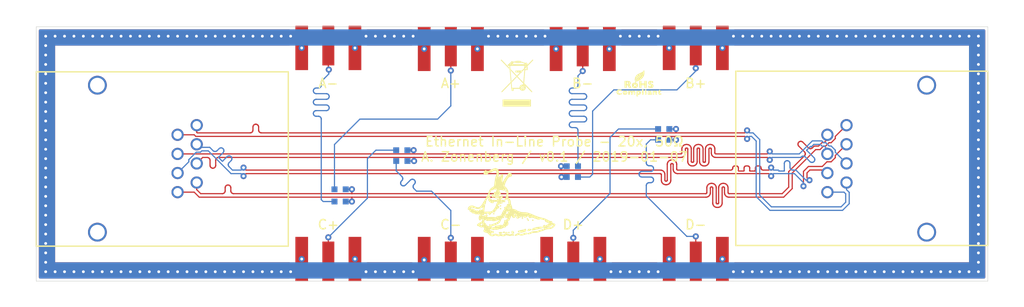
<source format=kicad_pcb>
(kicad_pcb (version 20171130) (host pcbnew "(6.0.0-rc1-dev-1427-g10887868d)")
  (layers (0 F.Cu signal) (1 In1.Cu power) (2 In2.Cu power) (31 B.Cu signal) (34 B.Paste user) (35 F.Paste user) (36 B.SilkS user) (37 F.SilkS user) (38 B.Mask user) (39 F.Mask user) (44 Edge.Cuts user))
  (net 0 "")
  (net 1 /GND)
  (net 2 /CH1_P)
  (net 3 /CH1_N)
  (net 4 /CH4_N)
  (net 5 /CH4_P)
  (net 6 /CH2_N)
  (net 7 /CH2_P)
  (net 8 /CH3_P)
  (net 9 /CH3_N)
  (net 10 "Net-(J2-Pad1)")
  (net 11 "Net-(J3-Pad1)")
  (net 12 "Net-(J4-Pad1)")
  (net 13 "Net-(J5-Pad1)")
  (net 14 "Net-(J7-Pad1)")
  (net 15 "Net-(J8-Pad1)")
  (net 16 "Net-(J9-Pad1)")
  (net 17 "Net-(J10-Pad1)")
  (module azonenberg_pcb:CONN_STEWART_SS60000_009 (layer F.Cu) (at 161 59 90)
    (fp_text reference J6 hide)
    (fp_text value STEWART_SS_60000_009)
    (pad 9 thru_hole circle (at 7.8 3.51 90) (size 2 2) (drill 1.57) (layers *.Cu *.Mask) (net 1 /GND))
    (pad 9 thru_hole circle (at -7.8 3.51 90) (size 2 2) (drill 1.57) (layers *.Cu *.Mask) (net 1 /GND))
    (pad "" np_thru_hole circle (at 5.715 0 90) (size 3.25 3.25) (drill 3.25) (layers *.Cu *.Mask))
    (pad "" np_thru_hole circle (at -5.715 0 90) (size 3.25 3.25) (drill 3.25) (layers *.Cu *.Mask))
    (pad 2 thru_hole circle (at 3.555 -5 90) (size 1.3 1.3) (drill 0.89) (layers *.Cu *.Mask) (net 3 /CH1_N))
    (pad 3 thru_hole circle (at 1.525 -5 90) (size 1.3 1.3) (drill 0.89) (layers *.Cu *.Mask) (net 7 /CH2_P))
    (pad 4 thru_hole circle (at -0.505 -5 90) (size 1.3 1.3) (drill 0.89) (layers *.Cu *.Mask) (net 8 /CH3_P))
    (pad 8 thru_hole circle (at -2.535 -5 90) (size 1.3 1.3) (drill 0.89) (layers *.Cu *.Mask) (net 4 /CH4_N))
    (pad 1 thru_hole circle (at 2.535 -7.03 90) (size 1.3 1.3) (drill 0.89) (layers *.Cu *.Mask) (net 2 /CH1_P))
    (pad 5 thru_hole circle (at 0.505 -7.03 90) (size 1.3 1.3) (drill 0.89) (layers *.Cu *.Mask) (net 9 /CH3_N))
    (pad 6 thru_hole circle (at -1.525 -7.03 90) (size 1.3 1.3) (drill 0.89) (layers *.Cu *.Mask) (net 6 /CH2_N))
    (pad 7 thru_hole circle (at -3.555 -7.03 90) (size 1.3 1.3) (drill 0.89) (layers *.Cu *.Mask) (net 5 /CH4_P))
  )
  (module azonenberg_pcb:CONN_STEWART_SS60000_009 (layer F.Cu) (at 80 59 270)
    (fp_text reference J1 hide)
    (fp_text value STEWART_SS_60000_009)
    (pad 9 thru_hole circle (at 7.8 3.51 270) (size 2 2) (drill 1.57) (layers *.Cu *.Mask) (net 1 /GND))
    (pad 9 thru_hole circle (at -7.8 3.51 270) (size 2 2) (drill 1.57) (layers *.Cu *.Mask) (net 1 /GND))
    (pad "" np_thru_hole circle (at 5.715 0 270) (size 3.25 3.25) (drill 3.25) (layers *.Cu *.Mask))
    (pad "" np_thru_hole circle (at -5.715 0 270) (size 3.25 3.25) (drill 3.25) (layers *.Cu *.Mask))
    (pad 2 thru_hole circle (at 3.555 -5 270) (size 1.3 1.3) (drill 0.89) (layers *.Cu *.Mask) (net 3 /CH1_N))
    (pad 3 thru_hole circle (at 1.525 -5 270) (size 1.3 1.3) (drill 0.89) (layers *.Cu *.Mask) (net 7 /CH2_P))
    (pad 4 thru_hole circle (at -0.505 -5 270) (size 1.3 1.3) (drill 0.89) (layers *.Cu *.Mask) (net 8 /CH3_P))
    (pad 8 thru_hole circle (at -2.535 -5 270) (size 1.3 1.3) (drill 0.89) (layers *.Cu *.Mask) (net 4 /CH4_N))
    (pad 1 thru_hole circle (at 2.535 -7.03 270) (size 1.3 1.3) (drill 0.89) (layers *.Cu *.Mask) (net 2 /CH1_P))
    (pad 5 thru_hole circle (at 0.505 -7.03 270) (size 1.3 1.3) (drill 0.89) (layers *.Cu *.Mask) (net 9 /CH3_N))
    (pad 6 thru_hole circle (at -1.525 -7.03 270) (size 1.3 1.3) (drill 0.89) (layers *.Cu *.Mask) (net 6 /CH2_N))
    (pad 7 thru_hole circle (at -3.555 -7.03 270) (size 1.3 1.3) (drill 0.89) (layers *.Cu *.Mask) (net 5 /CH4_P))
  )
  (module azonenberg_pcb:EIA_0402_RES_NOSILK (layer B.Cu) (at 136.6 57)
    (fp_text reference R8 hide)
    (fp_text value 953 hide)
    (pad 2 smd rect (at 0.597 0) (size 0.635 0.61) (layers B.Cu B.Paste B.Mask) (net 4 /CH4_N))
    (pad 1 smd rect (at -0.597 0) (size 0.635 0.61) (layers B.Cu B.Paste B.Mask) (net 17 "Net-(J10-Pad1)"))
  )
  (module azonenberg_pcb:EIA_0402_RES_NOSILK (layer B.Cu) (at 136.6 55.85)
    (fp_text reference R7 hide)
    (fp_text value 953 hide)
    (pad 2 smd rect (at 0.597 0) (size 0.635 0.61) (layers B.Cu B.Paste B.Mask) (net 5 /CH4_P))
    (pad 1 smd rect (at -0.597 0) (size 0.635 0.61) (layers B.Cu B.Paste B.Mask) (net 16 "Net-(J9-Pad1)"))
  )
  (module azonenberg_pcb:EIA_0402_RES_NOSILK (layer B.Cu) (at 108.803 59.25)
    (fp_text reference R6 hide)
    (fp_text value 953 hide)
    (pad 2 smd rect (at 0.597 0) (size 0.635 0.61) (layers B.Cu B.Paste B.Mask) (net 9 /CH3_N))
    (pad 1 smd rect (at -0.597 0) (size 0.635 0.61) (layers B.Cu B.Paste B.Mask) (net 15 "Net-(J8-Pad1)"))
  )
  (module azonenberg_pcb:EIA_0402_RES_NOSILK (layer B.Cu) (at 108.8 58.1)
    (fp_text reference R5 hide)
    (fp_text value 953 hide)
    (pad 2 smd rect (at 0.597 0) (size 0.635 0.61) (layers B.Cu B.Paste B.Mask) (net 8 /CH3_P))
    (pad 1 smd rect (at -0.597 0) (size 0.635 0.61) (layers B.Cu B.Paste B.Mask) (net 14 "Net-(J7-Pad1)"))
  )
  (module azonenberg_pcb:EIA_0402_RES_NOSILK (layer B.Cu) (at 126.9 59.8 180)
    (fp_text reference R4 hide)
    (fp_text value 953 hide)
    (pad 2 smd rect (at 0.597 0 180) (size 0.635 0.61) (layers B.Cu B.Paste B.Mask) (net 6 /CH2_N))
    (pad 1 smd rect (at -0.597 0 180) (size 0.635 0.61) (layers B.Cu B.Paste B.Mask) (net 13 "Net-(J5-Pad1)"))
  )
  (module azonenberg_pcb:EIA_0402_RES_NOSILK (layer B.Cu) (at 126.9 60.95 180)
    (fp_text reference R3 hide)
    (fp_text value 953 hide)
    (pad 2 smd rect (at 0.597 0 180) (size 0.635 0.61) (layers B.Cu B.Paste B.Mask) (net 7 /CH2_P))
    (pad 1 smd rect (at -0.597 0 180) (size 0.635 0.61) (layers B.Cu B.Paste B.Mask) (net 12 "Net-(J4-Pad1)"))
  )
  (module azonenberg_pcb:EIA_0402_RES_NOSILK (layer B.Cu) (at 102.25 63.55)
    (fp_text reference R2 hide)
    (fp_text value 953 hide)
    (pad 2 smd rect (at 0.597 0) (size 0.635 0.61) (layers B.Cu B.Paste B.Mask) (net 3 /CH1_N))
    (pad 1 smd rect (at -0.597 0) (size 0.635 0.61) (layers B.Cu B.Paste B.Mask) (net 11 "Net-(J3-Pad1)"))
  )
  (module azonenberg_pcb:EIA_0402_RES_NOSILK (layer B.Cu) (at 102.25 62.25)
    (fp_text reference R1 hide)
    (fp_text value 953 hide)
    (pad 1 smd rect (at -0.597 0) (size 0.635 0.61) (layers B.Cu B.Paste B.Mask) (net 10 "Net-(J2-Pad1)"))
    (pad 2 smd rect (at 0.597 0) (size 0.635 0.61) (layers B.Cu B.Paste B.Mask) (net 2 /CH1_P))
  )
  (module azonenberg_pcb:CONN_SMA_EDGE_SAMTEC_SMA_J_P_H_ST_EM1 (layer F.Cu) (at 140 72)
    (fp_text reference J10 hide)
    (fp_text value SMA-J-P-H-ST-EM1)
    (pad 2 smd rect (at -2.825 -2.35) (size 1.35 4.7) (layers F.Cu F.Paste F.Mask) (net 1 /GND))
    (pad 2 smd rect (at 2.825 -2.35) (size 1.35 4.7) (layers F.Cu F.Paste F.Mask) (net 1 /GND))
    (pad 1 smd rect (at 0 -2.1) (size 1.27 4.2) (layers F.Cu F.Paste F.Mask) (net 17 "Net-(J10-Pad1)"))
  )
  (module azonenberg_pcb:CONN_SMA_EDGE_SAMTEC_SMA_J_P_H_ST_EM1 (layer F.Cu) (at 127 72)
    (fp_text reference J9 hide)
    (fp_text value SMA-J-P-H-ST-EM1)
    (pad 2 smd rect (at -2.825 -2.35) (size 1.35 4.7) (layers F.Cu F.Paste F.Mask) (net 1 /GND))
    (pad 2 smd rect (at 2.825 -2.35) (size 1.35 4.7) (layers F.Cu F.Paste F.Mask) (net 1 /GND))
    (pad 1 smd rect (at 0 -2.1) (size 1.27 4.2) (layers F.Cu F.Paste F.Mask) (net 16 "Net-(J9-Pad1)"))
  )
  (module azonenberg_pcb:CONN_SMA_EDGE_SAMTEC_SMA_J_P_H_ST_EM1 (layer F.Cu) (at 114 72)
    (fp_text reference J8 hide)
    (fp_text value SMA-J-P-H-ST-EM1)
    (pad 2 smd rect (at -2.825 -2.35) (size 1.35 4.7) (layers F.Cu F.Paste F.Mask) (net 1 /GND))
    (pad 2 smd rect (at 2.825 -2.35) (size 1.35 4.7) (layers F.Cu F.Paste F.Mask) (net 1 /GND))
    (pad 1 smd rect (at 0 -2.1) (size 1.27 4.2) (layers F.Cu F.Paste F.Mask) (net 15 "Net-(J8-Pad1)"))
  )
  (module azonenberg_pcb:CONN_SMA_EDGE_SAMTEC_SMA_J_P_H_ST_EM1 (layer F.Cu) (at 101 72)
    (fp_text reference J7 hide)
    (fp_text value SMA-J-P-H-ST-EM1)
    (pad 2 smd rect (at -2.825 -2.35) (size 1.35 4.7) (layers F.Cu F.Paste F.Mask) (net 1 /GND))
    (pad 2 smd rect (at 2.825 -2.35) (size 1.35 4.7) (layers F.Cu F.Paste F.Mask) (net 1 /GND))
    (pad 1 smd rect (at 0 -2.1) (size 1.27 4.2) (layers F.Cu F.Paste F.Mask) (net 14 "Net-(J7-Pad1)"))
  )
  (module azonenberg_pcb:CONN_SMA_EDGE_SAMTEC_SMA_J_P_H_ST_EM1 (layer F.Cu) (at 128 45 180)
    (fp_text reference J5 hide)
    (fp_text value SMA-J-P-H-ST-EM1)
    (pad 2 smd rect (at -2.825 -2.35 180) (size 1.35 4.7) (layers F.Cu F.Paste F.Mask) (net 1 /GND))
    (pad 2 smd rect (at 2.825 -2.35 180) (size 1.35 4.7) (layers F.Cu F.Paste F.Mask) (net 1 /GND))
    (pad 1 smd rect (at 0 -2.1 180) (size 1.27 4.2) (layers F.Cu F.Paste F.Mask) (net 13 "Net-(J5-Pad1)"))
  )
  (module azonenberg_pcb:CONN_SMA_EDGE_SAMTEC_SMA_J_P_H_ST_EM1 (layer F.Cu) (at 140 44.9 180)
    (fp_text reference J4 hide)
    (fp_text value SMA-J-P-H-ST-EM1)
    (pad 2 smd rect (at -2.825 -2.35 180) (size 1.35 4.7) (layers F.Cu F.Paste F.Mask) (net 1 /GND))
    (pad 2 smd rect (at 2.825 -2.35 180) (size 1.35 4.7) (layers F.Cu F.Paste F.Mask) (net 1 /GND))
    (pad 1 smd rect (at 0 -2.1 180) (size 1.27 4.2) (layers F.Cu F.Paste F.Mask) (net 12 "Net-(J4-Pad1)"))
  )
  (module azonenberg_pcb:CONN_SMA_EDGE_SAMTEC_SMA_J_P_H_ST_EM1 (layer F.Cu) (at 101 44.9 180)
    (fp_text reference J3 hide)
    (fp_text value SMA-J-P-H-ST-EM1)
    (pad 2 smd rect (at -2.825 -2.35 180) (size 1.35 4.7) (layers F.Cu F.Paste F.Mask) (net 1 /GND))
    (pad 2 smd rect (at 2.825 -2.35 180) (size 1.35 4.7) (layers F.Cu F.Paste F.Mask) (net 1 /GND))
    (pad 1 smd rect (at 0 -2.1 180) (size 1.27 4.2) (layers F.Cu F.Paste F.Mask) (net 11 "Net-(J3-Pad1)"))
  )
  (module azonenberg_pcb:CONN_SMA_EDGE_SAMTEC_SMA_J_P_H_ST_EM1 (layer F.Cu) (at 114 45 180)
    (fp_text reference J2 hide)
    (fp_text value SMA-J-P-H-ST-EM1)
    (pad 2 smd rect (at -2.825 -2.35 180) (size 1.35 4.7) (layers F.Cu F.Paste F.Mask) (net 1 /GND))
    (pad 2 smd rect (at 2.825 -2.35 180) (size 1.35 4.7) (layers F.Cu F.Paste F.Mask) (net 1 /GND))
    (pad 1 smd rect (at 0 -2.1 180) (size 1.27 4.2) (layers F.Cu F.Paste F.Mask) (net 10 "Net-(J2-Pad1)"))
  )
  (module w_logo:Logo_silk_ROHS_5x2.8mm (layer F.Cu) (at 134 51)
    (fp_text reference G*** hide)
    (fp_text value LOGO hide)
  )
  (module w_logo:Logo_silk_WEEE_3.4x5mm (layer F.Cu) (at 121 51)
    (fp_text reference G*** hide)
    (fp_text value LOGO hide)
  )
  (module azonenberg_pcb:LONGTHING-1200DPI (layer F.Cu) (at 121 64)
    (fp_text reference G*** hide)
    (fp_text value LOGO hide)
  )
  (gr_text D- (at 140 66) (layer F.SilkS) (effects (font (size 1 1))))
  (gr_text D+ (at 127 66) (layer F.SilkS) (effects (font (size 1 1))))
  (gr_text C- (at 114 66) (layer F.SilkS) (effects (font (size 1 1))))
  (gr_text C+ (at 101 66) (layer F.SilkS) (effects (font (size 1 1))))
  (gr_text B- (at 128 51) (layer F.SilkS) (effects (font (size 1 1))))
  (gr_text B+ (at 140 51) (layer F.SilkS) (effects (font (size 1 1))))
  (gr_text A- (at 101 51) (layer F.SilkS) (effects (font (size 1 1))))
  (gr_text A+ (at 114 51) (layer F.SilkS) (effects (font (size 1 1))))
  (gr_text "Ethernet In-Line Probe - 20x, 50Ω\nA. Zonenberg / v0.1 / 2019-01-07" (at 125 58) (layer F.SilkS) (effects (font (size 1 1))))
  (gr_line (start 171 45) (end 70 45) (layer Edge.Cuts) (width 0.05))
  (gr_line (start 171 72) (end 171 45) (layer Edge.Cuts) (width 0.05))
  (gr_line (start 70 72) (end 171 72) (layer Edge.Cuts) (width 0.05))
  (gr_line (start 70 45) (end 70 72) (layer Edge.Cuts) (width 0.05))
  (via (at 98.175 47.25) (size 0.65) (drill 0.3) (layers F.Cu B.Cu) (net 1))
  (via (at 103.825 47.25) (size 0.65) (drill 0.3) (layers F.Cu B.Cu) (net 1))
  (via (at 111.175 47.35) (size 0.65) (drill 0.3) (layers F.Cu B.Cu) (net 1))
  (via (at 116.825 47.35) (size 0.65) (drill 0.3) (layers F.Cu B.Cu) (net 1))
  (via (at 125.175 47.35) (size 0.65) (drill 0.3) (layers F.Cu B.Cu) (net 1))
  (via (at 130.825 47.35) (size 0.65) (drill 0.3) (layers F.Cu B.Cu) (net 1))
  (via (at 137.175 47.25) (size 0.65) (drill 0.3) (layers F.Cu B.Cu) (net 1))
  (via (at 142.825 47.25) (size 0.65) (drill 0.3) (layers F.Cu B.Cu) (net 1))
  (via (at 142.825 69.65) (size 0.65) (drill 0.3) (layers F.Cu B.Cu) (net 1))
  (via (at 137.175 69.65) (size 0.65) (drill 0.3) (layers F.Cu B.Cu) (net 1))
  (via (at 129.825 69.65) (size 0.65) (drill 0.3) (layers F.Cu B.Cu) (net 1))
  (via (at 124.175 69.65) (size 0.65) (drill 0.3) (layers F.Cu B.Cu) (net 1))
  (via (at 98.175 69.65) (size 0.65) (drill 0.3) (layers F.Cu B.Cu) (net 1))
  (via (at 103.825 69.65) (size 0.65) (drill 0.3) (layers F.Cu B.Cu) (net 1))
  (via (at 111.175 69.75) (size 0.65) (drill 0.3) (layers F.Cu B.Cu) (net 1))
  (via (at 116.825 69.65) (size 0.65) (drill 0.3) (layers F.Cu B.Cu) (net 1))
  (via (at 97 46) (size 0.65) (drill 0.3) (layers F.Cu B.Cu) (net 1))
  (via (at 96 46) (size 0.65) (drill 0.3) (layers F.Cu B.Cu) (net 1))
  (segment (start 97 46) (end 96 46) (width 0.125) (layer F.Cu) (net 1))
  (via (at 95 46) (size 0.65) (drill 0.3) (layers F.Cu B.Cu) (net 1))
  (segment (start 96 46) (end 95 46) (width 0.125) (layer B.Cu) (net 1))
  (via (at 94 46) (size 0.65) (drill 0.3) (layers F.Cu B.Cu) (net 1))
  (segment (start 95 46) (end 94 46) (width 0.125) (layer F.Cu) (net 1))
  (via (at 93 46) (size 0.65) (drill 0.3) (layers F.Cu B.Cu) (net 1))
  (segment (start 94 46) (end 93 46) (width 0.125) (layer B.Cu) (net 1))
  (via (at 92 46) (size 0.65) (drill 0.3) (layers F.Cu B.Cu) (net 1))
  (segment (start 93 46) (end 92 46) (width 0.125) (layer F.Cu) (net 1))
  (via (at 91 46) (size 0.65) (drill 0.3) (layers F.Cu B.Cu) (net 1))
  (segment (start 92 46) (end 91 46) (width 0.125) (layer B.Cu) (net 1))
  (via (at 90 46) (size 0.65) (drill 0.3) (layers F.Cu B.Cu) (net 1))
  (segment (start 91 46) (end 90 46) (width 0.125) (layer F.Cu) (net 1))
  (via (at 89 46) (size 0.65) (drill 0.3) (layers F.Cu B.Cu) (net 1))
  (segment (start 90 46) (end 89 46) (width 0.125) (layer B.Cu) (net 1))
  (via (at 88 46) (size 0.65) (drill 0.3) (layers F.Cu B.Cu) (net 1))
  (segment (start 89 46) (end 88 46) (width 0.125) (layer F.Cu) (net 1))
  (via (at 87 46) (size 0.65) (drill 0.3) (layers F.Cu B.Cu) (net 1))
  (segment (start 88 46) (end 87 46) (width 0.125) (layer B.Cu) (net 1))
  (via (at 86 46) (size 0.65) (drill 0.3) (layers F.Cu B.Cu) (net 1))
  (segment (start 87 46) (end 86 46) (width 0.125) (layer F.Cu) (net 1))
  (via (at 85 46) (size 0.65) (drill 0.3) (layers F.Cu B.Cu) (net 1))
  (segment (start 86 46) (end 85 46) (width 0.125) (layer B.Cu) (net 1))
  (via (at 84 46) (size 0.65) (drill 0.3) (layers F.Cu B.Cu) (net 1))
  (segment (start 85 46) (end 84 46) (width 0.125) (layer F.Cu) (net 1))
  (via (at 83 46) (size 0.65) (drill 0.3) (layers F.Cu B.Cu) (net 1))
  (segment (start 84 46) (end 83 46) (width 0.125) (layer B.Cu) (net 1))
  (via (at 82 46) (size 0.65) (drill 0.3) (layers F.Cu B.Cu) (net 1))
  (segment (start 83 46) (end 82 46) (width 0.125) (layer F.Cu) (net 1))
  (via (at 81 46) (size 0.65) (drill 0.3) (layers F.Cu B.Cu) (net 1))
  (segment (start 82 46) (end 81 46) (width 0.125) (layer B.Cu) (net 1))
  (via (at 80 46) (size 0.65) (drill 0.3) (layers F.Cu B.Cu) (net 1))
  (segment (start 81 46) (end 80 46) (width 0.125) (layer F.Cu) (net 1))
  (via (at 79 46) (size 0.65) (drill 0.3) (layers F.Cu B.Cu) (net 1))
  (segment (start 80 46) (end 79 46) (width 0.125) (layer B.Cu) (net 1))
  (via (at 78 46) (size 0.65) (drill 0.3) (layers F.Cu B.Cu) (net 1))
  (segment (start 79 46) (end 78 46) (width 0.125) (layer F.Cu) (net 1))
  (via (at 77 46) (size 0.65) (drill 0.3) (layers F.Cu B.Cu) (net 1))
  (segment (start 78 46) (end 77 46) (width 0.125) (layer B.Cu) (net 1))
  (via (at 76 46) (size 0.65) (drill 0.3) (layers F.Cu B.Cu) (net 1))
  (segment (start 77 46) (end 76 46) (width 0.125) (layer F.Cu) (net 1))
  (via (at 75 46) (size 0.65) (drill 0.3) (layers F.Cu B.Cu) (net 1))
  (segment (start 76 46) (end 75 46) (width 0.125) (layer B.Cu) (net 1))
  (via (at 74 46) (size 0.65) (drill 0.3) (layers F.Cu B.Cu) (net 1))
  (segment (start 75 46) (end 74 46) (width 0.125) (layer F.Cu) (net 1))
  (via (at 73 46) (size 0.65) (drill 0.3) (layers F.Cu B.Cu) (net 1))
  (segment (start 74 46) (end 73 46) (width 0.125) (layer B.Cu) (net 1))
  (via (at 72 46) (size 0.65) (drill 0.3) (layers F.Cu B.Cu) (net 1))
  (segment (start 73 46) (end 72 46) (width 0.125) (layer F.Cu) (net 1))
  (via (at 71 46) (size 0.65) (drill 0.3) (layers F.Cu B.Cu) (net 1))
  (segment (start 72 46) (end 71 46) (width 0.125) (layer B.Cu) (net 1))
  (via (at 71 47) (size 0.65) (drill 0.3) (layers F.Cu B.Cu) (net 1))
  (segment (start 71 46) (end 71 47) (width 0.125) (layer F.Cu) (net 1))
  (via (at 71 48) (size 0.65) (drill 0.3) (layers F.Cu B.Cu) (net 1))
  (segment (start 71 47) (end 71 48) (width 0.125) (layer B.Cu) (net 1))
  (via (at 71 49) (size 0.65) (drill 0.3) (layers F.Cu B.Cu) (net 1))
  (segment (start 71 48) (end 71 49) (width 0.125) (layer F.Cu) (net 1))
  (segment (start 71 49) (end 71 50) (width 0.125) (layer B.Cu) (net 1))
  (via (at 71 50) (size 0.65) (drill 0.3) (layers F.Cu B.Cu) (net 1))
  (via (at 71 51) (size 0.65) (drill 0.3) (layers F.Cu B.Cu) (net 1))
  (segment (start 71 50) (end 71 51) (width 0.125) (layer B.Cu) (net 1))
  (via (at 71 52) (size 0.65) (drill 0.3) (layers F.Cu B.Cu) (net 1))
  (segment (start 71 51) (end 71 52) (width 0.125) (layer F.Cu) (net 1))
  (via (at 71 53) (size 0.65) (drill 0.3) (layers F.Cu B.Cu) (net 1))
  (segment (start 71 52) (end 71 53) (width 0.125) (layer B.Cu) (net 1))
  (via (at 71 54) (size 0.65) (drill 0.3) (layers F.Cu B.Cu) (net 1))
  (segment (start 71 53) (end 71 54) (width 0.125) (layer F.Cu) (net 1))
  (via (at 71 55) (size 0.65) (drill 0.3) (layers F.Cu B.Cu) (net 1))
  (segment (start 71 54) (end 71 55) (width 0.125) (layer B.Cu) (net 1))
  (via (at 71 56) (size 0.65) (drill 0.3) (layers F.Cu B.Cu) (net 1))
  (segment (start 71 55) (end 71 56) (width 0.125) (layer F.Cu) (net 1))
  (via (at 71 57) (size 0.65) (drill 0.3) (layers F.Cu B.Cu) (net 1))
  (segment (start 71 56) (end 71 57) (width 0.125) (layer B.Cu) (net 1))
  (via (at 71 58) (size 0.65) (drill 0.3) (layers F.Cu B.Cu) (net 1))
  (segment (start 71 57) (end 71 58) (width 0.125) (layer F.Cu) (net 1))
  (via (at 71 59) (size 0.65) (drill 0.3) (layers F.Cu B.Cu) (net 1))
  (segment (start 71 58) (end 71 59) (width 0.125) (layer B.Cu) (net 1))
  (via (at 71 60) (size 0.65) (drill 0.3) (layers F.Cu B.Cu) (net 1))
  (segment (start 71 59) (end 71 60) (width 0.125) (layer F.Cu) (net 1))
  (via (at 71 61) (size 0.65) (drill 0.3) (layers F.Cu B.Cu) (net 1))
  (segment (start 71 60) (end 71 61) (width 0.125) (layer B.Cu) (net 1))
  (via (at 71 62) (size 0.65) (drill 0.3) (layers F.Cu B.Cu) (net 1))
  (segment (start 71 61) (end 71 62) (width 0.125) (layer F.Cu) (net 1))
  (via (at 71 63) (size 0.65) (drill 0.3) (layers F.Cu B.Cu) (net 1))
  (segment (start 71 62) (end 71 63) (width 0.125) (layer B.Cu) (net 1))
  (via (at 71 64) (size 0.65) (drill 0.3) (layers F.Cu B.Cu) (net 1))
  (segment (start 71 63) (end 71 64) (width 0.125) (layer F.Cu) (net 1))
  (via (at 71 65) (size 0.65) (drill 0.3) (layers F.Cu B.Cu) (net 1))
  (segment (start 71 64) (end 71 65) (width 0.125) (layer B.Cu) (net 1))
  (via (at 71 66) (size 0.65) (drill 0.3) (layers F.Cu B.Cu) (net 1))
  (segment (start 71 65) (end 71 66) (width 0.125) (layer F.Cu) (net 1))
  (via (at 71 67) (size 0.65) (drill 0.3) (layers F.Cu B.Cu) (net 1))
  (segment (start 71 66) (end 71 67) (width 0.125) (layer B.Cu) (net 1))
  (via (at 71 68) (size 0.65) (drill 0.3) (layers F.Cu B.Cu) (net 1))
  (segment (start 71 67) (end 71 68) (width 0.125) (layer F.Cu) (net 1))
  (via (at 71 69) (size 0.65) (drill 0.3) (layers F.Cu B.Cu) (net 1))
  (segment (start 71 68) (end 71 69) (width 0.125) (layer B.Cu) (net 1))
  (via (at 71 70) (size 0.65) (drill 0.3) (layers F.Cu B.Cu) (net 1))
  (segment (start 71 69) (end 71 70) (width 0.125) (layer F.Cu) (net 1))
  (via (at 71 71) (size 0.65) (drill 0.3) (layers F.Cu B.Cu) (net 1))
  (segment (start 71 70) (end 71 71) (width 0.125) (layer B.Cu) (net 1))
  (via (at 72 71) (size 0.65) (drill 0.3) (layers F.Cu B.Cu) (net 1))
  (segment (start 71 71) (end 72 71) (width 0.125) (layer F.Cu) (net 1))
  (via (at 73 71) (size 0.65) (drill 0.3) (layers F.Cu B.Cu) (net 1))
  (segment (start 72 71) (end 73 71) (width 0.125) (layer B.Cu) (net 1))
  (via (at 74 71) (size 0.65) (drill 0.3) (layers F.Cu B.Cu) (net 1))
  (segment (start 73 71) (end 74 71) (width 0.125) (layer F.Cu) (net 1))
  (via (at 75 71) (size 0.65) (drill 0.3) (layers F.Cu B.Cu) (net 1))
  (segment (start 74 71) (end 75 71) (width 0.125) (layer B.Cu) (net 1))
  (via (at 76 71) (size 0.65) (drill 0.3) (layers F.Cu B.Cu) (net 1))
  (segment (start 75 71) (end 76 71) (width 0.125) (layer F.Cu) (net 1))
  (via (at 77 71) (size 0.65) (drill 0.3) (layers F.Cu B.Cu) (net 1))
  (segment (start 76 71) (end 77 71) (width 0.125) (layer B.Cu) (net 1))
  (via (at 78 71) (size 0.65) (drill 0.3) (layers F.Cu B.Cu) (net 1))
  (segment (start 77 71) (end 78 71) (width 0.125) (layer F.Cu) (net 1))
  (via (at 79 71) (size 0.65) (drill 0.3) (layers F.Cu B.Cu) (net 1))
  (segment (start 78 71) (end 79 71) (width 0.125) (layer B.Cu) (net 1))
  (via (at 80 71) (size 0.65) (drill 0.3) (layers F.Cu B.Cu) (net 1))
  (segment (start 79 71) (end 80 71) (width 0.125) (layer F.Cu) (net 1))
  (via (at 81 71) (size 0.65) (drill 0.3) (layers F.Cu B.Cu) (net 1))
  (segment (start 80 71) (end 81 71) (width 0.125) (layer B.Cu) (net 1))
  (via (at 82 71) (size 0.65) (drill 0.3) (layers F.Cu B.Cu) (net 1))
  (segment (start 81 71) (end 82 71) (width 0.125) (layer F.Cu) (net 1))
  (via (at 83 71) (size 0.65) (drill 0.3) (layers F.Cu B.Cu) (net 1))
  (segment (start 82 71) (end 83 71) (width 0.125) (layer B.Cu) (net 1))
  (via (at 84 71) (size 0.65) (drill 0.3) (layers F.Cu B.Cu) (net 1))
  (segment (start 83 71) (end 84 71) (width 0.125) (layer F.Cu) (net 1))
  (via (at 85 71) (size 0.65) (drill 0.3) (layers F.Cu B.Cu) (net 1))
  (segment (start 84 71) (end 85 71) (width 0.125) (layer B.Cu) (net 1))
  (via (at 86 71) (size 0.65) (drill 0.3) (layers F.Cu B.Cu) (net 1))
  (segment (start 85 71) (end 86 71) (width 0.125) (layer F.Cu) (net 1))
  (via (at 87 71) (size 0.65) (drill 0.3) (layers F.Cu B.Cu) (net 1))
  (segment (start 86 71) (end 87 71) (width 0.125) (layer B.Cu) (net 1))
  (via (at 88 71) (size 0.65) (drill 0.3) (layers F.Cu B.Cu) (net 1))
  (segment (start 87 71) (end 88 71) (width 0.125) (layer F.Cu) (net 1))
  (via (at 89 71) (size 0.65) (drill 0.3) (layers F.Cu B.Cu) (net 1))
  (segment (start 88 71) (end 89 71) (width 0.125) (layer B.Cu) (net 1))
  (via (at 90 71) (size 0.65) (drill 0.3) (layers F.Cu B.Cu) (net 1))
  (segment (start 89 71) (end 90 71) (width 0.125) (layer F.Cu) (net 1))
  (via (at 91 71) (size 0.65) (drill 0.3) (layers F.Cu B.Cu) (net 1))
  (segment (start 90 71) (end 91 71) (width 0.125) (layer B.Cu) (net 1))
  (via (at 92 71) (size 0.65) (drill 0.3) (layers F.Cu B.Cu) (net 1))
  (segment (start 91 71) (end 92 71) (width 0.125) (layer F.Cu) (net 1))
  (via (at 93 71) (size 0.65) (drill 0.3) (layers F.Cu B.Cu) (net 1))
  (segment (start 92 71) (end 93 71) (width 0.125) (layer B.Cu) (net 1))
  (via (at 94 71) (size 0.65) (drill 0.3) (layers F.Cu B.Cu) (net 1))
  (segment (start 93 71) (end 94 71) (width 0.125) (layer F.Cu) (net 1))
  (via (at 95 71) (size 0.65) (drill 0.3) (layers F.Cu B.Cu) (net 1))
  (segment (start 94 71) (end 95 71) (width 0.125) (layer B.Cu) (net 1))
  (via (at 96 71) (size 0.65) (drill 0.3) (layers F.Cu B.Cu) (net 1))
  (segment (start 95 71) (end 96 71) (width 0.125) (layer F.Cu) (net 1))
  (via (at 97 71) (size 0.65) (drill 0.3) (layers F.Cu B.Cu) (net 1))
  (segment (start 96 71) (end 97 71) (width 0.125) (layer B.Cu) (net 1))
  (via (at 105 71) (size 0.65) (drill 0.3) (layers F.Cu B.Cu) (net 1))
  (via (at 106 71) (size 0.65) (drill 0.3) (layers F.Cu B.Cu) (net 1))
  (segment (start 105 71) (end 106 71) (width 0.125) (layer F.Cu) (net 1))
  (via (at 107 71) (size 0.65) (drill 0.3) (layers F.Cu B.Cu) (net 1))
  (segment (start 106 71) (end 107 71) (width 0.125) (layer B.Cu) (net 1))
  (via (at 108 71) (size 0.65) (drill 0.3) (layers F.Cu B.Cu) (net 1))
  (segment (start 107 71) (end 108 71) (width 0.125) (layer F.Cu) (net 1))
  (via (at 109 71) (size 0.65) (drill 0.3) (layers F.Cu B.Cu) (net 1))
  (segment (start 108 71) (end 109 71) (width 0.125) (layer B.Cu) (net 1))
  (via (at 110 71) (size 0.65) (drill 0.3) (layers F.Cu B.Cu) (net 1))
  (segment (start 109 71) (end 110 71) (width 0.125) (layer F.Cu) (net 1))
  (via (at 118 71) (size 0.65) (drill 0.3) (layers F.Cu B.Cu) (net 1))
  (via (at 119 71) (size 0.65) (drill 0.3) (layers F.Cu B.Cu) (net 1))
  (segment (start 118 71) (end 119 71) (width 0.125) (layer F.Cu) (net 1))
  (via (at 120 71) (size 0.65) (drill 0.3) (layers F.Cu B.Cu) (net 1))
  (segment (start 119 71) (end 120 71) (width 0.125) (layer B.Cu) (net 1))
  (via (at 121 71) (size 0.65) (drill 0.3) (layers F.Cu B.Cu) (net 1))
  (segment (start 120 71) (end 121 71) (width 0.125) (layer F.Cu) (net 1))
  (via (at 122 71) (size 0.65) (drill 0.3) (layers F.Cu B.Cu) (net 1))
  (segment (start 121 71) (end 122 71) (width 0.125) (layer B.Cu) (net 1))
  (via (at 123 71) (size 0.65) (drill 0.3) (layers F.Cu B.Cu) (net 1))
  (segment (start 122 71) (end 123 71) (width 0.125) (layer F.Cu) (net 1))
  (via (at 131 71) (size 0.65) (drill 0.3) (layers F.Cu B.Cu) (net 1))
  (via (at 132 71) (size 0.65) (drill 0.3) (layers F.Cu B.Cu) (net 1))
  (segment (start 131 71) (end 132 71) (width 0.125) (layer F.Cu) (net 1))
  (via (at 133 71) (size 0.65) (drill 0.3) (layers F.Cu B.Cu) (net 1))
  (segment (start 132 71) (end 133 71) (width 0.125) (layer B.Cu) (net 1))
  (via (at 134 71) (size 0.65) (drill 0.3) (layers F.Cu B.Cu) (net 1))
  (segment (start 133 71) (end 134 71) (width 0.125) (layer F.Cu) (net 1))
  (via (at 135 71) (size 0.65) (drill 0.3) (layers F.Cu B.Cu) (net 1))
  (segment (start 134 71) (end 135 71) (width 0.125) (layer B.Cu) (net 1))
  (via (at 136 71) (size 0.65) (drill 0.3) (layers F.Cu B.Cu) (net 1))
  (segment (start 135 71) (end 136 71) (width 0.125) (layer F.Cu) (net 1))
  (via (at 144 71) (size 0.65) (drill 0.3) (layers F.Cu B.Cu) (net 1))
  (via (at 145 71) (size 0.65) (drill 0.3) (layers F.Cu B.Cu) (net 1))
  (segment (start 144 71) (end 145 71) (width 0.125) (layer F.Cu) (net 1))
  (via (at 146 71) (size 0.65) (drill 0.3) (layers F.Cu B.Cu) (net 1))
  (segment (start 145 71) (end 146 71) (width 0.125) (layer B.Cu) (net 1))
  (via (at 147 71) (size 0.65) (drill 0.3) (layers F.Cu B.Cu) (net 1))
  (segment (start 146 71) (end 147 71) (width 0.125) (layer F.Cu) (net 1))
  (via (at 148 71) (size 0.65) (drill 0.3) (layers F.Cu B.Cu) (net 1))
  (segment (start 147 71) (end 148 71) (width 0.125) (layer B.Cu) (net 1))
  (via (at 149 71) (size 0.65) (drill 0.3) (layers F.Cu B.Cu) (net 1))
  (segment (start 148 71) (end 149 71) (width 0.125) (layer F.Cu) (net 1))
  (via (at 150 71) (size 0.65) (drill 0.3) (layers F.Cu B.Cu) (net 1))
  (segment (start 149 71) (end 150 71) (width 0.125) (layer B.Cu) (net 1))
  (via (at 151 71) (size 0.65) (drill 0.3) (layers F.Cu B.Cu) (net 1))
  (segment (start 150 71) (end 151 71) (width 0.125) (layer F.Cu) (net 1))
  (via (at 152 71) (size 0.65) (drill 0.3) (layers F.Cu B.Cu) (net 1))
  (segment (start 151 71) (end 152 71) (width 0.125) (layer B.Cu) (net 1))
  (via (at 153 71) (size 0.65) (drill 0.3) (layers F.Cu B.Cu) (net 1))
  (segment (start 152 71) (end 153 71) (width 0.125) (layer F.Cu) (net 1))
  (via (at 154 71) (size 0.65) (drill 0.3) (layers F.Cu B.Cu) (net 1))
  (segment (start 153 71) (end 154 71) (width 0.125) (layer B.Cu) (net 1))
  (via (at 155 71) (size 0.65) (drill 0.3) (layers F.Cu B.Cu) (net 1))
  (segment (start 154 71) (end 155 71) (width 0.125) (layer F.Cu) (net 1))
  (via (at 156 71) (size 0.65) (drill 0.3) (layers F.Cu B.Cu) (net 1))
  (segment (start 155 71) (end 156 71) (width 0.125) (layer B.Cu) (net 1))
  (via (at 157 71) (size 0.65) (drill 0.3) (layers F.Cu B.Cu) (net 1))
  (segment (start 156 71) (end 157 71) (width 0.125) (layer F.Cu) (net 1))
  (via (at 158 71) (size 0.65) (drill 0.3) (layers F.Cu B.Cu) (net 1))
  (segment (start 157 71) (end 158 71) (width 0.125) (layer B.Cu) (net 1))
  (via (at 159 71) (size 0.65) (drill 0.3) (layers F.Cu B.Cu) (net 1))
  (segment (start 158 71) (end 159 71) (width 0.125) (layer F.Cu) (net 1))
  (via (at 160 71) (size 0.65) (drill 0.3) (layers F.Cu B.Cu) (net 1))
  (segment (start 159 71) (end 160 71) (width 0.125) (layer B.Cu) (net 1))
  (via (at 161 71) (size 0.65) (drill 0.3) (layers F.Cu B.Cu) (net 1))
  (segment (start 160 71) (end 161 71) (width 0.125) (layer F.Cu) (net 1))
  (via (at 162 71) (size 0.65) (drill 0.3) (layers F.Cu B.Cu) (net 1))
  (segment (start 161 71) (end 162 71) (width 0.125) (layer B.Cu) (net 1))
  (via (at 163 71) (size 0.65) (drill 0.3) (layers F.Cu B.Cu) (net 1))
  (segment (start 162 71) (end 163 71) (width 0.125) (layer F.Cu) (net 1))
  (via (at 164 71) (size 0.65) (drill 0.3) (layers F.Cu B.Cu) (net 1))
  (segment (start 163 71) (end 164 71) (width 0.125) (layer B.Cu) (net 1))
  (via (at 165 71) (size 0.65) (drill 0.3) (layers F.Cu B.Cu) (net 1))
  (segment (start 164 71) (end 165 71) (width 0.125) (layer F.Cu) (net 1))
  (via (at 166 71) (size 0.65) (drill 0.3) (layers F.Cu B.Cu) (net 1))
  (segment (start 165 71) (end 166 71) (width 0.125) (layer B.Cu) (net 1))
  (via (at 167 71) (size 0.65) (drill 0.3) (layers F.Cu B.Cu) (net 1))
  (segment (start 166 71) (end 167 71) (width 0.125) (layer F.Cu) (net 1))
  (via (at 168 71) (size 0.65) (drill 0.3) (layers F.Cu B.Cu) (net 1))
  (segment (start 167 71) (end 168 71) (width 0.125) (layer B.Cu) (net 1))
  (via (at 169 71) (size 0.65) (drill 0.3) (layers F.Cu B.Cu) (net 1))
  (segment (start 168 71) (end 169 71) (width 0.125) (layer F.Cu) (net 1))
  (via (at 170 71) (size 0.65) (drill 0.3) (layers F.Cu B.Cu) (net 1))
  (segment (start 169 71) (end 170 71) (width 0.125) (layer B.Cu) (net 1))
  (via (at 170 70) (size 0.65) (drill 0.3) (layers F.Cu B.Cu) (net 1))
  (segment (start 170 71) (end 170 70) (width 0.125) (layer F.Cu) (net 1))
  (segment (start 170 70) (end 170 69) (width 0.125) (layer B.Cu) (net 1))
  (via (at 170 69) (size 0.65) (drill 0.3) (layers F.Cu B.Cu) (net 1))
  (via (at 170 68) (size 0.65) (drill 0.3) (layers F.Cu B.Cu) (net 1))
  (segment (start 170 69) (end 170 68) (width 0.125) (layer F.Cu) (net 1))
  (via (at 170 67) (size 0.65) (drill 0.3) (layers F.Cu B.Cu) (net 1))
  (segment (start 170 68) (end 170 67) (width 0.125) (layer B.Cu) (net 1))
  (via (at 170 66) (size 0.65) (drill 0.3) (layers F.Cu B.Cu) (net 1))
  (segment (start 170 67) (end 170 66) (width 0.125) (layer F.Cu) (net 1))
  (via (at 170 65) (size 0.65) (drill 0.3) (layers F.Cu B.Cu) (net 1))
  (segment (start 170 66) (end 170 65) (width 0.125) (layer B.Cu) (net 1))
  (via (at 170 64) (size 0.65) (drill 0.3) (layers F.Cu B.Cu) (net 1))
  (segment (start 170 65) (end 170 64) (width 0.125) (layer F.Cu) (net 1))
  (via (at 170 63) (size 0.65) (drill 0.3) (layers F.Cu B.Cu) (net 1))
  (segment (start 170 64) (end 170 63) (width 0.125) (layer B.Cu) (net 1))
  (via (at 170 62) (size 0.65) (drill 0.3) (layers F.Cu B.Cu) (net 1))
  (segment (start 170 63) (end 170 62) (width 0.125) (layer F.Cu) (net 1))
  (via (at 170 61) (size 0.65) (drill 0.3) (layers F.Cu B.Cu) (net 1))
  (segment (start 170 62) (end 170 61) (width 0.125) (layer B.Cu) (net 1))
  (via (at 170 60) (size 0.65) (drill 0.3) (layers F.Cu B.Cu) (net 1))
  (segment (start 170 61) (end 170 60) (width 0.125) (layer F.Cu) (net 1))
  (via (at 170 59) (size 0.65) (drill 0.3) (layers F.Cu B.Cu) (net 1))
  (segment (start 170 60) (end 170 59) (width 0.125) (layer B.Cu) (net 1))
  (via (at 170 58) (size 0.65) (drill 0.3) (layers F.Cu B.Cu) (net 1))
  (segment (start 170 59) (end 170 58) (width 0.125) (layer F.Cu) (net 1))
  (via (at 170 57) (size 0.65) (drill 0.3) (layers F.Cu B.Cu) (net 1))
  (segment (start 170 58) (end 170 57) (width 0.125) (layer B.Cu) (net 1))
  (via (at 170 56) (size 0.65) (drill 0.3) (layers F.Cu B.Cu) (net 1))
  (segment (start 170 57) (end 170 56) (width 0.125) (layer F.Cu) (net 1))
  (via (at 170 55) (size 0.65) (drill 0.3) (layers F.Cu B.Cu) (net 1))
  (segment (start 170 56) (end 170 55) (width 0.125) (layer B.Cu) (net 1))
  (via (at 170 54) (size 0.65) (drill 0.3) (layers F.Cu B.Cu) (net 1))
  (segment (start 170 55) (end 170 54) (width 0.125) (layer F.Cu) (net 1))
  (via (at 170 53) (size 0.65) (drill 0.3) (layers F.Cu B.Cu) (net 1))
  (segment (start 170 54) (end 170 53) (width 0.125) (layer B.Cu) (net 1))
  (via (at 170 52) (size 0.65) (drill 0.3) (layers F.Cu B.Cu) (net 1))
  (segment (start 170 53) (end 170 52) (width 0.125) (layer F.Cu) (net 1))
  (via (at 170 51) (size 0.65) (drill 0.3) (layers F.Cu B.Cu) (net 1))
  (segment (start 170 52) (end 170 51) (width 0.125) (layer B.Cu) (net 1))
  (via (at 170 50) (size 0.65) (drill 0.3) (layers F.Cu B.Cu) (net 1))
  (segment (start 170 51) (end 170 50) (width 0.125) (layer F.Cu) (net 1))
  (via (at 170 49) (size 0.65) (drill 0.3) (layers F.Cu B.Cu) (net 1))
  (segment (start 170 50) (end 170 49) (width 0.125) (layer B.Cu) (net 1))
  (via (at 170 48) (size 0.65) (drill 0.3) (layers F.Cu B.Cu) (net 1))
  (segment (start 170 49) (end 170 48) (width 0.125) (layer F.Cu) (net 1))
  (via (at 170 47) (size 0.65) (drill 0.3) (layers F.Cu B.Cu) (net 1))
  (segment (start 170 48) (end 170 47) (width 0.125) (layer B.Cu) (net 1))
  (via (at 170 46) (size 0.65) (drill 0.3) (layers F.Cu B.Cu) (net 1))
  (segment (start 170 47) (end 170 46) (width 0.125) (layer F.Cu) (net 1))
  (via (at 169 46) (size 0.65) (drill 0.3) (layers F.Cu B.Cu) (net 1))
  (segment (start 170 46) (end 169 46) (width 0.125) (layer B.Cu) (net 1))
  (via (at 168 46) (size 0.65) (drill 0.3) (layers F.Cu B.Cu) (net 1))
  (segment (start 169 46) (end 168 46) (width 0.125) (layer F.Cu) (net 1))
  (via (at 167 46) (size 0.65) (drill 0.3) (layers F.Cu B.Cu) (net 1))
  (segment (start 168 46) (end 167 46) (width 0.125) (layer B.Cu) (net 1))
  (via (at 166 46) (size 0.65) (drill 0.3) (layers F.Cu B.Cu) (net 1))
  (segment (start 167 46) (end 166 46) (width 0.125) (layer F.Cu) (net 1))
  (via (at 165 46) (size 0.65) (drill 0.3) (layers F.Cu B.Cu) (net 1))
  (segment (start 166 46) (end 165 46) (width 0.125) (layer B.Cu) (net 1))
  (via (at 164 46) (size 0.65) (drill 0.3) (layers F.Cu B.Cu) (net 1))
  (segment (start 165 46) (end 164 46) (width 0.125) (layer F.Cu) (net 1))
  (via (at 163 46) (size 0.65) (drill 0.3) (layers F.Cu B.Cu) (net 1))
  (segment (start 164 46) (end 163 46) (width 0.125) (layer B.Cu) (net 1))
  (via (at 162 46) (size 0.65) (drill 0.3) (layers F.Cu B.Cu) (net 1))
  (segment (start 163 46) (end 162 46) (width 0.125) (layer F.Cu) (net 1))
  (via (at 161 46) (size 0.65) (drill 0.3) (layers F.Cu B.Cu) (net 1))
  (segment (start 162 46) (end 161 46) (width 0.125) (layer B.Cu) (net 1))
  (via (at 160 46) (size 0.65) (drill 0.3) (layers F.Cu B.Cu) (net 1))
  (segment (start 161 46) (end 160 46) (width 0.125) (layer F.Cu) (net 1))
  (via (at 159 46) (size 0.65) (drill 0.3) (layers F.Cu B.Cu) (net 1))
  (segment (start 160 46) (end 159 46) (width 0.125) (layer B.Cu) (net 1))
  (via (at 158 46) (size 0.65) (drill 0.3) (layers F.Cu B.Cu) (net 1))
  (segment (start 159 46) (end 158 46) (width 0.125) (layer F.Cu) (net 1))
  (via (at 157 46) (size 0.65) (drill 0.3) (layers F.Cu B.Cu) (net 1))
  (segment (start 158 46) (end 157 46) (width 0.125) (layer B.Cu) (net 1))
  (via (at 156 46) (size 0.65) (drill 0.3) (layers F.Cu B.Cu) (net 1))
  (segment (start 157 46) (end 156 46) (width 0.125) (layer F.Cu) (net 1))
  (via (at 155 46) (size 0.65) (drill 0.3) (layers F.Cu B.Cu) (net 1))
  (segment (start 156 46) (end 155 46) (width 0.125) (layer B.Cu) (net 1))
  (via (at 154 46) (size 0.65) (drill 0.3) (layers F.Cu B.Cu) (net 1))
  (segment (start 155 46) (end 154 46) (width 0.125) (layer F.Cu) (net 1))
  (via (at 153 46) (size 0.65) (drill 0.3) (layers F.Cu B.Cu) (net 1))
  (segment (start 154 46) (end 153 46) (width 0.125) (layer B.Cu) (net 1))
  (via (at 152 46) (size 0.65) (drill 0.3) (layers F.Cu B.Cu) (net 1))
  (segment (start 153 46) (end 152 46) (width 0.125) (layer F.Cu) (net 1))
  (via (at 151 46) (size 0.65) (drill 0.3) (layers F.Cu B.Cu) (net 1))
  (segment (start 152 46) (end 151 46) (width 0.125) (layer B.Cu) (net 1))
  (via (at 150 46) (size 0.65) (drill 0.3) (layers F.Cu B.Cu) (net 1))
  (segment (start 151 46) (end 150 46) (width 0.125) (layer F.Cu) (net 1))
  (via (at 149 46) (size 0.65) (drill 0.3) (layers F.Cu B.Cu) (net 1))
  (segment (start 150 46) (end 149 46) (width 0.125) (layer B.Cu) (net 1))
  (via (at 148 46) (size 0.65) (drill 0.3) (layers F.Cu B.Cu) (net 1))
  (segment (start 149 46) (end 148 46) (width 0.125) (layer F.Cu) (net 1))
  (via (at 147 46) (size 0.65) (drill 0.3) (layers F.Cu B.Cu) (net 1))
  (segment (start 148 46) (end 147 46) (width 0.125) (layer B.Cu) (net 1))
  (via (at 146 46) (size 0.65) (drill 0.3) (layers F.Cu B.Cu) (net 1))
  (segment (start 147 46) (end 146 46) (width 0.125) (layer F.Cu) (net 1))
  (via (at 145 46) (size 0.65) (drill 0.3) (layers F.Cu B.Cu) (net 1))
  (segment (start 146 46) (end 145 46) (width 0.125) (layer B.Cu) (net 1))
  (via (at 144 46) (size 0.65) (drill 0.3) (layers F.Cu B.Cu) (net 1))
  (segment (start 145 46) (end 144 46) (width 0.125) (layer F.Cu) (net 1))
  (via (at 136 46) (size 0.65) (drill 0.3) (layers F.Cu B.Cu) (net 1))
  (via (at 135 46) (size 0.65) (drill 0.3) (layers F.Cu B.Cu) (net 1))
  (segment (start 136 46) (end 135 46) (width 0.125) (layer F.Cu) (net 1))
  (via (at 134 46) (size 0.65) (drill 0.3) (layers F.Cu B.Cu) (net 1))
  (segment (start 135 46) (end 134 46) (width 0.125) (layer B.Cu) (net 1))
  (via (at 133 46) (size 0.65) (drill 0.3) (layers F.Cu B.Cu) (net 1))
  (segment (start 134 46) (end 133 46) (width 0.125) (layer F.Cu) (net 1))
  (via (at 132 46) (size 0.65) (drill 0.3) (layers F.Cu B.Cu) (net 1))
  (segment (start 133 46) (end 132 46) (width 0.125) (layer B.Cu) (net 1))
  (via (at 124 46) (size 0.65) (drill 0.3) (layers F.Cu B.Cu) (net 1))
  (via (at 123 46) (size 0.65) (drill 0.3) (layers F.Cu B.Cu) (net 1))
  (segment (start 124 46) (end 123 46) (width 0.125) (layer F.Cu) (net 1))
  (via (at 122 46) (size 0.65) (drill 0.3) (layers F.Cu B.Cu) (net 1))
  (segment (start 123 46) (end 122 46) (width 0.125) (layer B.Cu) (net 1))
  (via (at 121 46) (size 0.65) (drill 0.3) (layers F.Cu B.Cu) (net 1))
  (segment (start 122 46) (end 121 46) (width 0.125) (layer F.Cu) (net 1))
  (via (at 120 46) (size 0.65) (drill 0.3) (layers F.Cu B.Cu) (net 1))
  (segment (start 121 46) (end 120 46) (width 0.125) (layer B.Cu) (net 1))
  (via (at 119 46) (size 0.65) (drill 0.3) (layers F.Cu B.Cu) (net 1))
  (segment (start 120 46) (end 119 46) (width 0.125) (layer F.Cu) (net 1))
  (via (at 118 46) (size 0.65) (drill 0.3) (layers F.Cu B.Cu) (net 1))
  (segment (start 119 46) (end 118 46) (width 0.125) (layer B.Cu) (net 1))
  (via (at 110 46) (size 0.65) (drill 0.3) (layers F.Cu B.Cu) (net 1))
  (via (at 109 46) (size 0.65) (drill 0.3) (layers F.Cu B.Cu) (net 1))
  (segment (start 110 46) (end 109 46) (width 0.125) (layer F.Cu) (net 1))
  (via (at 108 46) (size 0.65) (drill 0.3) (layers F.Cu B.Cu) (net 1))
  (segment (start 109 46) (end 108 46) (width 0.125) (layer B.Cu) (net 1))
  (via (at 107 46) (size 0.65) (drill 0.3) (layers F.Cu B.Cu) (net 1))
  (segment (start 108 46) (end 107 46) (width 0.125) (layer F.Cu) (net 1))
  (via (at 106 46) (size 0.65) (drill 0.3) (layers F.Cu B.Cu) (net 1))
  (segment (start 107 46) (end 106 46) (width 0.125) (layer B.Cu) (net 1))
  (via (at 105 46) (size 0.65) (drill 0.3) (layers F.Cu B.Cu) (net 1))
  (segment (start 106 46) (end 105 46) (width 0.125) (layer F.Cu) (net 1))
  (segment (start 141.175 62.5875) (end 141.171865 62.615315) (width 0.125) (layer F.Cu) (net 2))
  (segment (start 141.175 62.092924) (end 141.175 62.5875) (width 0.125) (layer F.Cu) (net 2))
  (segment (start 141.277781 61.799193) (end 141.221654 61.888518) (width 0.125) (layer F.Cu) (net 2))
  (segment (start 141.646108 61.621816) (end 141.541276 61.633627) (width 0.125) (layer F.Cu) (net 2))
  (segment (start 141.808723 61.633627) (end 141.703891 61.621816) (width 0.125) (layer F.Cu) (net 2))
  (segment (start 142.072218 61.799193) (end 141.997622 61.724597) (width 0.125) (layer F.Cu) (net 2))
  (segment (start 142.163188 61.988092) (end 142.128345 61.888518) (width 0.125) (layer F.Cu) (net 2))
  (segment (start 151.578189 58.646005) (end 151.536305 58.698528) (width 0.125) (layer F.Cu) (net 2))
  (segment (start 90.480165 61.82237) (end 90.416756 61.800182) (width 0.125) (layer F.Cu) (net 2))
  (segment (start 142.175 62.092924) (end 142.163188 61.988092) (width 0.125) (layer F.Cu) (net 2))
  (segment (start 151.607337 58.387312) (end 151.622286 58.452806) (width 0.125) (layer F.Cu) (net 2))
  (segment (start 142.245764 63.790806) (end 142.222063 63.775913) (width 0.125) (layer F.Cu) (net 2))
  (segment (start 142.272184 63.80005) (end 142.245764 63.790806) (width 0.125) (layer F.Cu) (net 2))
  (segment (start 142.178134 63.706) (end 142.175 63.678184) (width 0.125) (layer F.Cu) (net 2))
  (segment (start 142.327815 63.80005) (end 142.3 63.803184) (width 0.125) (layer F.Cu) (net 2))
  (segment (start 142.128345 61.888518) (end 142.072218 61.799193) (width 0.125) (layer F.Cu) (net 2))
  (segment (start 142.354235 63.790806) (end 142.327815 63.80005) (width 0.125) (layer F.Cu) (net 2))
  (segment (start 151.536305 58.698528) (end 149.8625 60.372334) (width 0.125) (layer F.Cu) (net 2))
  (segment (start 142.412621 63.73242) (end 142.397728 63.756121) (width 0.125) (layer F.Cu) (net 2))
  (segment (start 142.471654 61.888518) (end 142.436811 61.988092) (width 0.125) (layer F.Cu) (net 2))
  (segment (start 152.572334 57.6625) (end 152.384834 57.85) (width 0.125) (layer F.Cu) (net 2))
  (segment (start 142.691702 61.66847) (end 142.602377 61.724597) (width 0.125) (layer F.Cu) (net 2))
  (segment (start 142.527781 61.799193) (end 142.471654 61.888518) (width 0.125) (layer F.Cu) (net 2))
  (segment (start 141.186811 61.988092) (end 141.175 62.092924) (width 0.125) (layer F.Cu) (net 2))
  (segment (start 142.3 63.803184) (end 142.272184 63.80005) (width 0.125) (layer F.Cu) (net 2))
  (segment (start 142.377936 63.775913) (end 142.354235 63.790806) (width 0.125) (layer F.Cu) (net 2))
  (segment (start 142.896108 61.621816) (end 142.791276 61.633627) (width 0.125) (layer F.Cu) (net 2))
  (segment (start 150.849282 57.427501) (end 150.849282 57.49468) (width 0.125) (layer F.Cu) (net 2))
  (segment (start 143.378345 61.888518) (end 143.322218 61.799193) (width 0.125) (layer F.Cu) (net 2))
  (segment (start 143.247622 61.724597) (end 143.158297 61.66847) (width 0.125) (layer F.Cu) (net 2))
  (segment (start 153.032682 57.6625) (end 152.572334 57.6625) (width 0.125) (layer F.Cu) (net 2))
  (segment (start 142.397728 63.756121) (end 142.377936 63.775913) (width 0.125) (layer F.Cu) (net 2))
  (segment (start 143.425 62.5875) (end 143.425 62.092924) (width 0.125) (layer F.Cu) (net 2))
  (segment (start 90.95 62.7125) (end 90.883243 62.704978) (width 0.125) (layer F.Cu) (net 2))
  (segment (start 151.960569 57.85) (end 151.359528 57.248959) (width 0.125) (layer F.Cu) (net 2))
  (segment (start 90.283243 61.800182) (end 90.219834 61.82237) (width 0.125) (layer F.Cu) (net 2))
  (segment (start 141.352377 61.724597) (end 141.277781 61.799193) (width 0.125) (layer F.Cu) (net 2))
  (segment (start 142.425 63.678184) (end 142.421865 63.706) (width 0.125) (layer F.Cu) (net 2))
  (segment (start 150.935264 57.248959) (end 150.893378 57.301481) (width 0.125) (layer F.Cu) (net 2))
  (segment (start 150.935264 57.673223) (end 151.536304 58.274263) (width 0.125) (layer F.Cu) (net 2))
  (segment (start 90.62029 61.962495) (end 90.584549 61.905614) (width 0.125) (layer F.Cu) (net 2))
  (segment (start 151.307005 57.207074) (end 151.246479 57.177926) (width 0.125) (layer F.Cu) (net 2))
  (segment (start 150.893378 57.301481) (end 150.864231 57.362007) (width 0.125) (layer F.Cu) (net 2))
  (segment (start 150.987786 57.207074) (end 150.935264 57.248959) (width 0.125) (layer F.Cu) (net 2))
  (segment (start 142.222063 63.775913) (end 142.202271 63.756121) (width 0.125) (layer F.Cu) (net 2))
  (segment (start 142.425 62.092924) (end 142.425 63.678184) (width 0.125) (layer F.Cu) (net 2))
  (segment (start 142.602377 61.724597) (end 142.527781 61.799193) (width 0.125) (layer F.Cu) (net 2))
  (segment (start 151.180985 57.162977) (end 151.113806 57.162977) (width 0.125) (layer F.Cu) (net 2))
  (segment (start 153.97 56.465) (end 153.97 56.944669) (width 0.125) (layer F.Cu) (net 2))
  (segment (start 143.425 62.092924) (end 143.413188 61.988092) (width 0.125) (layer F.Cu) (net 2))
  (segment (start 90.05 62.092661) (end 90.05 62.4125) (width 0.125) (layer F.Cu) (net 2))
  (segment (start 151.359528 57.248959) (end 151.307005 57.207074) (width 0.125) (layer F.Cu) (net 2))
  (segment (start 151.113806 57.162977) (end 151.048312 57.177926) (width 0.125) (layer F.Cu) (net 2))
  (segment (start 151.048312 57.177926) (end 150.987786 57.207074) (width 0.125) (layer F.Cu) (net 2))
  (segment (start 90.057521 62.025904) (end 90.05 62.092661) (width 0.125) (layer F.Cu) (net 2))
  (segment (start 149.8625 60.372334) (end 149.8625 62.022334) (width 0.125) (layer F.Cu) (net 2))
  (segment (start 90.02029 62.542665) (end 89.984549 62.599546) (width 0.125) (layer F.Cu) (net 2))
  (segment (start 142.791276 61.633627) (end 142.691702 61.66847) (width 0.125) (layer F.Cu) (net 2))
  (segment (start 142.953891 61.621816) (end 142.896108 61.621816) (width 0.125) (layer F.Cu) (net 2))
  (segment (start 151.607337 58.585479) (end 151.578189 58.646005) (width 0.125) (layer F.Cu) (net 2))
  (segment (start 153.412673 57.282508) (end 153.032682 57.6625) (width 0.125) (layer F.Cu) (net 2))
  (segment (start 153.97 56.944669) (end 153.632161 57.282508) (width 0.125) (layer F.Cu) (net 2))
  (segment (start 149.172334 62.7125) (end 143.55 62.7125) (width 0.125) (layer F.Cu) (net 2))
  (segment (start 143.158297 61.66847) (end 143.058723 61.633627) (width 0.125) (layer F.Cu) (net 2))
  (segment (start 153.632161 57.282508) (end 153.412673 57.282508) (width 0.125) (layer F.Cu) (net 2))
  (segment (start 141.908297 61.66847) (end 141.808723 61.633627) (width 0.125) (layer F.Cu) (net 2))
  (segment (start 150.864231 57.362007) (end 150.849282 57.427501) (width 0.125) (layer F.Cu) (net 2))
  (segment (start 141.703891 61.621816) (end 141.646108 61.621816) (width 0.125) (layer F.Cu) (net 2))
  (segment (start 141.441702 61.66847) (end 141.352377 61.724597) (width 0.125) (layer F.Cu) (net 2))
  (segment (start 151.578189 58.326786) (end 151.607337 58.387312) (width 0.125) (layer F.Cu) (net 2))
  (segment (start 150.893378 57.6207) (end 150.935264 57.673223) (width 0.125) (layer F.Cu) (net 2))
  (segment (start 143.495764 62.700121) (end 143.472063 62.685228) (width 0.125) (layer F.Cu) (net 2))
  (segment (start 143.522184 62.709365) (end 143.495764 62.700121) (width 0.125) (layer F.Cu) (net 2))
  (segment (start 151.536304 58.274263) (end 151.578189 58.326786) (width 0.125) (layer F.Cu) (net 2))
  (segment (start 90.642478 62.025904) (end 90.62029 61.962495) (width 0.125) (layer F.Cu) (net 2))
  (segment (start 142.421865 63.706) (end 142.412621 63.73242) (width 0.125) (layer F.Cu) (net 2))
  (segment (start 151.246479 57.177926) (end 151.180985 57.162977) (width 0.125) (layer F.Cu) (net 2))
  (segment (start 143.452271 62.665436) (end 143.437378 62.641735) (width 0.125) (layer F.Cu) (net 2))
  (segment (start 151.622286 58.519985) (end 151.607337 58.585479) (width 0.125) (layer F.Cu) (net 2))
  (segment (start 149.8625 62.022334) (end 149.172334 62.7125) (width 0.125) (layer F.Cu) (net 2))
  (segment (start 142.436811 61.988092) (end 142.425 62.092924) (width 0.125) (layer F.Cu) (net 2))
  (segment (start 152.013092 57.891885) (end 151.960569 57.85) (width 0.125) (layer F.Cu) (net 2))
  (segment (start 152.073618 57.921032) (end 152.013092 57.891885) (width 0.125) (layer F.Cu) (net 2))
  (segment (start 143.55 62.7125) (end 143.522184 62.709365) (width 0.125) (layer F.Cu) (net 2))
  (segment (start 142.175 63.678184) (end 142.175 62.092924) (width 0.125) (layer F.Cu) (net 2))
  (segment (start 141.541276 61.633627) (end 141.441702 61.66847) (width 0.125) (layer F.Cu) (net 2))
  (segment (start 152.332311 57.891885) (end 152.271785 57.921032) (width 0.125) (layer F.Cu) (net 2))
  (segment (start 143.472063 62.685228) (end 143.452271 62.665436) (width 0.125) (layer F.Cu) (net 2))
  (segment (start 141.127936 62.685228) (end 141.104235 62.700121) (width 0.125) (layer F.Cu) (net 2))
  (segment (start 142.202271 63.756121) (end 142.187378 63.73242) (width 0.125) (layer F.Cu) (net 2))
  (segment (start 143.413188 61.988092) (end 143.378345 61.888518) (width 0.125) (layer F.Cu) (net 2))
  (segment (start 150.849282 57.49468) (end 150.864231 57.560174) (width 0.125) (layer F.Cu) (net 2))
  (segment (start 143.437378 62.641735) (end 143.428134 62.615315) (width 0.125) (layer F.Cu) (net 2))
  (segment (start 152.271785 57.921032) (end 152.206291 57.935981) (width 0.125) (layer F.Cu) (net 2))
  (segment (start 141.162621 62.641735) (end 141.147728 62.665436) (width 0.125) (layer F.Cu) (net 2))
  (segment (start 141.147728 62.665436) (end 141.127936 62.685228) (width 0.125) (layer F.Cu) (net 2))
  (segment (start 151.622286 58.452806) (end 151.622286 58.519985) (width 0.125) (layer F.Cu) (net 2))
  (segment (start 90.883243 62.704978) (end 90.819834 62.68279) (width 0.125) (layer F.Cu) (net 2))
  (segment (start 90.65 62.4125) (end 90.65 62.092661) (width 0.125) (layer F.Cu) (net 2))
  (segment (start 90.219834 61.82237) (end 90.162953 61.858111) (width 0.125) (layer F.Cu) (net 2))
  (segment (start 90.819834 62.68279) (end 90.762953 62.647049) (width 0.125) (layer F.Cu) (net 2))
  (segment (start 90.762953 62.647049) (end 90.71545 62.599546) (width 0.125) (layer F.Cu) (net 2))
  (segment (start 90.679709 62.542665) (end 90.657521 62.479256) (width 0.125) (layer F.Cu) (net 2))
  (segment (start 90.657521 62.479256) (end 90.65 62.4125) (width 0.125) (layer F.Cu) (net 2))
  (segment (start 90.65 62.092661) (end 90.642478 62.025904) (width 0.125) (layer F.Cu) (net 2))
  (segment (start 143.428134 62.615315) (end 143.425 62.5875) (width 0.125) (layer F.Cu) (net 2))
  (segment (start 142.187378 63.73242) (end 142.178134 63.706) (width 0.125) (layer F.Cu) (net 2))
  (segment (start 152.384834 57.85) (end 152.332311 57.891885) (width 0.125) (layer F.Cu) (net 2))
  (segment (start 90.416756 61.800182) (end 90.35 61.792661) (width 0.125) (layer F.Cu) (net 2))
  (segment (start 143.058723 61.633627) (end 142.953891 61.621816) (width 0.125) (layer F.Cu) (net 2))
  (segment (start 90.537046 61.858111) (end 90.480165 61.82237) (width 0.125) (layer F.Cu) (net 2))
  (segment (start 90.162953 61.858111) (end 90.11545 61.905614) (width 0.125) (layer F.Cu) (net 2))
  (segment (start 90.11545 61.905614) (end 90.079709 61.962495) (width 0.125) (layer F.Cu) (net 2))
  (segment (start 90.079709 61.962495) (end 90.057521 62.025904) (width 0.125) (layer F.Cu) (net 2))
  (segment (start 90.05 62.4125) (end 90.042478 62.479256) (width 0.125) (layer F.Cu) (net 2))
  (segment (start 90.042478 62.479256) (end 90.02029 62.542665) (width 0.125) (layer F.Cu) (net 2))
  (segment (start 141.221654 61.888518) (end 141.186811 61.988092) (width 0.125) (layer F.Cu) (net 2))
  (segment (start 141.997622 61.724597) (end 141.908297 61.66847) (width 0.125) (layer F.Cu) (net 2))
  (segment (start 152.206291 57.935981) (end 152.139112 57.935981) (width 0.125) (layer F.Cu) (net 2))
  (segment (start 87.03 62.289834) (end 87.03 61.535) (width 0.125) (layer F.Cu) (net 2))
  (segment (start 89.984549 62.599546) (end 89.937046 62.647049) (width 0.125) (layer F.Cu) (net 2))
  (segment (start 89.75 62.7125) (end 87.452666 62.7125) (width 0.125) (layer F.Cu) (net 2))
  (segment (start 89.937046 62.647049) (end 89.880165 62.68279) (width 0.125) (layer F.Cu) (net 2))
  (segment (start 89.880165 62.68279) (end 89.816756 62.704978) (width 0.125) (layer F.Cu) (net 2))
  (segment (start 89.816756 62.704978) (end 89.75 62.7125) (width 0.125) (layer F.Cu) (net 2))
  (segment (start 90.584549 61.905614) (end 90.537046 61.858111) (width 0.125) (layer F.Cu) (net 2))
  (segment (start 87.452666 62.7125) (end 87.03 62.289834) (width 0.125) (layer F.Cu) (net 2))
  (segment (start 141.077815 62.709365) (end 141.05 62.7125) (width 0.125) (layer F.Cu) (net 2))
  (segment (start 90.35 61.792661) (end 90.283243 61.800182) (width 0.125) (layer F.Cu) (net 2))
  (segment (start 141.171865 62.615315) (end 141.162621 62.641735) (width 0.125) (layer F.Cu) (net 2))
  (segment (start 143.322218 61.799193) (end 143.247622 61.724597) (width 0.125) (layer F.Cu) (net 2))
  (segment (start 150.864231 57.560174) (end 150.893378 57.6207) (width 0.125) (layer F.Cu) (net 2))
  (segment (start 90.71545 62.599546) (end 90.679709 62.542665) (width 0.125) (layer F.Cu) (net 2))
  (segment (start 152.139112 57.935981) (end 152.073618 57.921032) (width 0.125) (layer F.Cu) (net 2))
  (segment (start 141.104235 62.700121) (end 141.077815 62.709365) (width 0.125) (layer F.Cu) (net 2))
  (via (at 103.5 62.25) (size 0.65) (drill 0.3) (layers F.Cu B.Cu) (net 2))
  (segment (start 102.847 62.25) (end 103.5 62.25) (width 0.125) (layer B.Cu) (net 2))
  (segment (start 103.5 62.25) (end 103.5 62.7125) (width 0.125) (layer F.Cu) (net 2))
  (segment (start 103.5 62.7125) (end 90.95 62.7125) (width 0.125) (layer F.Cu) (net 2))
  (segment (start 141.05 62.7125) (end 103.5 62.7125) (width 0.125) (layer F.Cu) (net 2))
  (segment (start 86.764834 62.555) (end 85 62.555) (width 0.125) (layer F.Cu) (net 3))
  (segment (start 87.297334 63.0875) (end 86.764834 62.555) (width 0.125) (layer F.Cu) (net 3))
  (segment (start 141.372622 62.984718) (end 141.283297 63.040845) (width 0.125) (layer F.Cu) (net 3))
  (segment (start 141.447218 62.910122) (end 141.372622 62.984718) (width 0.125) (layer F.Cu) (net 3))
  (segment (start 141.503345 62.820797) (end 141.447218 62.910122) (width 0.125) (layer F.Cu) (net 3))
  (segment (start 141.538188 62.721223) (end 141.503345 62.820797) (width 0.125) (layer F.Cu) (net 3))
  (segment (start 141.55 62.616391) (end 141.538188 62.721223) (width 0.125) (layer F.Cu) (net 3))
  (segment (start 141.55 62.121816) (end 141.55 62.616391) (width 0.125) (layer F.Cu) (net 3))
  (segment (start 141.553134 62.094) (end 141.55 62.121816) (width 0.125) (layer F.Cu) (net 3))
  (segment (start 141.562378 62.06758) (end 141.553134 62.094) (width 0.125) (layer F.Cu) (net 3))
  (segment (start 141.577271 62.043879) (end 141.562378 62.06758) (width 0.125) (layer F.Cu) (net 3))
  (segment (start 153.567999 57.657499) (end 153.187998 58.0375) (width 0.125) (layer F.Cu) (net 3))
  (segment (start 141.620764 62.009194) (end 141.597063 62.024087) (width 0.125) (layer F.Cu) (net 3))
  (segment (start 142.870764 62.009194) (end 142.847063 62.024087) (width 0.125) (layer F.Cu) (net 3))
  (segment (start 143.521108 63.0875) (end 143.416276 63.075688) (width 0.125) (layer F.Cu) (net 3))
  (segment (start 153.187998 58.0375) (end 152.727666 58.0375) (width 0.125) (layer F.Cu) (net 3))
  (segment (start 141.647184 61.99995) (end 141.620764 62.009194) (width 0.125) (layer F.Cu) (net 3))
  (segment (start 141.729235 62.009194) (end 141.702815 61.99995) (width 0.125) (layer F.Cu) (net 3))
  (segment (start 141.283297 63.040845) (end 141.183723 63.075688) (width 0.125) (layer F.Cu) (net 3))
  (segment (start 143.416276 63.075688) (end 143.316702 63.040845) (width 0.125) (layer F.Cu) (net 3))
  (segment (start 141.183723 63.075688) (end 141.078891 63.0875) (width 0.125) (layer F.Cu) (net 3))
  (segment (start 153.787501 57.657499) (end 153.567999 57.657499) (width 0.125) (layer F.Cu) (net 3))
  (segment (start 141.811811 63.811908) (end 141.8 63.707076) (width 0.125) (layer F.Cu) (net 3))
  (segment (start 143.061811 62.721223) (end 143.05 62.616391) (width 0.125) (layer F.Cu) (net 3))
  (segment (start 156 55.445) (end 154.807501 56.637499) (width 0.125) (layer F.Cu) (net 3))
  (segment (start 141.902781 64.000807) (end 141.846654 63.911482) (width 0.125) (layer F.Cu) (net 3))
  (segment (start 143.002936 62.024087) (end 142.979235 62.009194) (width 0.125) (layer F.Cu) (net 3))
  (segment (start 141.597063 62.024087) (end 141.577271 62.043879) (width 0.125) (layer F.Cu) (net 3))
  (segment (start 152.727666 58.0375) (end 150.2375 60.527666) (width 0.125) (layer F.Cu) (net 3))
  (segment (start 154.372001 57.302501) (end 154.142499 57.302501) (width 0.125) (layer F.Cu) (net 3))
  (segment (start 141.977377 64.075403) (end 141.902781 64.000807) (width 0.125) (layer F.Cu) (net 3))
  (segment (start 141.675 61.996816) (end 141.647184 61.99995) (width 0.125) (layer F.Cu) (net 3))
  (segment (start 143.05 62.616391) (end 143.05 62.121816) (width 0.125) (layer F.Cu) (net 3))
  (segment (start 142.925 61.996816) (end 142.897184 61.99995) (width 0.125) (layer F.Cu) (net 3))
  (segment (start 142.271108 64.178184) (end 142.166276 64.166373) (width 0.125) (layer F.Cu) (net 3))
  (segment (start 142.622622 64.075403) (end 142.533297 64.13153) (width 0.125) (layer F.Cu) (net 3))
  (segment (start 143.096654 62.820797) (end 143.061811 62.721223) (width 0.125) (layer F.Cu) (net 3))
  (segment (start 142.847063 62.024087) (end 142.827271 62.043879) (width 0.125) (layer F.Cu) (net 3))
  (segment (start 142.8 62.121816) (end 142.8 63.707076) (width 0.125) (layer F.Cu) (net 3))
  (segment (start 143.152781 62.910122) (end 143.096654 62.820797) (width 0.125) (layer F.Cu) (net 3))
  (segment (start 150.2375 60.527666) (end 150.2375 62.177666) (width 0.125) (layer F.Cu) (net 3))
  (segment (start 142.753345 63.911482) (end 142.697218 64.000807) (width 0.125) (layer F.Cu) (net 3))
  (segment (start 142.979235 62.009194) (end 142.952815 61.99995) (width 0.125) (layer F.Cu) (net 3))
  (segment (start 142.066702 64.13153) (end 141.977377 64.075403) (width 0.125) (layer F.Cu) (net 3))
  (segment (start 141.796865 62.094) (end 141.787621 62.06758) (width 0.125) (layer F.Cu) (net 3))
  (segment (start 149.327666 63.0875) (end 143.521108 63.0875) (width 0.125) (layer F.Cu) (net 3))
  (segment (start 142.697218 64.000807) (end 142.622622 64.075403) (width 0.125) (layer F.Cu) (net 3))
  (segment (start 143.05 62.121816) (end 143.046865 62.094) (width 0.125) (layer F.Cu) (net 3))
  (segment (start 154.807501 56.637499) (end 154.807501 56.867001) (width 0.125) (layer F.Cu) (net 3))
  (segment (start 154.807501 56.867001) (end 154.372001 57.302501) (width 0.125) (layer F.Cu) (net 3))
  (segment (start 154.142499 57.302501) (end 153.787501 57.657499) (width 0.125) (layer F.Cu) (net 3))
  (segment (start 150.2375 62.177666) (end 149.327666 63.0875) (width 0.125) (layer F.Cu) (net 3))
  (segment (start 143.316702 63.040845) (end 143.227377 62.984718) (width 0.125) (layer F.Cu) (net 3))
  (segment (start 143.227377 62.984718) (end 143.152781 62.910122) (width 0.125) (layer F.Cu) (net 3))
  (segment (start 143.046865 62.094) (end 143.037621 62.06758) (width 0.125) (layer F.Cu) (net 3))
  (segment (start 143.037621 62.06758) (end 143.022728 62.043879) (width 0.125) (layer F.Cu) (net 3))
  (segment (start 143.022728 62.043879) (end 143.002936 62.024087) (width 0.125) (layer F.Cu) (net 3))
  (segment (start 142.812378 62.06758) (end 142.803134 62.094) (width 0.125) (layer F.Cu) (net 3))
  (segment (start 142.328891 64.178184) (end 142.271108 64.178184) (width 0.125) (layer F.Cu) (net 3))
  (segment (start 142.952815 61.99995) (end 142.925 61.996816) (width 0.125) (layer F.Cu) (net 3))
  (segment (start 142.897184 61.99995) (end 142.870764 62.009194) (width 0.125) (layer F.Cu) (net 3))
  (segment (start 142.166276 64.166373) (end 142.066702 64.13153) (width 0.125) (layer F.Cu) (net 3))
  (segment (start 142.433723 64.166373) (end 142.328891 64.178184) (width 0.125) (layer F.Cu) (net 3))
  (segment (start 142.827271 62.043879) (end 142.812378 62.06758) (width 0.125) (layer F.Cu) (net 3))
  (segment (start 142.803134 62.094) (end 142.8 62.121816) (width 0.125) (layer F.Cu) (net 3))
  (segment (start 142.8 63.707076) (end 142.788188 63.811908) (width 0.125) (layer F.Cu) (net 3))
  (segment (start 142.788188 63.811908) (end 142.753345 63.911482) (width 0.125) (layer F.Cu) (net 3))
  (segment (start 142.533297 64.13153) (end 142.433723 64.166373) (width 0.125) (layer F.Cu) (net 3))
  (segment (start 141.846654 63.911482) (end 141.811811 63.811908) (width 0.125) (layer F.Cu) (net 3))
  (segment (start 141.8 63.707076) (end 141.8 62.121816) (width 0.125) (layer F.Cu) (net 3))
  (segment (start 141.8 62.121816) (end 141.796865 62.094) (width 0.125) (layer F.Cu) (net 3))
  (segment (start 141.787621 62.06758) (end 141.772728 62.043879) (width 0.125) (layer F.Cu) (net 3))
  (segment (start 141.772728 62.043879) (end 141.752936 62.024087) (width 0.125) (layer F.Cu) (net 3))
  (segment (start 141.752936 62.024087) (end 141.729235 62.009194) (width 0.125) (layer F.Cu) (net 3))
  (segment (start 141.702815 61.99995) (end 141.675 61.996816) (width 0.125) (layer F.Cu) (net 3))
  (via (at 103.5 63.55) (size 0.65) (drill 0.3) (layers F.Cu B.Cu) (net 3))
  (segment (start 102.847 63.55) (end 103.5 63.55) (width 0.125) (layer B.Cu) (net 3))
  (segment (start 103.5 63.0875) (end 87.297334 63.0875) (width 0.125) (layer F.Cu) (net 3))
  (segment (start 103.5 63.090381) (end 103.5 63.0875) (width 0.125) (layer F.Cu) (net 3))
  (segment (start 103.5 63.55) (end 103.5 63.090381) (width 0.125) (layer F.Cu) (net 3))
  (segment (start 141.078891 63.0875) (end 103.5 63.0875) (width 0.125) (layer F.Cu) (net 3))
  (segment (start 145.1875 56.6375) (end 145.45 56.9) (width 0.125) (layer F.Cu) (net 4))
  (segment (start 85 56.465) (end 86.764834 56.465) (width 0.125) (layer F.Cu) (net 4))
  (segment (start 86.764834 56.465) (end 86.937334 56.6375) (width 0.125) (layer F.Cu) (net 4))
  (via (at 145.45 56.9) (size 0.65) (drill 0.3) (layers F.Cu B.Cu) (net 4))
  (segment (start 145.922334 56.6375) (end 145.7125 56.6375) (width 0.125) (layer B.Cu) (net 4))
  (segment (start 146.4125 57.127666) (end 145.922334 56.6375) (width 0.125) (layer B.Cu) (net 4))
  (segment (start 155.577666 64.4875) (end 147.872334 64.4875) (width 0.125) (layer B.Cu) (net 4))
  (segment (start 156.2875 62.577334) (end 156.2875 63.777666) (width 0.125) (layer B.Cu) (net 4))
  (segment (start 146.4125 63.027666) (end 146.4125 57.127666) (width 0.125) (layer B.Cu) (net 4))
  (segment (start 156 62.289834) (end 156.2875 62.577334) (width 0.125) (layer B.Cu) (net 4))
  (segment (start 156 61.535) (end 156 62.289834) (width 0.125) (layer B.Cu) (net 4))
  (segment (start 156.2875 63.777666) (end 155.577666 64.4875) (width 0.125) (layer B.Cu) (net 4))
  (segment (start 145.7125 56.6375) (end 145.45 56.9) (width 0.125) (layer B.Cu) (net 4))
  (segment (start 147.872334 64.4875) (end 146.4125 63.027666) (width 0.125) (layer B.Cu) (net 4))
  (via (at 137.9 57) (size 0.65) (drill 0.3) (layers F.Cu B.Cu) (net 4))
  (segment (start 137.197 57) (end 137.9 57) (width 0.125) (layer B.Cu) (net 4))
  (segment (start 137.9 57) (end 137.9 56.6375) (width 0.125) (layer F.Cu) (net 4))
  (segment (start 137.9 56.6375) (end 145.1875 56.6375) (width 0.125) (layer F.Cu) (net 4))
  (segment (start 86.937334 56.6375) (end 137.9 56.6375) (width 0.125) (layer F.Cu) (net 4))
  (segment (start 93.833243 56.254978) (end 93.9 56.2625) (width 0.125) (layer F.Cu) (net 5))
  (segment (start 93.769834 56.23279) (end 93.833243 56.254978) (width 0.125) (layer F.Cu) (net 5))
  (segment (start 93.712953 56.197049) (end 93.769834 56.23279) (width 0.125) (layer F.Cu) (net 5))
  (segment (start 93.607521 56.029256) (end 93.629709 56.092665) (width 0.125) (layer F.Cu) (net 5))
  (segment (start 93.6 55.9625) (end 93.607521 56.029256) (width 0.125) (layer F.Cu) (net 5))
  (segment (start 93.6 55.642662) (end 93.6 55.9625) (width 0.125) (layer F.Cu) (net 5))
  (segment (start 93.592478 55.575905) (end 93.6 55.642662) (width 0.125) (layer F.Cu) (net 5))
  (segment (start 93.430165 55.372371) (end 93.487046 55.408112) (width 0.125) (layer F.Cu) (net 5))
  (segment (start 93.366756 55.350183) (end 93.430165 55.372371) (width 0.125) (layer F.Cu) (net 5))
  (segment (start 93.3 55.342662) (end 93.366756 55.350183) (width 0.125) (layer F.Cu) (net 5))
  (segment (start 93.534549 55.455615) (end 93.57029 55.512496) (width 0.125) (layer F.Cu) (net 5))
  (segment (start 92.766756 56.254978) (end 92.830165 56.23279) (width 0.125) (layer F.Cu) (net 5))
  (segment (start 87.03 56.199834) (end 87.092666 56.2625) (width 0.125) (layer F.Cu) (net 5))
  (segment (start 87.092666 56.2625) (end 92.7 56.2625) (width 0.125) (layer F.Cu) (net 5))
  (segment (start 87.03 55.445) (end 87.03 56.199834) (width 0.125) (layer F.Cu) (net 5))
  (segment (start 93.66545 56.149546) (end 93.712953 56.197049) (width 0.125) (layer F.Cu) (net 5))
  (segment (start 92.830165 56.23279) (end 92.887046 56.197049) (width 0.125) (layer F.Cu) (net 5))
  (segment (start 93 55.642662) (end 93.007521 55.575905) (width 0.125) (layer F.Cu) (net 5))
  (segment (start 93.629709 56.092665) (end 93.66545 56.149546) (width 0.125) (layer F.Cu) (net 5))
  (segment (start 92.887046 56.197049) (end 92.934549 56.149546) (width 0.125) (layer F.Cu) (net 5))
  (segment (start 92.934549 56.149546) (end 92.97029 56.092665) (width 0.125) (layer F.Cu) (net 5))
  (segment (start 92.97029 56.092665) (end 92.992478 56.029256) (width 0.125) (layer F.Cu) (net 5))
  (via (at 145.45 56) (size 0.65) (drill 0.3) (layers F.Cu B.Cu) (net 5))
  (segment (start 92.992478 56.029256) (end 93 55.9625) (width 0.125) (layer F.Cu) (net 5))
  (segment (start 145.1875 56.2625) (end 145.45 56) (width 0.125) (layer F.Cu) (net 5))
  (segment (start 93.487046 55.408112) (end 93.534549 55.455615) (width 0.125) (layer F.Cu) (net 5))
  (segment (start 93.112953 55.408112) (end 93.169834 55.372371) (width 0.125) (layer F.Cu) (net 5))
  (segment (start 93 55.9625) (end 93 55.642662) (width 0.125) (layer F.Cu) (net 5))
  (segment (start 93.007521 55.575905) (end 93.029709 55.512496) (width 0.125) (layer F.Cu) (net 5))
  (segment (start 93.57029 55.512496) (end 93.592478 55.575905) (width 0.125) (layer F.Cu) (net 5))
  (segment (start 93.06545 55.455615) (end 93.112953 55.408112) (width 0.125) (layer F.Cu) (net 5))
  (segment (start 92.7 56.2625) (end 92.766756 56.254978) (width 0.125) (layer F.Cu) (net 5))
  (segment (start 93.029709 55.512496) (end 93.06545 55.455615) (width 0.125) (layer F.Cu) (net 5))
  (segment (start 93.169834 55.372371) (end 93.233243 55.350183) (width 0.125) (layer F.Cu) (net 5))
  (segment (start 93.233243 55.350183) (end 93.3 55.342662) (width 0.125) (layer F.Cu) (net 5))
  (segment (start 146.077666 56.2625) (end 145.7125 56.2625) (width 0.125) (layer B.Cu) (net 5))
  (segment (start 155.734834 62.555) (end 155.9125 62.732666) (width 0.125) (layer B.Cu) (net 5))
  (segment (start 153.97 62.555) (end 155.734834 62.555) (width 0.125) (layer B.Cu) (net 5))
  (segment (start 155.9125 63.622334) (end 155.422334 64.1125) (width 0.125) (layer B.Cu) (net 5))
  (segment (start 146.7875 62.872334) (end 146.7875 56.972334) (width 0.125) (layer B.Cu) (net 5))
  (segment (start 155.422334 64.1125) (end 148.027666 64.1125) (width 0.125) (layer B.Cu) (net 5))
  (segment (start 155.9125 62.732666) (end 155.9125 63.622334) (width 0.125) (layer B.Cu) (net 5))
  (segment (start 145.7125 56.2625) (end 145.45 56) (width 0.125) (layer B.Cu) (net 5))
  (segment (start 148.027666 64.1125) (end 146.7875 62.872334) (width 0.125) (layer B.Cu) (net 5))
  (segment (start 146.7875 56.972334) (end 146.077666 56.2625) (width 0.125) (layer B.Cu) (net 5))
  (via (at 137.9 55.85) (size 0.65) (drill 0.3) (layers F.Cu B.Cu) (net 5))
  (segment (start 137.197 55.85) (end 137.9 55.85) (width 0.125) (layer B.Cu) (net 5))
  (segment (start 137.9 55.85) (end 137.9 56.2625) (width 0.125) (layer F.Cu) (net 5))
  (segment (start 137.9 56.2625) (end 145.1875 56.2625) (width 0.125) (layer F.Cu) (net 5))
  (segment (start 93.9 56.2625) (end 137.9 56.2625) (width 0.125) (layer F.Cu) (net 5))
  (via (at 92 59.95) (size 0.65) (drill 0.3) (layers F.Cu B.Cu) (net 6))
  (segment (start 88.412666 57.7975) (end 87.3525 57.7975) (width 0.125) (layer B.Cu) (net 6))
  (segment (start 88.768104 58.152939) (end 88.412666 57.7975) (width 0.125) (layer B.Cu) (net 6))
  (segment (start 88.946647 58.23892) (end 88.881153 58.223971) (width 0.125) (layer B.Cu) (net 6))
  (segment (start 89.013826 58.23892) (end 88.946647 58.23892) (width 0.125) (layer B.Cu) (net 6))
  (segment (start 89.139846 58.194824) (end 89.07932 58.223971) (width 0.125) (layer B.Cu) (net 6))
  (segment (start 89.192368 58.152939) (end 89.139846 58.194824) (width 0.125) (layer B.Cu) (net 6))
  (segment (start 89.404501 57.940807) (end 89.192368 58.152939) (width 0.125) (layer B.Cu) (net 6))
  (segment (start 89.51755 57.869774) (end 89.457024 57.898921) (width 0.125) (layer B.Cu) (net 6))
  (segment (start 89.650223 57.854825) (end 89.583044 57.854825) (width 0.125) (layer B.Cu) (net 6))
  (segment (start 89.715717 57.869774) (end 89.650223 57.854825) (width 0.125) (layer B.Cu) (net 6))
  (segment (start 89.583044 57.854825) (end 89.51755 57.869774) (width 0.125) (layer B.Cu) (net 6))
  (segment (start 89.776243 57.898921) (end 89.715717 57.869774) (width 0.125) (layer B.Cu) (net 6))
  (segment (start 89.828766 57.940807) (end 89.776243 57.898921) (width 0.125) (layer B.Cu) (net 6))
  (segment (start 89.870651 57.99333) (end 89.828766 57.940807) (width 0.125) (layer B.Cu) (net 6))
  (segment (start 89.914747 58.11935) (end 89.899799 58.053856) (width 0.125) (layer B.Cu) (net 6))
  (segment (start 89.914747 58.186529) (end 89.914747 58.11935) (width 0.125) (layer B.Cu) (net 6))
  (segment (start 90.763279 58.967881) (end 90.74833 58.902387) (width 0.125) (layer B.Cu) (net 6))
  (segment (start 90.74833 58.902387) (end 90.719183 58.841861) (width 0.125) (layer B.Cu) (net 6))
  (segment (start 89.07932 58.223971) (end 89.013826 58.23892) (width 0.125) (layer B.Cu) (net 6))
  (segment (start 90.564249 58.718305) (end 90.498755 58.703356) (width 0.125) (layer B.Cu) (net 6))
  (segment (start 90.719183 59.16108) (end 90.74833 59.100554) (width 0.125) (layer B.Cu) (net 6))
  (segment (start 90.42328 59.797477) (end 90.394133 59.736951) (width 0.125) (layer B.Cu) (net 6))
  (segment (start 92 59.95) (end 91.7375 60.2125) (width 0.125) (layer B.Cu) (net 6))
  (segment (start 89.722701 59.248957) (end 89.369147 58.895403) (width 0.125) (layer B.Cu) (net 6))
  (segment (start 90.74833 59.100554) (end 90.763279 59.03506) (width 0.125) (layer B.Cu) (net 6))
  (segment (start 90.827666 60.2125) (end 90.465166 59.85) (width 0.125) (layer B.Cu) (net 6))
  (segment (start 87.3525 57.7975) (end 87.03 57.475) (width 0.125) (layer B.Cu) (net 6))
  (segment (start 89.763655 59.263287) (end 89.752459 59.263287) (width 0.125) (layer B.Cu) (net 6))
  (segment (start 90.379184 59.604278) (end 90.394133 59.538784) (width 0.125) (layer B.Cu) (net 6))
  (segment (start 90.465166 59.85) (end 90.42328 59.797477) (width 0.125) (layer B.Cu) (net 6))
  (segment (start 89.899799 58.252023) (end 89.914747 58.186529) (width 0.125) (layer B.Cu) (net 6))
  (segment (start 90.677298 59.213602) (end 90.719183 59.16108) (width 0.125) (layer B.Cu) (net 6))
  (segment (start 90.465166 59.425735) (end 90.677298 59.213602) (width 0.125) (layer B.Cu) (net 6))
  (segment (start 90.379184 59.671457) (end 90.379184 59.604278) (width 0.125) (layer B.Cu) (net 6))
  (segment (start 90.394133 59.736951) (end 90.379184 59.671457) (width 0.125) (layer B.Cu) (net 6))
  (segment (start 90.394133 59.538784) (end 90.42328 59.478258) (width 0.125) (layer B.Cu) (net 6))
  (segment (start 90.719183 58.841861) (end 90.677298 58.789338) (width 0.125) (layer B.Cu) (net 6))
  (segment (start 89.774572 59.260797) (end 89.763655 59.263287) (width 0.125) (layer B.Cu) (net 6))
  (segment (start 90.763279 59.03506) (end 90.763279 58.967881) (width 0.125) (layer B.Cu) (net 6))
  (segment (start 91.7375 60.2125) (end 90.827666 60.2125) (width 0.125) (layer B.Cu) (net 6))
  (segment (start 90.677298 58.789338) (end 90.624775 58.747452) (width 0.125) (layer B.Cu) (net 6))
  (segment (start 90.42328 59.478258) (end 90.465166 59.425735) (width 0.125) (layer B.Cu) (net 6))
  (segment (start 89.899799 58.053856) (end 89.870651 57.99333) (width 0.125) (layer B.Cu) (net 6))
  (segment (start 89.404502 58.789336) (end 89.828766 58.365071) (width 0.125) (layer B.Cu) (net 6))
  (segment (start 90.431576 58.703356) (end 90.366082 58.718305) (width 0.125) (layer B.Cu) (net 6))
  (segment (start 90.366082 58.718305) (end 90.305556 58.747452) (width 0.125) (layer B.Cu) (net 6))
  (segment (start 90.624775 58.747452) (end 90.564249 58.718305) (width 0.125) (layer B.Cu) (net 6))
  (segment (start 90.498755 58.703356) (end 90.431576 58.703356) (width 0.125) (layer B.Cu) (net 6))
  (segment (start 90.253033 58.789338) (end 89.793413 59.248958) (width 0.125) (layer B.Cu) (net 6))
  (segment (start 89.784658 59.255938) (end 89.774572 59.260797) (width 0.125) (layer B.Cu) (net 6))
  (segment (start 89.793413 59.248958) (end 89.784658 59.255938) (width 0.125) (layer B.Cu) (net 6))
  (segment (start 89.752459 59.263287) (end 89.741544 59.260797) (width 0.125) (layer B.Cu) (net 6))
  (segment (start 89.457024 57.898921) (end 89.404501 57.940807) (width 0.125) (layer B.Cu) (net 6))
  (segment (start 89.357308 58.876562) (end 89.354818 58.865647) (width 0.125) (layer B.Cu) (net 6))
  (segment (start 89.741544 59.260797) (end 89.731456 59.255939) (width 0.125) (layer B.Cu) (net 6))
  (segment (start 88.881153 58.223971) (end 88.820627 58.194824) (width 0.125) (layer B.Cu) (net 6))
  (segment (start 89.369147 58.895403) (end 89.362167 58.88665) (width 0.125) (layer B.Cu) (net 6))
  (segment (start 89.731456 59.255939) (end 89.722701 59.248957) (width 0.125) (layer B.Cu) (net 6))
  (segment (start 88.820627 58.194824) (end 88.768104 58.152939) (width 0.125) (layer B.Cu) (net 6))
  (segment (start 89.362167 58.88665) (end 89.357308 58.876562) (width 0.125) (layer B.Cu) (net 6))
  (segment (start 89.354818 58.865647) (end 89.354818 58.854451) (width 0.125) (layer B.Cu) (net 6))
  (segment (start 89.354818 58.854451) (end 89.357308 58.843534) (width 0.125) (layer B.Cu) (net 6))
  (segment (start 89.362166 58.833446) (end 89.369148 58.824693) (width 0.125) (layer B.Cu) (net 6))
  (segment (start 89.357308 58.843534) (end 89.362166 58.833446) (width 0.125) (layer B.Cu) (net 6))
  (segment (start 89.870651 58.312549) (end 89.899799 58.252023) (width 0.125) (layer B.Cu) (net 6))
  (segment (start 89.369148 58.824693) (end 89.404502 58.789336) (width 0.125) (layer B.Cu) (net 6))
  (segment (start 90.305556 58.747452) (end 90.253033 58.789338) (width 0.125) (layer B.Cu) (net 6))
  (segment (start 89.828766 58.365071) (end 89.870651 58.312549) (width 0.125) (layer B.Cu) (net 6))
  (via (at 148 59.95) (size 0.65) (drill 0.3) (layers F.Cu B.Cu) (net 6))
  (via (at 152.068199 61.281801) (size 0.65) (drill 0.3) (layers F.Cu B.Cu) (net 6))
  (segment (start 152.068199 61.281801) (end 151.806801 61.020403) (width 0.125) (layer F.Cu) (net 6))
  (segment (start 151.806801 61.020403) (end 151.806801 60.508365) (width 0.125) (layer F.Cu) (net 6))
  (segment (start 152.112666 60.2025) (end 153.6475 60.2025) (width 0.125) (layer F.Cu) (net 6))
  (segment (start 153.6475 60.2025) (end 153.97 60.525) (width 0.125) (layer F.Cu) (net 6))
  (segment (start 151.806801 60.508365) (end 152.112666 60.2025) (width 0.125) (layer F.Cu) (net 6))
  (segment (start 148.75 60.2125) (end 148.2625 60.2125) (width 0.125) (layer B.Cu) (net 6))
  (segment (start 148.761126 60.213754) (end 148.75 60.2125) (width 0.125) (layer B.Cu) (net 6))
  (segment (start 149.512953 59.27795) (end 149.46545 59.325453) (width 0.125) (layer B.Cu) (net 6))
  (segment (start 148.2625 60.2125) (end 148 59.95) (width 0.125) (layer B.Cu) (net 6))
  (segment (start 149.569834 59.242209) (end 149.512953 59.27795) (width 0.125) (layer B.Cu) (net 6))
  (segment (start 149.766756 59.220021) (end 149.7 59.2125) (width 0.125) (layer B.Cu) (net 6))
  (segment (start 150 59.5125) (end 149.992478 59.445743) (width 0.125) (layer B.Cu) (net 6))
  (segment (start 150 59.9125) (end 150 59.5125) (width 0.125) (layer B.Cu) (net 6))
  (segment (start 150.627666 60.2125) (end 150.3 60.2125) (width 0.125) (layer B.Cu) (net 6))
  (segment (start 150.3 60.2125) (end 150.233243 60.204978) (width 0.125) (layer B.Cu) (net 6))
  (segment (start 149.35 60.3125) (end 148.85 60.3125) (width 0.125) (layer B.Cu) (net 6))
  (segment (start 148.810908 60.293675) (end 148.804951 60.284195) (width 0.125) (layer B.Cu) (net 6))
  (segment (start 149.830165 59.242209) (end 149.766756 59.220021) (width 0.125) (layer B.Cu) (net 6))
  (segment (start 149.887046 59.27795) (end 149.830165 59.242209) (width 0.125) (layer B.Cu) (net 6))
  (segment (start 149.934549 59.325453) (end 149.887046 59.27795) (width 0.125) (layer B.Cu) (net 6))
  (segment (start 149.46545 59.325453) (end 149.429709 59.382334) (width 0.125) (layer B.Cu) (net 6))
  (segment (start 149.97029 59.382334) (end 149.934549 59.325453) (width 0.125) (layer B.Cu) (net 6))
  (segment (start 149.389091 60.293675) (end 149.381174 60.301592) (width 0.125) (layer B.Cu) (net 6))
  (segment (start 149.429709 59.382334) (end 149.407521 59.445743) (width 0.125) (layer B.Cu) (net 6))
  (segment (start 148.818825 60.301592) (end 148.810908 60.293675) (width 0.125) (layer B.Cu) (net 6))
  (segment (start 150.169834 60.18279) (end 150.112953 60.147049) (width 0.125) (layer B.Cu) (net 6))
  (segment (start 148.828305 60.307549) (end 148.818825 60.301592) (width 0.125) (layer B.Cu) (net 6))
  (segment (start 150.029709 60.042665) (end 150.007521 59.979256) (width 0.125) (layer B.Cu) (net 6))
  (segment (start 148.798746 60.251374) (end 148.795048 60.240806) (width 0.125) (layer B.Cu) (net 6))
  (segment (start 151.696967 61.281801) (end 150.627666 60.2125) (width 0.125) (layer B.Cu) (net 6))
  (segment (start 148.771694 60.217452) (end 148.761126 60.213754) (width 0.125) (layer B.Cu) (net 6))
  (segment (start 149.992478 59.445743) (end 149.97029 59.382334) (width 0.125) (layer B.Cu) (net 6))
  (segment (start 152.068199 61.281801) (end 151.696967 61.281801) (width 0.125) (layer B.Cu) (net 6))
  (segment (start 148.795048 60.240806) (end 148.789091 60.231326) (width 0.125) (layer B.Cu) (net 6))
  (segment (start 150.06545 60.099546) (end 150.029709 60.042665) (width 0.125) (layer B.Cu) (net 6))
  (segment (start 150.112953 60.147049) (end 150.06545 60.099546) (width 0.125) (layer B.Cu) (net 6))
  (segment (start 148.838873 60.311247) (end 148.828305 60.307549) (width 0.125) (layer B.Cu) (net 6))
  (segment (start 150.007521 59.979256) (end 150 59.9125) (width 0.125) (layer B.Cu) (net 6))
  (segment (start 149.633243 59.220021) (end 149.569834 59.242209) (width 0.125) (layer B.Cu) (net 6))
  (segment (start 149.371694 60.307549) (end 149.361126 60.311247) (width 0.125) (layer B.Cu) (net 6))
  (segment (start 150.233243 60.204978) (end 150.169834 60.18279) (width 0.125) (layer B.Cu) (net 6))
  (segment (start 149.4 59.5125) (end 149.4 60.2625) (width 0.125) (layer B.Cu) (net 6))
  (segment (start 149.4 60.2625) (end 149.398746 60.273627) (width 0.125) (layer B.Cu) (net 6))
  (segment (start 149.398746 60.273627) (end 149.395048 60.284195) (width 0.125) (layer B.Cu) (net 6))
  (segment (start 149.395048 60.284195) (end 149.389091 60.293675) (width 0.125) (layer B.Cu) (net 6))
  (segment (start 149.7 59.2125) (end 149.633243 59.220021) (width 0.125) (layer B.Cu) (net 6))
  (segment (start 149.381174 60.301592) (end 149.371694 60.307549) (width 0.125) (layer B.Cu) (net 6))
  (segment (start 148.85 60.3125) (end 148.838873 60.311247) (width 0.125) (layer B.Cu) (net 6))
  (segment (start 148.804951 60.284195) (end 148.801253 60.273627) (width 0.125) (layer B.Cu) (net 6))
  (segment (start 148.801253 60.273627) (end 148.798746 60.251374) (width 0.125) (layer B.Cu) (net 6))
  (segment (start 148.789091 60.231326) (end 148.781174 60.223409) (width 0.125) (layer B.Cu) (net 6))
  (segment (start 149.407521 59.445743) (end 149.4 59.5125) (width 0.125) (layer B.Cu) (net 6))
  (segment (start 149.361126 60.311247) (end 149.35 60.3125) (width 0.125) (layer B.Cu) (net 6))
  (segment (start 148.781174 60.223409) (end 148.771694 60.217452) (width 0.125) (layer B.Cu) (net 6))
  (segment (start 136.358723 60.224312) (end 136.253891 60.2125) (width 0.125) (layer F.Cu) (net 6))
  (segment (start 136.725 60.683609) (end 136.713188 60.578777) (width 0.125) (layer F.Cu) (net 6))
  (segment (start 136.728134 61.29184) (end 136.725 61.264024) (width 0.125) (layer F.Cu) (net 6))
  (segment (start 136.795764 61.376646) (end 136.772063 61.361753) (width 0.125) (layer F.Cu) (net 6))
  (segment (start 136.713188 60.578777) (end 136.678345 60.479203) (width 0.125) (layer F.Cu) (net 6))
  (segment (start 136.822184 61.38589) (end 136.795764 61.376646) (width 0.125) (layer F.Cu) (net 6))
  (segment (start 136.85 61.389024) (end 136.822184 61.38589) (width 0.125) (layer F.Cu) (net 6))
  (segment (start 136.877815 61.38589) (end 136.85 61.389024) (width 0.125) (layer F.Cu) (net 6))
  (segment (start 136.975 59.607084) (end 136.975 61.264024) (width 0.125) (layer F.Cu) (net 6))
  (segment (start 137.077781 59.313353) (end 137.021654 59.402678) (width 0.125) (layer F.Cu) (net 6))
  (segment (start 92.2625 60.2125) (end 92 59.95) (width 0.125) (layer F.Cu) (net 6))
  (segment (start 137.152377 59.238757) (end 137.077781 59.313353) (width 0.125) (layer F.Cu) (net 6))
  (segment (start 137.446108 59.135976) (end 137.341276 59.147787) (width 0.125) (layer F.Cu) (net 6))
  (segment (start 137.608723 59.147787) (end 137.503891 59.135976) (width 0.125) (layer F.Cu) (net 6))
  (segment (start 137.797622 59.238757) (end 137.708297 59.18263) (width 0.125) (layer F.Cu) (net 6))
  (segment (start 137.872218 59.313353) (end 137.797622 59.238757) (width 0.125) (layer F.Cu) (net 6))
  (segment (start 137.963188 59.502252) (end 137.928345 59.402678) (width 0.125) (layer F.Cu) (net 6))
  (segment (start 137.975 59.607084) (end 137.963188 59.502252) (width 0.125) (layer F.Cu) (net 6))
  (segment (start 137.978134 60.115315) (end 137.975 60.0875) (width 0.125) (layer F.Cu) (net 6))
  (segment (start 137.987378 60.141735) (end 137.978134 60.115315) (width 0.125) (layer F.Cu) (net 6))
  (segment (start 143.919496 60.041831) (end 143.903261 60.088228) (width 0.125) (layer F.Cu) (net 6))
  (segment (start 144.007649 59.82136) (end 143.972891 59.856118) (width 0.125) (layer F.Cu) (net 6))
  (segment (start 144.095668 59.778972) (end 144.049271 59.795207) (width 0.125) (layer F.Cu) (net 6))
  (segment (start 136.986811 59.502252) (end 136.975 59.607084) (width 0.125) (layer F.Cu) (net 6))
  (segment (start 144.144515 59.773469) (end 144.095668 59.778972) (width 0.125) (layer F.Cu) (net 6))
  (segment (start 144.305485 59.773469) (end 144.144515 59.773469) (width 0.125) (layer F.Cu) (net 6))
  (segment (start 144.354331 59.778972) (end 144.305485 59.773469) (width 0.125) (layer F.Cu) (net 6))
  (segment (start 144.477108 59.856118) (end 144.44235 59.82136) (width 0.125) (layer F.Cu) (net 6))
  (segment (start 144.503261 59.89774) (end 144.477108 59.856118) (width 0.125) (layer F.Cu) (net 6))
  (segment (start 144.525 59.992984) (end 144.519496 59.944137) (width 0.125) (layer F.Cu) (net 6))
  (segment (start 144.529951 60.284195) (end 144.526253 60.273627) (width 0.125) (layer F.Cu) (net 6))
  (segment (start 144.535908 60.293675) (end 144.529951 60.284195) (width 0.125) (layer F.Cu) (net 6))
  (segment (start 144.553305 60.307549) (end 144.543825 60.301592) (width 0.125) (layer F.Cu) (net 6))
  (segment (start 143.946738 59.89774) (end 143.930503 59.944137) (width 0.125) (layer F.Cu) (net 6))
  (segment (start 144.563873 60.311247) (end 144.553305 60.307549) (width 0.125) (layer F.Cu) (net 6))
  (segment (start 136.547622 60.315282) (end 136.458297 60.259155) (width 0.125) (layer F.Cu) (net 6))
  (segment (start 144.575 60.3125) (end 144.563873 60.311247) (width 0.125) (layer F.Cu) (net 6))
  (segment (start 145.096694 60.307549) (end 145.086126 60.311247) (width 0.125) (layer F.Cu) (net 6))
  (segment (start 145.106174 60.301592) (end 145.096694 60.307549) (width 0.125) (layer F.Cu) (net 6))
  (segment (start 143.930503 59.944137) (end 143.919496 60.041831) (width 0.125) (layer F.Cu) (net 6))
  (segment (start 145.114091 60.293675) (end 145.106174 60.301592) (width 0.125) (layer F.Cu) (net 6))
  (segment (start 145.120048 60.284195) (end 145.114091 60.293675) (width 0.125) (layer F.Cu) (net 6))
  (segment (start 136.678345 60.479203) (end 136.622218 60.389878) (width 0.125) (layer F.Cu) (net 6))
  (segment (start 136.975 61.264024) (end 136.971865 61.29184) (width 0.125) (layer F.Cu) (net 6))
  (segment (start 145.123746 60.273627) (end 145.120048 60.284195) (width 0.125) (layer F.Cu) (net 6))
  (segment (start 136.737378 61.31826) (end 136.728134 61.29184) (width 0.125) (layer F.Cu) (net 6))
  (segment (start 145.125 60.2625) (end 145.123746 60.273627) (width 0.125) (layer F.Cu) (net 6))
  (segment (start 145.172891 59.856118) (end 145.146738 59.89774) (width 0.125) (layer F.Cu) (net 6))
  (segment (start 145.207649 59.82136) (end 145.172891 59.856118) (width 0.125) (layer F.Cu) (net 6))
  (segment (start 145.249271 59.795207) (end 145.207649 59.82136) (width 0.125) (layer F.Cu) (net 6))
  (segment (start 145.505485 59.773469) (end 145.344515 59.773469) (width 0.125) (layer F.Cu) (net 6))
  (segment (start 143.903261 60.088228) (end 143.877108 60.12985) (width 0.125) (layer F.Cu) (net 6))
  (segment (start 145.146738 59.89774) (end 145.130503 59.944137) (width 0.125) (layer F.Cu) (net 6))
  (segment (start 145.554331 59.778972) (end 145.505485 59.773469) (width 0.125) (layer F.Cu) (net 6))
  (segment (start 145.130503 59.944137) (end 145.125 59.992984) (width 0.125) (layer F.Cu) (net 6))
  (segment (start 145.600728 59.795207) (end 145.554331 59.778972) (width 0.125) (layer F.Cu) (net 6))
  (segment (start 145.64235 59.82136) (end 145.600728 59.795207) (width 0.125) (layer F.Cu) (net 6))
  (segment (start 146.501153 59.778972) (end 146.454756 59.795207) (width 0.125) (layer F.Cu) (net 6))
  (segment (start 137.241702 59.18263) (end 137.152377 59.238757) (width 0.125) (layer F.Cu) (net 6))
  (segment (start 144.519496 59.944137) (end 144.503261 59.89774) (width 0.125) (layer F.Cu) (net 6))
  (segment (start 146.314091 60.293675) (end 146.306174 60.301592) (width 0.125) (layer F.Cu) (net 6))
  (segment (start 144.525 60.2625) (end 144.525 59.992984) (width 0.125) (layer F.Cu) (net 6))
  (segment (start 136.622218 60.389878) (end 136.547622 60.315282) (width 0.125) (layer F.Cu) (net 6))
  (segment (start 136.971865 61.29184) (end 136.962621 61.31826) (width 0.125) (layer F.Cu) (net 6))
  (segment (start 136.725 61.264024) (end 136.725 60.683609) (width 0.125) (layer F.Cu) (net 6))
  (segment (start 144.44235 59.82136) (end 144.400728 59.795207) (width 0.125) (layer F.Cu) (net 6))
  (segment (start 136.904235 61.376646) (end 136.877815 61.38589) (width 0.125) (layer F.Cu) (net 6))
  (segment (start 146.882593 59.856118) (end 146.847835 59.82136) (width 0.125) (layer F.Cu) (net 6))
  (segment (start 137.503891 59.135976) (end 137.446108 59.135976) (width 0.125) (layer F.Cu) (net 6))
  (segment (start 136.458297 60.259155) (end 136.358723 60.224312) (width 0.125) (layer F.Cu) (net 6))
  (segment (start 138.045764 60.200121) (end 138.022063 60.185228) (width 0.125) (layer F.Cu) (net 6))
  (segment (start 143.705485 60.2125) (end 138.1 60.2125) (width 0.125) (layer F.Cu) (net 6))
  (segment (start 144.049271 59.795207) (end 144.007649 59.82136) (width 0.125) (layer F.Cu) (net 6))
  (segment (start 146.952223 60.088228) (end 146.935988 60.041831) (width 0.125) (layer F.Cu) (net 6))
  (segment (start 143.877108 60.12985) (end 143.84235 60.164608) (width 0.125) (layer F.Cu) (net 6))
  (segment (start 137.341276 59.147787) (end 137.241702 59.18263) (width 0.125) (layer F.Cu) (net 6))
  (segment (start 146.454756 59.795207) (end 146.413134 59.82136) (width 0.125) (layer F.Cu) (net 6))
  (segment (start 144.526253 60.273627) (end 144.525 60.2625) (width 0.125) (layer F.Cu) (net 6))
  (segment (start 146.413134 59.82136) (end 146.378376 59.856118) (width 0.125) (layer F.Cu) (net 6))
  (segment (start 146.71097 59.773469) (end 146.55 59.773469) (width 0.125) (layer F.Cu) (net 6))
  (segment (start 143.754331 60.206996) (end 143.705485 60.2125) (width 0.125) (layer F.Cu) (net 6))
  (segment (start 145.086126 60.311247) (end 145.075 60.3125) (width 0.125) (layer F.Cu) (net 6))
  (segment (start 146.847835 59.82136) (end 146.806213 59.795207) (width 0.125) (layer F.Cu) (net 6))
  (segment (start 144.400728 59.795207) (end 144.354331 59.778972) (width 0.125) (layer F.Cu) (net 6))
  (segment (start 136.927936 61.361753) (end 136.904235 61.376646) (width 0.125) (layer F.Cu) (net 6))
  (segment (start 138.072184 60.209365) (end 138.045764 60.200121) (width 0.125) (layer F.Cu) (net 6))
  (segment (start 138.022063 60.185228) (end 138.002271 60.165436) (width 0.125) (layer F.Cu) (net 6))
  (segment (start 138.002271 60.165436) (end 137.987378 60.141735) (width 0.125) (layer F.Cu) (net 6))
  (segment (start 145.295668 59.778972) (end 145.249271 59.795207) (width 0.125) (layer F.Cu) (net 6))
  (segment (start 136.947728 61.341961) (end 136.927936 61.361753) (width 0.125) (layer F.Cu) (net 6))
  (segment (start 147.054756 60.190761) (end 147.013134 60.164608) (width 0.125) (layer F.Cu) (net 6))
  (segment (start 136.962621 61.31826) (end 136.947728 61.341961) (width 0.125) (layer F.Cu) (net 6))
  (segment (start 146.306174 60.301592) (end 146.296694 60.307549) (width 0.125) (layer F.Cu) (net 6))
  (segment (start 137.708297 59.18263) (end 137.608723 59.147787) (width 0.125) (layer F.Cu) (net 6))
  (segment (start 143.972891 59.856118) (end 143.946738 59.89774) (width 0.125) (layer F.Cu) (net 6))
  (segment (start 145.775 60.3125) (end 145.763873 60.311247) (width 0.125) (layer F.Cu) (net 6))
  (segment (start 145.677108 59.856118) (end 145.64235 59.82136) (width 0.125) (layer F.Cu) (net 6))
  (segment (start 148 59.95) (end 147.7375 60.2125) (width 0.125) (layer F.Cu) (net 6))
  (segment (start 147.101153 60.206996) (end 147.054756 60.190761) (width 0.125) (layer F.Cu) (net 6))
  (segment (start 136.772063 61.361753) (end 136.752271 61.341961) (width 0.125) (layer F.Cu) (net 6))
  (segment (start 137.928345 59.402678) (end 137.872218 59.313353) (width 0.125) (layer F.Cu) (net 6))
  (segment (start 145.726253 60.273627) (end 145.725 60.2625) (width 0.125) (layer F.Cu) (net 6))
  (segment (start 147.15 60.2125) (end 147.101153 60.206996) (width 0.125) (layer F.Cu) (net 6))
  (segment (start 146.978376 60.12985) (end 146.952223 60.088228) (width 0.125) (layer F.Cu) (net 6))
  (segment (start 144.543825 60.301592) (end 144.535908 60.293675) (width 0.125) (layer F.Cu) (net 6))
  (segment (start 146.325 60.2125) (end 146.325 60.2625) (width 0.125) (layer F.Cu) (net 6))
  (segment (start 146.908746 59.89774) (end 146.882593 59.856118) (width 0.125) (layer F.Cu) (net 6))
  (segment (start 146.806213 59.795207) (end 146.759816 59.778972) (width 0.125) (layer F.Cu) (net 6))
  (segment (start 146.759816 59.778972) (end 146.71097 59.773469) (width 0.125) (layer F.Cu) (net 6))
  (segment (start 137.021654 59.402678) (end 136.986811 59.502252) (width 0.125) (layer F.Cu) (net 6))
  (segment (start 147.7375 60.2125) (end 147.15 60.2125) (width 0.125) (layer F.Cu) (net 6))
  (segment (start 146.55 59.773469) (end 146.501153 59.778972) (width 0.125) (layer F.Cu) (net 6))
  (segment (start 146.378376 59.856118) (end 146.352223 59.89774) (width 0.125) (layer F.Cu) (net 6))
  (segment (start 146.352223 59.89774) (end 146.335988 59.944137) (width 0.125) (layer F.Cu) (net 6))
  (segment (start 146.335988 59.944137) (end 146.330485 59.992985) (width 0.125) (layer F.Cu) (net 6))
  (segment (start 137.975 60.0875) (end 137.975 59.607084) (width 0.125) (layer F.Cu) (net 6))
  (segment (start 146.330485 59.992985) (end 146.330485 60.2125) (width 0.125) (layer F.Cu) (net 6))
  (segment (start 146.325 60.2625) (end 146.323746 60.273627) (width 0.125) (layer F.Cu) (net 6))
  (segment (start 145.344515 59.773469) (end 145.295668 59.778972) (width 0.125) (layer F.Cu) (net 6))
  (segment (start 146.323746 60.273627) (end 146.320048 60.284195) (width 0.125) (layer F.Cu) (net 6))
  (segment (start 146.320048 60.284195) (end 146.314091 60.293675) (width 0.125) (layer F.Cu) (net 6))
  (segment (start 143.800728 60.190761) (end 143.754331 60.206996) (width 0.125) (layer F.Cu) (net 6))
  (segment (start 147.013134 60.164608) (end 146.978376 60.12985) (width 0.125) (layer F.Cu) (net 6))
  (segment (start 146.296694 60.307549) (end 146.286126 60.311247) (width 0.125) (layer F.Cu) (net 6))
  (segment (start 146.330485 60.2125) (end 146.325 60.2125) (width 0.125) (layer F.Cu) (net 6))
  (segment (start 146.286126 60.311247) (end 146.275 60.3125) (width 0.125) (layer F.Cu) (net 6))
  (segment (start 146.275 60.3125) (end 145.775 60.3125) (width 0.125) (layer F.Cu) (net 6))
  (segment (start 146.924981 59.944137) (end 146.908746 59.89774) (width 0.125) (layer F.Cu) (net 6))
  (segment (start 145.763873 60.311247) (end 145.753305 60.307549) (width 0.125) (layer F.Cu) (net 6))
  (segment (start 145.753305 60.307549) (end 145.743825 60.301592) (width 0.125) (layer F.Cu) (net 6))
  (segment (start 143.84235 60.164608) (end 143.800728 60.190761) (width 0.125) (layer F.Cu) (net 6))
  (segment (start 145.743825 60.301592) (end 145.735908 60.293675) (width 0.125) (layer F.Cu) (net 6))
  (segment (start 145.735908 60.293675) (end 145.729951 60.284195) (width 0.125) (layer F.Cu) (net 6))
  (segment (start 145.125 59.992984) (end 145.125 60.2625) (width 0.125) (layer F.Cu) (net 6))
  (segment (start 145.725 60.2625) (end 145.725 59.992984) (width 0.125) (layer F.Cu) (net 6))
  (segment (start 136.752271 61.341961) (end 136.737378 61.31826) (width 0.125) (layer F.Cu) (net 6))
  (segment (start 138.1 60.2125) (end 138.072184 60.209365) (width 0.125) (layer F.Cu) (net 6))
  (segment (start 145.075 60.3125) (end 144.575 60.3125) (width 0.125) (layer F.Cu) (net 6))
  (segment (start 146.935988 60.041831) (end 146.924981 59.944137) (width 0.125) (layer F.Cu) (net 6))
  (segment (start 145.725 59.992984) (end 145.719496 59.944137) (width 0.125) (layer F.Cu) (net 6))
  (segment (start 145.719496 59.944137) (end 145.703261 59.89774) (width 0.125) (layer F.Cu) (net 6))
  (segment (start 145.729951 60.284195) (end 145.726253 60.273627) (width 0.125) (layer F.Cu) (net 6))
  (segment (start 145.703261 59.89774) (end 145.677108 59.856118) (width 0.125) (layer F.Cu) (net 6))
  (segment (start 125.75 60.209619) (end 125.75 60.2125) (width 0.125) (layer F.Cu) (net 6))
  (segment (start 136.253891 60.2125) (end 125.75 60.2125) (width 0.125) (layer F.Cu) (net 6))
  (via (at 125.7 59.8) (size 0.65) (drill 0.3) (layers F.Cu B.Cu) (net 6))
  (segment (start 126.303 59.8) (end 125.7 59.8) (width 0.125) (layer B.Cu) (net 6))
  (segment (start 125.7 60.2125) (end 92.2625 60.2125) (width 0.125) (layer F.Cu) (net 6))
  (segment (start 125.7 59.8) (end 125.7 60.2125) (width 0.125) (layer F.Cu) (net 6))
  (segment (start 125.75 60.2125) (end 125.7 60.2125) (width 0.125) (layer F.Cu) (net 6))
  (segment (start 91.7375 60.5875) (end 92 60.85) (width 0.125) (layer B.Cu) (net 7))
  (segment (start 88.257334 58.1725) (end 90.672334 60.5875) (width 0.125) (layer B.Cu) (net 7))
  (via (at 92 60.85) (size 0.65) (drill 0.3) (layers F.Cu B.Cu) (net 7))
  (segment (start 86.982997 58.312501) (end 87.432001 58.312501) (width 0.125) (layer B.Cu) (net 7))
  (segment (start 87.432001 58.312501) (end 87.572002 58.1725) (width 0.125) (layer B.Cu) (net 7))
  (segment (start 85 60.525) (end 86.192499 59.332501) (width 0.125) (layer B.Cu) (net 7))
  (segment (start 87.572002 58.1725) (end 88.257334 58.1725) (width 0.125) (layer B.Cu) (net 7))
  (segment (start 86.192499 59.332501) (end 86.192499 59.102999) (width 0.125) (layer B.Cu) (net 7))
  (segment (start 90.672334 60.5875) (end 91.7375 60.5875) (width 0.125) (layer B.Cu) (net 7))
  (segment (start 86.192499 59.102999) (end 86.982997 58.312501) (width 0.125) (layer B.Cu) (net 7))
  (via (at 148 60.85) (size 0.65) (drill 0.3) (layers F.Cu B.Cu) (net 7))
  (segment (start 151.431801 61.546967) (end 151.431801 61.918199) (width 0.125) (layer B.Cu) (net 7))
  (segment (start 148 60.85) (end 148.2625 60.5875) (width 0.125) (layer B.Cu) (net 7))
  (segment (start 150.472334 60.5875) (end 151.431801 61.546967) (width 0.125) (layer B.Cu) (net 7))
  (via (at 151.431801 61.918199) (size 0.65) (drill 0.3) (layers F.Cu B.Cu) (net 7))
  (segment (start 154.807501 58.667499) (end 156 57.475) (width 0.125) (layer F.Cu) (net 7))
  (segment (start 151.957334 59.8275) (end 153.427998 59.8275) (width 0.125) (layer F.Cu) (net 7))
  (segment (start 151.431801 61.918199) (end 151.431801 60.353033) (width 0.125) (layer F.Cu) (net 7))
  (segment (start 153.922997 59.332501) (end 154.372001 59.332501) (width 0.125) (layer F.Cu) (net 7))
  (segment (start 151.431801 60.353033) (end 151.957334 59.8275) (width 0.125) (layer F.Cu) (net 7))
  (segment (start 153.427998 59.8275) (end 153.922997 59.332501) (width 0.125) (layer F.Cu) (net 7))
  (segment (start 154.372001 59.332501) (end 154.807501 58.897001) (width 0.125) (layer F.Cu) (net 7))
  (segment (start 154.807501 58.897001) (end 154.807501 58.667499) (width 0.125) (layer F.Cu) (net 7))
  (segment (start 148.2625 60.5875) (end 150.472334 60.5875) (width 0.125) (layer B.Cu) (net 7))
  (segment (start 136.322728 60.634564) (end 136.302936 60.614772) (width 0.125) (layer F.Cu) (net 7))
  (segment (start 136.337621 60.658265) (end 136.322728 60.634564) (width 0.125) (layer F.Cu) (net 7))
  (segment (start 136.346865 60.684685) (end 136.337621 60.658265) (width 0.125) (layer F.Cu) (net 7))
  (segment (start 136.716276 61.752213) (end 136.616702 61.71737) (width 0.125) (layer F.Cu) (net 7))
  (segment (start 137.529235 59.523354) (end 137.502815 59.51411) (width 0.125) (layer F.Cu) (net 7))
  (segment (start 137.646654 60.320797) (end 137.611811 60.221223) (width 0.125) (layer F.Cu) (net 7))
  (segment (start 136.361811 61.397748) (end 136.35 61.292916) (width 0.125) (layer F.Cu) (net 7))
  (segment (start 137.552936 59.538247) (end 137.529235 59.523354) (width 0.125) (layer F.Cu) (net 7))
  (segment (start 136.821108 61.764024) (end 136.716276 61.752213) (width 0.125) (layer F.Cu) (net 7))
  (segment (start 136.878891 61.764024) (end 136.821108 61.764024) (width 0.125) (layer F.Cu) (net 7))
  (segment (start 137.083297 61.71737) (end 136.983723 61.752213) (width 0.125) (layer F.Cu) (net 7))
  (segment (start 137.35 61.292916) (end 137.338188 61.397748) (width 0.125) (layer F.Cu) (net 7))
  (segment (start 137.35 59.635976) (end 137.35 61.292916) (width 0.125) (layer F.Cu) (net 7))
  (segment (start 137.362378 59.58174) (end 137.353134 59.60816) (width 0.125) (layer F.Cu) (net 7))
  (segment (start 136.279235 60.599879) (end 136.252815 60.590635) (width 0.125) (layer F.Cu) (net 7))
  (segment (start 137.6 60.116391) (end 137.6 59.635976) (width 0.125) (layer F.Cu) (net 7))
  (segment (start 137.702781 60.410122) (end 137.646654 60.320797) (width 0.125) (layer F.Cu) (net 7))
  (segment (start 137.377271 59.558039) (end 137.362378 59.58174) (width 0.125) (layer F.Cu) (net 7))
  (segment (start 138.071108 60.5875) (end 137.966276 60.575688) (width 0.125) (layer F.Cu) (net 7))
  (segment (start 137.866702 60.540845) (end 137.777377 60.484718) (width 0.125) (layer F.Cu) (net 7))
  (segment (start 137.587621 59.58174) (end 137.572728 59.558039) (width 0.125) (layer F.Cu) (net 7))
  (segment (start 137.572728 59.558039) (end 137.552936 59.538247) (width 0.125) (layer F.Cu) (net 7))
  (segment (start 136.35 60.7125) (end 136.346865 60.684685) (width 0.125) (layer F.Cu) (net 7))
  (segment (start 137.338188 61.397748) (end 137.303345 61.497322) (width 0.125) (layer F.Cu) (net 7))
  (segment (start 137.611811 60.221223) (end 137.6 60.116391) (width 0.125) (layer F.Cu) (net 7))
  (segment (start 147.7375 60.5875) (end 138.071108 60.5875) (width 0.125) (layer F.Cu) (net 7))
  (segment (start 137.397063 59.538247) (end 137.377271 59.558039) (width 0.125) (layer F.Cu) (net 7))
  (segment (start 148 60.85) (end 147.7375 60.5875) (width 0.125) (layer F.Cu) (net 7))
  (segment (start 137.303345 61.497322) (end 137.247218 61.586647) (width 0.125) (layer F.Cu) (net 7))
  (segment (start 137.596865 59.60816) (end 137.587621 59.58174) (width 0.125) (layer F.Cu) (net 7))
  (segment (start 137.777377 60.484718) (end 137.702781 60.410122) (width 0.125) (layer F.Cu) (net 7))
  (segment (start 137.447184 59.51411) (end 137.420764 59.523354) (width 0.125) (layer F.Cu) (net 7))
  (segment (start 137.420764 59.523354) (end 137.397063 59.538247) (width 0.125) (layer F.Cu) (net 7))
  (segment (start 137.6 59.635976) (end 137.596865 59.60816) (width 0.125) (layer F.Cu) (net 7))
  (segment (start 136.252815 60.590635) (end 136.225 60.5875) (width 0.125) (layer F.Cu) (net 7))
  (segment (start 136.527377 61.661243) (end 136.452781 61.586647) (width 0.125) (layer F.Cu) (net 7))
  (segment (start 136.983723 61.752213) (end 136.878891 61.764024) (width 0.125) (layer F.Cu) (net 7))
  (segment (start 137.172622 61.661243) (end 137.083297 61.71737) (width 0.125) (layer F.Cu) (net 7))
  (segment (start 136.452781 61.586647) (end 136.396654 61.497322) (width 0.125) (layer F.Cu) (net 7))
  (segment (start 137.502815 59.51411) (end 137.475 59.510976) (width 0.125) (layer F.Cu) (net 7))
  (segment (start 137.475 59.510976) (end 137.447184 59.51411) (width 0.125) (layer F.Cu) (net 7))
  (segment (start 92.2625 60.5875) (end 92 60.85) (width 0.125) (layer F.Cu) (net 7))
  (segment (start 136.35 61.292916) (end 136.35 60.7125) (width 0.125) (layer F.Cu) (net 7))
  (segment (start 137.247218 61.586647) (end 137.172622 61.661243) (width 0.125) (layer F.Cu) (net 7))
  (segment (start 136.302936 60.614772) (end 136.279235 60.599879) (width 0.125) (layer F.Cu) (net 7))
  (segment (start 136.616702 61.71737) (end 136.527377 61.661243) (width 0.125) (layer F.Cu) (net 7))
  (segment (start 137.353134 59.60816) (end 137.35 59.635976) (width 0.125) (layer F.Cu) (net 7))
  (segment (start 136.396654 61.497322) (end 136.361811 61.397748) (width 0.125) (layer F.Cu) (net 7))
  (segment (start 137.966276 60.575688) (end 137.866702 60.540845) (width 0.125) (layer F.Cu) (net 7))
  (via (at 125.75 60.95) (size 0.65) (drill 0.3) (layers F.Cu B.Cu) (net 7))
  (segment (start 126.303 60.95) (end 125.75 60.95) (width 0.125) (layer B.Cu) (net 7))
  (segment (start 125.75 60.95) (end 125.75 60.5875) (width 0.125) (layer F.Cu) (net 7))
  (segment (start 125.75 60.5875) (end 92.2625 60.5875) (width 0.125) (layer F.Cu) (net 7))
  (segment (start 136.225 60.5875) (end 125.75 60.5875) (width 0.125) (layer F.Cu) (net 7))
  (via (at 147.85 58.2325) (size 0.65) (drill 0.3) (layers F.Cu B.Cu) (net 8))
  (segment (start 154.372001 57.657499) (end 154.152499 57.657499) (width 0.125) (layer B.Cu) (net 8))
  (segment (start 154.807501 58.092999) (end 154.372001 57.657499) (width 0.125) (layer B.Cu) (net 8))
  (segment (start 154.807501 58.312501) (end 154.807501 58.092999) (width 0.125) (layer B.Cu) (net 8))
  (segment (start 156 59.505) (end 154.807501 58.312501) (width 0.125) (layer B.Cu) (net 8))
  (segment (start 153.797501 57.302501) (end 153.567999 57.302501) (width 0.125) (layer B.Cu) (net 8))
  (segment (start 154.152499 57.657499) (end 153.797501 57.302501) (width 0.125) (layer B.Cu) (net 8))
  (segment (start 153.567999 57.302501) (end 153.377998 57.1125) (width 0.125) (layer B.Cu) (net 8))
  (segment (start 153.377998 57.1125) (end 152.372334 57.1125) (width 0.125) (layer B.Cu) (net 8))
  (segment (start 152.372334 57.1125) (end 150.989834 58.495) (width 0.125) (layer B.Cu) (net 8))
  (segment (start 150.989834 58.495) (end 148.1125 58.495) (width 0.125) (layer B.Cu) (net 8))
  (segment (start 148.1125 58.495) (end 147.85 58.2325) (width 0.125) (layer B.Cu) (net 8))
  (segment (start 138.427815 58.491865) (end 138.4 58.495) (width 0.125) (layer F.Cu) (net 8))
  (segment (start 138.454235 58.482621) (end 138.427815 58.491865) (width 0.125) (layer F.Cu) (net 8))
  (segment (start 138.512621 58.424235) (end 138.497728 58.447936) (width 0.125) (layer F.Cu) (net 8))
  (segment (start 138.536811 57.857553) (end 138.525 57.962385) (width 0.125) (layer F.Cu) (net 8))
  (segment (start 138.702377 57.594058) (end 138.627781 57.668654) (width 0.125) (layer F.Cu) (net 8))
  (segment (start 139.258297 57.537931) (end 139.158723 57.503088) (width 0.125) (layer F.Cu) (net 8))
  (segment (start 138.996108 57.491277) (end 138.891276 57.503088) (width 0.125) (layer F.Cu) (net 8))
  (segment (start 139.478345 57.757979) (end 139.422218 57.668654) (width 0.125) (layer F.Cu) (net 8))
  (segment (start 139.572063 59.371452) (end 139.552271 59.35166) (width 0.125) (layer F.Cu) (net 8))
  (segment (start 139.595764 59.386345) (end 139.572063 59.371452) (width 0.125) (layer F.Cu) (net 8))
  (segment (start 139.513188 57.857553) (end 139.478345 57.757979) (width 0.125) (layer F.Cu) (net 8))
  (segment (start 138.497728 58.447936) (end 138.477936 58.467728) (width 0.125) (layer F.Cu) (net 8))
  (segment (start 139.622184 59.395589) (end 139.595764 59.386345) (width 0.125) (layer F.Cu) (net 8))
  (segment (start 140.246108 57.491277) (end 140.141276 57.503088) (width 0.125) (layer F.Cu) (net 8))
  (segment (start 138.4 58.495) (end 136.312269 58.495) (width 0.125) (layer F.Cu) (net 8))
  (segment (start 138.521865 58.397815) (end 138.512621 58.424235) (width 0.125) (layer F.Cu) (net 8))
  (segment (start 141.658723 57.503088) (end 141.553891 57.491277) (width 0.125) (layer F.Cu) (net 8))
  (segment (start 139.775 57.962385) (end 139.775 59.273723) (width 0.125) (layer F.Cu) (net 8))
  (segment (start 139.821654 57.757979) (end 139.786811 57.857553) (width 0.125) (layer F.Cu) (net 8))
  (segment (start 138.891276 57.503088) (end 138.791702 57.537931) (width 0.125) (layer F.Cu) (net 8))
  (segment (start 138.477936 58.467728) (end 138.454235 58.482621) (width 0.125) (layer F.Cu) (net 8))
  (segment (start 147.5875 58.495) (end 142.15 58.495) (width 0.125) (layer F.Cu) (net 8))
  (segment (start 140.041702 57.537931) (end 139.952377 57.594058) (width 0.125) (layer F.Cu) (net 8))
  (segment (start 139.704235 59.386345) (end 139.677815 59.395589) (width 0.125) (layer F.Cu) (net 8))
  (segment (start 140.303891 57.491277) (end 140.246108 57.491277) (width 0.125) (layer F.Cu) (net 8))
  (segment (start 139.762621 59.327959) (end 139.747728 59.35166) (width 0.125) (layer F.Cu) (net 8))
  (segment (start 138.627781 57.668654) (end 138.571654 57.757979) (width 0.125) (layer F.Cu) (net 8))
  (segment (start 147.85 58.2325) (end 147.5875 58.495) (width 0.125) (layer F.Cu) (net 8))
  (segment (start 141.025 59.273723) (end 141.021865 59.301539) (width 0.125) (layer F.Cu) (net 8))
  (segment (start 142.025 57.962385) (end 142.013188 57.857553) (width 0.125) (layer F.Cu) (net 8))
  (segment (start 141.291702 57.537931) (end 141.202377 57.594058) (width 0.125) (layer F.Cu) (net 8))
  (segment (start 140.763188 57.857553) (end 140.728345 57.757979) (width 0.125) (layer F.Cu) (net 8))
  (segment (start 141.847622 57.594058) (end 141.758297 57.537931) (width 0.125) (layer F.Cu) (net 8))
  (segment (start 142.15 58.495) (end 142.122184 58.491865) (width 0.125) (layer F.Cu) (net 8))
  (segment (start 139.537378 59.327959) (end 139.528134 59.301539) (width 0.125) (layer F.Cu) (net 8))
  (segment (start 139.65 59.398723) (end 139.622184 59.395589) (width 0.125) (layer F.Cu) (net 8))
  (segment (start 140.822063 59.371452) (end 140.802271 59.35166) (width 0.125) (layer F.Cu) (net 8))
  (segment (start 142.122184 58.491865) (end 142.095764 58.482621) (width 0.125) (layer F.Cu) (net 8))
  (segment (start 139.877781 57.668654) (end 139.821654 57.757979) (width 0.125) (layer F.Cu) (net 8))
  (segment (start 140.775 59.273723) (end 140.775 57.962385) (width 0.125) (layer F.Cu) (net 8))
  (segment (start 141.496108 57.491277) (end 141.391276 57.503088) (width 0.125) (layer F.Cu) (net 8))
  (segment (start 138.791702 57.537931) (end 138.702377 57.594058) (width 0.125) (layer F.Cu) (net 8))
  (segment (start 139.422218 57.668654) (end 139.347622 57.594058) (width 0.125) (layer F.Cu) (net 8))
  (segment (start 142.025 58.37) (end 142.025 57.962385) (width 0.125) (layer F.Cu) (net 8))
  (segment (start 140.977936 59.371452) (end 140.954235 59.386345) (width 0.125) (layer F.Cu) (net 8))
  (segment (start 139.525 57.962385) (end 139.513188 57.857553) (width 0.125) (layer F.Cu) (net 8))
  (segment (start 140.508297 57.537931) (end 140.408723 57.503088) (width 0.125) (layer F.Cu) (net 8))
  (segment (start 142.028134 58.397815) (end 142.025 58.37) (width 0.125) (layer F.Cu) (net 8))
  (segment (start 142.037378 58.424235) (end 142.028134 58.397815) (width 0.125) (layer F.Cu) (net 8))
  (segment (start 139.677815 59.395589) (end 139.65 59.398723) (width 0.125) (layer F.Cu) (net 8))
  (segment (start 139.347622 57.594058) (end 139.258297 57.537931) (width 0.125) (layer F.Cu) (net 8))
  (segment (start 139.775 59.273723) (end 139.771865 59.301539) (width 0.125) (layer F.Cu) (net 8))
  (segment (start 141.071654 57.757979) (end 141.036811 57.857553) (width 0.125) (layer F.Cu) (net 8))
  (segment (start 140.408723 57.503088) (end 140.303891 57.491277) (width 0.125) (layer F.Cu) (net 8))
  (segment (start 142.072063 58.467728) (end 142.052271 58.447936) (width 0.125) (layer F.Cu) (net 8))
  (segment (start 139.952377 57.594058) (end 139.877781 57.668654) (width 0.125) (layer F.Cu) (net 8))
  (segment (start 138.571654 57.757979) (end 138.536811 57.857553) (width 0.125) (layer F.Cu) (net 8))
  (segment (start 141.036811 57.857553) (end 141.025 57.962385) (width 0.125) (layer F.Cu) (net 8))
  (segment (start 141.025 57.962385) (end 141.025 59.273723) (width 0.125) (layer F.Cu) (net 8))
  (segment (start 140.775 57.962385) (end 140.763188 57.857553) (width 0.125) (layer F.Cu) (net 8))
  (segment (start 141.021865 59.301539) (end 141.012621 59.327959) (width 0.125) (layer F.Cu) (net 8))
  (segment (start 139.158723 57.503088) (end 139.053891 57.491277) (width 0.125) (layer F.Cu) (net 8))
  (segment (start 140.872184 59.395589) (end 140.845764 59.386345) (width 0.125) (layer F.Cu) (net 8))
  (segment (start 141.012621 59.327959) (end 140.997728 59.35166) (width 0.125) (layer F.Cu) (net 8))
  (segment (start 138.525 58.37) (end 138.521865 58.397815) (width 0.125) (layer F.Cu) (net 8))
  (segment (start 140.787378 59.327959) (end 140.778134 59.301539) (width 0.125) (layer F.Cu) (net 8))
  (segment (start 140.997728 59.35166) (end 140.977936 59.371452) (width 0.125) (layer F.Cu) (net 8))
  (segment (start 140.672218 57.668654) (end 140.597622 57.594058) (width 0.125) (layer F.Cu) (net 8))
  (segment (start 140.597622 57.594058) (end 140.508297 57.537931) (width 0.125) (layer F.Cu) (net 8))
  (segment (start 139.747728 59.35166) (end 139.727936 59.371452) (width 0.125) (layer F.Cu) (net 8))
  (segment (start 140.954235 59.386345) (end 140.927815 59.395589) (width 0.125) (layer F.Cu) (net 8))
  (segment (start 138.525 57.962385) (end 138.525 58.37) (width 0.125) (layer F.Cu) (net 8))
  (segment (start 139.528134 59.301539) (end 139.525 59.273723) (width 0.125) (layer F.Cu) (net 8))
  (segment (start 140.845764 59.386345) (end 140.822063 59.371452) (width 0.125) (layer F.Cu) (net 8))
  (segment (start 140.802271 59.35166) (end 140.787378 59.327959) (width 0.125) (layer F.Cu) (net 8))
  (segment (start 141.391276 57.503088) (end 141.291702 57.537931) (width 0.125) (layer F.Cu) (net 8))
  (segment (start 140.778134 59.301539) (end 140.775 59.273723) (width 0.125) (layer F.Cu) (net 8))
  (segment (start 142.052271 58.447936) (end 142.037378 58.424235) (width 0.125) (layer F.Cu) (net 8))
  (segment (start 139.525 59.273723) (end 139.525 57.962385) (width 0.125) (layer F.Cu) (net 8))
  (segment (start 139.053891 57.491277) (end 138.996108 57.491277) (width 0.125) (layer F.Cu) (net 8))
  (segment (start 141.202377 57.594058) (end 141.127781 57.668654) (width 0.125) (layer F.Cu) (net 8))
  (segment (start 140.728345 57.757979) (end 140.672218 57.668654) (width 0.125) (layer F.Cu) (net 8))
  (segment (start 139.727936 59.371452) (end 139.704235 59.386345) (width 0.125) (layer F.Cu) (net 8))
  (segment (start 142.013188 57.857553) (end 141.978345 57.757979) (width 0.125) (layer F.Cu) (net 8))
  (segment (start 142.095764 58.482621) (end 142.072063 58.467728) (width 0.125) (layer F.Cu) (net 8))
  (segment (start 141.978345 57.757979) (end 141.922218 57.668654) (width 0.125) (layer F.Cu) (net 8))
  (segment (start 139.552271 59.35166) (end 139.537378 59.327959) (width 0.125) (layer F.Cu) (net 8))
  (segment (start 141.127781 57.668654) (end 141.071654 57.757979) (width 0.125) (layer F.Cu) (net 8))
  (segment (start 141.922218 57.668654) (end 141.847622 57.594058) (width 0.125) (layer F.Cu) (net 8))
  (segment (start 139.771865 59.301539) (end 139.762621 59.327959) (width 0.125) (layer F.Cu) (net 8))
  (segment (start 139.786811 57.857553) (end 139.775 57.962385) (width 0.125) (layer F.Cu) (net 8))
  (segment (start 140.141276 57.503088) (end 140.041702 57.537931) (width 0.125) (layer F.Cu) (net 8))
  (segment (start 141.758297 57.537931) (end 141.658723 57.503088) (width 0.125) (layer F.Cu) (net 8))
  (segment (start 141.553891 57.491277) (end 141.496108 57.491277) (width 0.125) (layer F.Cu) (net 8))
  (segment (start 140.9 59.398723) (end 140.872184 59.395589) (width 0.125) (layer F.Cu) (net 8))
  (segment (start 140.927815 59.395589) (end 140.9 59.398723) (width 0.125) (layer F.Cu) (net 8))
  (via (at 110.05 58.1) (size 0.65) (drill 0.3) (layers F.Cu B.Cu) (net 8))
  (segment (start 109.397 58.1) (end 110.05 58.1) (width 0.125) (layer B.Cu) (net 8))
  (segment (start 110.05 58.495) (end 85 58.495) (width 0.125) (layer F.Cu) (net 8))
  (segment (start 110.05 58.1) (end 110.05 58.495) (width 0.125) (layer F.Cu) (net 8))
  (segment (start 136.312269 58.495) (end 110.05 58.495) (width 0.125) (layer F.Cu) (net 8))
  (via (at 147.85 59.1325) (size 0.65) (drill 0.3) (layers F.Cu B.Cu) (net 9))
  (segment (start 153.97 58.005331) (end 153.97 58.495) (width 0.125) (layer B.Cu) (net 9))
  (segment (start 153.642161 57.677492) (end 153.97 58.005331) (width 0.125) (layer B.Cu) (net 9))
  (segment (start 153.412673 57.677492) (end 153.642161 57.677492) (width 0.125) (layer B.Cu) (net 9))
  (segment (start 153.222681 57.4875) (end 153.412673 57.677492) (width 0.125) (layer B.Cu) (net 9))
  (segment (start 152.527666 57.4875) (end 153.222681 57.4875) (width 0.125) (layer B.Cu) (net 9))
  (segment (start 152.287262 57.726133) (end 152.296017 57.719151) (width 0.125) (layer B.Cu) (net 9))
  (segment (start 152.543502 59.31014) (end 152.585387 59.257617) (width 0.125) (layer B.Cu) (net 9))
  (segment (start 151.378542 58.729184) (end 151.445721 58.729184) (width 0.125) (layer B.Cu) (net 9))
  (segment (start 152.36496 59.396122) (end 152.430454 59.381173) (width 0.125) (layer B.Cu) (net 9))
  (segment (start 152.119238 59.31014) (end 152.171761 59.352025) (width 0.125) (layer B.Cu) (net 9))
  (segment (start 152.614534 59.197091) (end 152.629483 59.131597) (width 0.125) (layer B.Cu) (net 9))
  (segment (start 148.1125 58.87) (end 151.145166 58.87) (width 0.125) (layer B.Cu) (net 9))
  (segment (start 152.163348 57.712171) (end 152.173436 57.707312) (width 0.125) (layer B.Cu) (net 9))
  (segment (start 152.232287 59.381173) (end 152.297781 59.396122) (width 0.125) (layer B.Cu) (net 9))
  (segment (start 151.78671 58.113659) (end 151.78671 58.102463) (width 0.125) (layer B.Cu) (net 9))
  (segment (start 151.2 58.815166) (end 151.252522 58.77328) (width 0.125) (layer B.Cu) (net 9))
  (segment (start 152.614534 58.998924) (end 152.585387 58.938398) (width 0.125) (layer B.Cu) (net 9))
  (segment (start 151.145166 58.87) (end 151.2 58.815166) (width 0.125) (layer B.Cu) (net 9))
  (segment (start 151.571741 58.77328) (end 151.624264 58.815166) (width 0.125) (layer B.Cu) (net 9))
  (segment (start 152.430454 59.381173) (end 152.49098 59.352025) (width 0.125) (layer B.Cu) (net 9))
  (segment (start 152.297781 59.396122) (end 152.36496 59.396122) (width 0.125) (layer B.Cu) (net 9))
  (segment (start 151.445721 58.729184) (end 151.511215 58.744133) (width 0.125) (layer B.Cu) (net 9))
  (segment (start 152.173436 57.707312) (end 152.184351 57.704822) (width 0.125) (layer B.Cu) (net 9))
  (segment (start 152.629483 59.131597) (end 152.629483 59.064418) (width 0.125) (layer B.Cu) (net 9))
  (segment (start 152.225305 57.719152) (end 152.23406 57.726132) (width 0.125) (layer B.Cu) (net 9))
  (segment (start 152.585387 59.257617) (end 152.614534 59.197091) (width 0.125) (layer B.Cu) (net 9))
  (segment (start 151.252522 58.77328) (end 151.313048 58.744133) (width 0.125) (layer B.Cu) (net 9))
  (segment (start 152.244148 57.73099) (end 152.255064 57.733482) (width 0.125) (layer B.Cu) (net 9))
  (segment (start 151.511215 58.744133) (end 151.571741 58.77328) (width 0.125) (layer B.Cu) (net 9))
  (segment (start 152.277176 57.73099) (end 152.287262 57.726133) (width 0.125) (layer B.Cu) (net 9))
  (segment (start 152.195547 57.704822) (end 152.206464 57.707312) (width 0.125) (layer B.Cu) (net 9))
  (segment (start 152.629483 59.064418) (end 152.614534 58.998924) (width 0.125) (layer B.Cu) (net 9))
  (segment (start 152.171761 59.352025) (end 152.232287 59.381173) (width 0.125) (layer B.Cu) (net 9))
  (segment (start 152.585387 58.938398) (end 152.543502 58.885875) (width 0.125) (layer B.Cu) (net 9))
  (segment (start 152.23406 57.726132) (end 152.244148 57.73099) (width 0.125) (layer B.Cu) (net 9))
  (segment (start 147.85 59.1325) (end 148.1125 58.87) (width 0.125) (layer B.Cu) (net 9))
  (segment (start 152.543502 58.885875) (end 151.801041 58.143415) (width 0.125) (layer B.Cu) (net 9))
  (segment (start 151.794059 58.134662) (end 151.789202 58.124574) (width 0.125) (layer B.Cu) (net 9))
  (segment (start 151.624264 58.815166) (end 152.119238 59.31014) (width 0.125) (layer B.Cu) (net 9))
  (segment (start 152.49098 59.352025) (end 152.543502 59.31014) (width 0.125) (layer B.Cu) (net 9))
  (segment (start 151.801041 58.143415) (end 151.794059 58.134662) (width 0.125) (layer B.Cu) (net 9))
  (segment (start 152.26626 57.733482) (end 152.277176 57.73099) (width 0.125) (layer B.Cu) (net 9))
  (segment (start 151.789202 58.124574) (end 151.78671 58.113659) (width 0.125) (layer B.Cu) (net 9))
  (segment (start 151.789202 58.091546) (end 151.79406 58.081458) (width 0.125) (layer B.Cu) (net 9))
  (segment (start 151.79406 58.081458) (end 151.80104 58.072705) (width 0.125) (layer B.Cu) (net 9))
  (segment (start 152.255064 57.733482) (end 152.26626 57.733482) (width 0.125) (layer B.Cu) (net 9))
  (segment (start 151.80104 58.072705) (end 152.154595 57.719151) (width 0.125) (layer B.Cu) (net 9))
  (segment (start 152.296017 57.719151) (end 152.527666 57.4875) (width 0.125) (layer B.Cu) (net 9))
  (segment (start 152.154595 57.719151) (end 152.163348 57.712171) (width 0.125) (layer B.Cu) (net 9))
  (segment (start 151.313048 58.744133) (end 151.378542 58.729184) (width 0.125) (layer B.Cu) (net 9))
  (segment (start 151.78671 58.102463) (end 151.789202 58.091546) (width 0.125) (layer B.Cu) (net 9))
  (segment (start 152.184351 57.704822) (end 152.195547 57.704822) (width 0.125) (layer B.Cu) (net 9))
  (segment (start 152.206464 57.707312) (end 152.216552 57.71217) (width 0.125) (layer B.Cu) (net 9))
  (segment (start 152.216552 57.71217) (end 152.225305 57.719152) (width 0.125) (layer B.Cu) (net 9))
  (segment (start 87.665 58.87) (end 87.03 59.505) (width 0.125) (layer F.Cu) (net 9))
  (segment (start 88.145166 58.87) (end 87.665 58.87) (width 0.125) (layer F.Cu) (net 9))
  (segment (start 88.379715 58.982953) (end 88.332212 58.93545) (width 0.125) (layer F.Cu) (net 9))
  (segment (start 88.415456 59.039834) (end 88.379715 58.982953) (width 0.125) (layer F.Cu) (net 9))
  (segment (start 88.445166 59.17) (end 88.437644 59.103243) (width 0.125) (layer F.Cu) (net 9))
  (segment (start 88.445166 59.712996) (end 88.445166 59.17) (width 0.125) (layer F.Cu) (net 9))
  (segment (start 88.452687 59.779752) (end 88.445166 59.712996) (width 0.125) (layer F.Cu) (net 9))
  (segment (start 88.474875 59.843161) (end 88.452687 59.779752) (width 0.125) (layer F.Cu) (net 9))
  (segment (start 88.510616 59.900042) (end 88.474875 59.843161) (width 0.125) (layer F.Cu) (net 9))
  (segment (start 88.745166 60.012996) (end 88.678409 60.005474) (width 0.125) (layer F.Cu) (net 9))
  (segment (start 88.932212 59.947545) (end 88.875331 59.983286) (width 0.125) (layer F.Cu) (net 9))
  (segment (start 88.979715 59.900042) (end 88.932212 59.947545) (width 0.125) (layer F.Cu) (net 9))
  (segment (start 89.045166 59.712996) (end 89.037644 59.779752) (width 0.125) (layer F.Cu) (net 9))
  (segment (start 89.045166 59.17) (end 89.045166 59.712996) (width 0.125) (layer F.Cu) (net 9))
  (segment (start 141.646865 57.963461) (end 141.637621 57.937041) (width 0.125) (layer F.Cu) (net 9))
  (segment (start 139.025 57.866277) (end 138.997184 57.869411) (width 0.125) (layer F.Cu) (net 9))
  (segment (start 138.947063 57.893548) (end 138.927271 57.91334) (width 0.125) (layer F.Cu) (net 9))
  (segment (start 138.927271 57.91334) (end 138.912378 57.937041) (width 0.125) (layer F.Cu) (net 9))
  (segment (start 138.722622 58.767218) (end 138.633297 58.823345) (width 0.125) (layer F.Cu) (net 9))
  (segment (start 140.387621 57.937041) (end 140.372728 57.91334) (width 0.125) (layer F.Cu) (net 9))
  (segment (start 140.047218 59.596346) (end 139.972622 59.670942) (width 0.125) (layer F.Cu) (net 9))
  (segment (start 88.615 59.983286) (end 88.558119 59.947545) (width 0.125) (layer F.Cu) (net 9))
  (segment (start 138.853345 58.603297) (end 138.797218 58.692622) (width 0.125) (layer F.Cu) (net 9))
  (segment (start 139.196654 59.507021) (end 139.161811 59.407447) (width 0.125) (layer F.Cu) (net 9))
  (segment (start 89.015456 59.843161) (end 88.979715 59.900042) (width 0.125) (layer F.Cu) (net 9))
  (segment (start 88.211922 58.877521) (end 88.145166 58.87) (width 0.125) (layer F.Cu) (net 9))
  (segment (start 141.637621 57.937041) (end 141.622728 57.91334) (width 0.125) (layer F.Cu) (net 9))
  (segment (start 89.052687 59.103243) (end 89.045166 59.17) (width 0.125) (layer F.Cu) (net 9))
  (segment (start 140.4 59.302615) (end 140.4 57.991277) (width 0.125) (layer F.Cu) (net 9))
  (segment (start 140.302815 57.869411) (end 140.275 57.866277) (width 0.125) (layer F.Cu) (net 9))
  (segment (start 138.9 58.398891) (end 138.888188 58.503723) (width 0.125) (layer F.Cu) (net 9))
  (segment (start 88.558119 59.947545) (end 88.510616 59.900042) (width 0.125) (layer F.Cu) (net 9))
  (segment (start 88.875331 59.983286) (end 88.811922 60.005474) (width 0.125) (layer F.Cu) (net 9))
  (segment (start 138.888188 58.503723) (end 138.853345 58.603297) (width 0.125) (layer F.Cu) (net 9))
  (segment (start 88.678409 60.005474) (end 88.615 59.983286) (width 0.125) (layer F.Cu) (net 9))
  (segment (start 140.396865 57.963461) (end 140.387621 57.937041) (width 0.125) (layer F.Cu) (net 9))
  (segment (start 138.797218 58.692622) (end 138.722622 58.767218) (width 0.125) (layer F.Cu) (net 9))
  (segment (start 141.403134 57.963461) (end 141.4 57.991277) (width 0.125) (layer F.Cu) (net 9))
  (segment (start 88.811922 60.005474) (end 88.745166 60.012996) (width 0.125) (layer F.Cu) (net 9))
  (segment (start 141.353345 59.507021) (end 141.297218 59.596346) (width 0.125) (layer F.Cu) (net 9))
  (segment (start 140.275 57.866277) (end 140.247184 57.869411) (width 0.125) (layer F.Cu) (net 9))
  (segment (start 141.297218 59.596346) (end 141.222622 59.670942) (width 0.125) (layer F.Cu) (net 9))
  (segment (start 138.9 57.991277) (end 138.9 58.398891) (width 0.125) (layer F.Cu) (net 9))
  (segment (start 89.110616 58.982953) (end 89.074875 59.039834) (width 0.125) (layer F.Cu) (net 9))
  (segment (start 141.622728 57.91334) (end 141.602936 57.893548) (width 0.125) (layer F.Cu) (net 9))
  (segment (start 141.65 57.991277) (end 141.646865 57.963461) (width 0.125) (layer F.Cu) (net 9))
  (segment (start 139.252781 59.596346) (end 139.196654 59.507021) (width 0.125) (layer F.Cu) (net 9))
  (segment (start 141.470764 57.878655) (end 141.447063 57.893548) (width 0.125) (layer F.Cu) (net 9))
  (segment (start 88.275331 58.899709) (end 88.211922 58.877521) (width 0.125) (layer F.Cu) (net 9))
  (segment (start 139.972622 59.670942) (end 139.883297 59.727069) (width 0.125) (layer F.Cu) (net 9))
  (segment (start 89.037644 59.779752) (end 89.015456 59.843161) (width 0.125) (layer F.Cu) (net 9))
  (segment (start 140.446654 59.507021) (end 140.411811 59.407447) (width 0.125) (layer F.Cu) (net 9))
  (segment (start 141.65 58.398891) (end 141.65 57.991277) (width 0.125) (layer F.Cu) (net 9))
  (segment (start 88.437644 59.103243) (end 88.415456 59.039834) (width 0.125) (layer F.Cu) (net 9))
  (segment (start 141.552815 57.869411) (end 141.525 57.866277) (width 0.125) (layer F.Cu) (net 9))
  (segment (start 88.332212 58.93545) (end 88.275331 58.899709) (width 0.125) (layer F.Cu) (net 9))
  (segment (start 139.678891 59.773723) (end 139.621108 59.773723) (width 0.125) (layer F.Cu) (net 9))
  (segment (start 142.016276 58.858188) (end 141.916702 58.823345) (width 0.125) (layer F.Cu) (net 9))
  (segment (start 140.153134 57.963461) (end 140.15 57.991277) (width 0.125) (layer F.Cu) (net 9))
  (segment (start 138.533723 58.858188) (end 138.428891 58.87) (width 0.125) (layer F.Cu) (net 9))
  (segment (start 147.85 59.1325) (end 147.5875 58.87) (width 0.125) (layer F.Cu) (net 9))
  (segment (start 147.5875 58.87) (end 142.121108 58.87) (width 0.125) (layer F.Cu) (net 9))
  (segment (start 139.052815 57.869411) (end 139.025 57.866277) (width 0.125) (layer F.Cu) (net 9))
  (segment (start 142.121108 58.87) (end 142.016276 58.858188) (width 0.125) (layer F.Cu) (net 9))
  (segment (start 141.916702 58.823345) (end 141.827377 58.767218) (width 0.125) (layer F.Cu) (net 9))
  (segment (start 140.411811 59.407447) (end 140.4 59.302615) (width 0.125) (layer F.Cu) (net 9))
  (segment (start 141.827377 58.767218) (end 141.752781 58.692622) (width 0.125) (layer F.Cu) (net 9))
  (segment (start 141.752781 58.692622) (end 141.696654 58.603297) (width 0.125) (layer F.Cu) (net 9))
  (segment (start 141.696654 58.603297) (end 141.661811 58.503723) (width 0.125) (layer F.Cu) (net 9))
  (segment (start 141.602936 57.893548) (end 141.579235 57.878655) (width 0.125) (layer F.Cu) (net 9))
  (segment (start 141.579235 57.878655) (end 141.552815 57.869411) (width 0.125) (layer F.Cu) (net 9))
  (segment (start 141.525 57.866277) (end 141.497184 57.869411) (width 0.125) (layer F.Cu) (net 9))
  (segment (start 89.158119 58.93545) (end 89.110616 58.982953) (width 0.125) (layer F.Cu) (net 9))
  (segment (start 141.497184 57.869411) (end 141.470764 57.878655) (width 0.125) (layer F.Cu) (net 9))
  (segment (start 141.447063 57.893548) (end 141.427271 57.91334) (width 0.125) (layer F.Cu) (net 9))
  (segment (start 141.427271 57.91334) (end 141.412378 57.937041) (width 0.125) (layer F.Cu) (net 9))
  (segment (start 141.412378 57.937041) (end 141.403134 57.963461) (width 0.125) (layer F.Cu) (net 9))
  (segment (start 141.4 57.991277) (end 141.4 59.302615) (width 0.125) (layer F.Cu) (net 9))
  (segment (start 89.074875 59.039834) (end 89.052687 59.103243) (width 0.125) (layer F.Cu) (net 9))
  (segment (start 141.4 59.302615) (end 141.388188 59.407447) (width 0.125) (layer F.Cu) (net 9))
  (segment (start 141.388188 59.407447) (end 141.353345 59.507021) (width 0.125) (layer F.Cu) (net 9))
  (segment (start 141.133297 59.727069) (end 141.033723 59.761912) (width 0.125) (layer F.Cu) (net 9))
  (segment (start 140.15 57.991277) (end 140.15 59.302615) (width 0.125) (layer F.Cu) (net 9))
  (segment (start 141.661811 58.503723) (end 141.65 58.398891) (width 0.125) (layer F.Cu) (net 9))
  (segment (start 141.222622 59.670942) (end 141.133297 59.727069) (width 0.125) (layer F.Cu) (net 9))
  (segment (start 140.577377 59.670942) (end 140.502781 59.596346) (width 0.125) (layer F.Cu) (net 9))
  (segment (start 141.033723 59.761912) (end 140.928891 59.773723) (width 0.125) (layer F.Cu) (net 9))
  (segment (start 140.329235 57.878655) (end 140.302815 57.869411) (width 0.125) (layer F.Cu) (net 9))
  (segment (start 139.327377 59.670942) (end 139.252781 59.596346) (width 0.125) (layer F.Cu) (net 9))
  (segment (start 140.15 59.302615) (end 140.138188 59.407447) (width 0.125) (layer F.Cu) (net 9))
  (segment (start 140.871108 59.773723) (end 140.766276 59.761912) (width 0.125) (layer F.Cu) (net 9))
  (segment (start 140.766276 59.761912) (end 140.666702 59.727069) (width 0.125) (layer F.Cu) (net 9))
  (segment (start 140.666702 59.727069) (end 140.577377 59.670942) (width 0.125) (layer F.Cu) (net 9))
  (segment (start 140.177271 57.91334) (end 140.162378 57.937041) (width 0.125) (layer F.Cu) (net 9))
  (segment (start 140.502781 59.596346) (end 140.446654 59.507021) (width 0.125) (layer F.Cu) (net 9))
  (segment (start 140.372728 57.91334) (end 140.352936 57.893548) (width 0.125) (layer F.Cu) (net 9))
  (segment (start 140.352936 57.893548) (end 140.329235 57.878655) (width 0.125) (layer F.Cu) (net 9))
  (segment (start 138.997184 57.869411) (end 138.970764 57.878655) (width 0.125) (layer F.Cu) (net 9))
  (segment (start 140.247184 57.869411) (end 140.220764 57.878655) (width 0.125) (layer F.Cu) (net 9))
  (segment (start 140.162378 57.937041) (end 140.153134 57.963461) (width 0.125) (layer F.Cu) (net 9))
  (segment (start 140.4 57.991277) (end 140.396865 57.963461) (width 0.125) (layer F.Cu) (net 9))
  (segment (start 140.138188 59.407447) (end 140.103345 59.507021) (width 0.125) (layer F.Cu) (net 9))
  (segment (start 140.103345 59.507021) (end 140.047218 59.596346) (width 0.125) (layer F.Cu) (net 9))
  (segment (start 139.883297 59.727069) (end 139.783723 59.761912) (width 0.125) (layer F.Cu) (net 9))
  (segment (start 139.783723 59.761912) (end 139.678891 59.773723) (width 0.125) (layer F.Cu) (net 9))
  (segment (start 139.621108 59.773723) (end 139.516276 59.761912) (width 0.125) (layer F.Cu) (net 9))
  (segment (start 139.516276 59.761912) (end 139.416702 59.727069) (width 0.125) (layer F.Cu) (net 9))
  (segment (start 139.416702 59.727069) (end 139.327377 59.670942) (width 0.125) (layer F.Cu) (net 9))
  (segment (start 138.912378 57.937041) (end 138.903134 57.963461) (width 0.125) (layer F.Cu) (net 9))
  (segment (start 139.15 57.991277) (end 139.146865 57.963461) (width 0.125) (layer F.Cu) (net 9))
  (segment (start 139.161811 59.407447) (end 139.15 59.302615) (width 0.125) (layer F.Cu) (net 9))
  (segment (start 139.15 59.302615) (end 139.15 57.991277) (width 0.125) (layer F.Cu) (net 9))
  (segment (start 138.970764 57.878655) (end 138.947063 57.893548) (width 0.125) (layer F.Cu) (net 9))
  (segment (start 139.146865 57.963461) (end 139.137621 57.937041) (width 0.125) (layer F.Cu) (net 9))
  (segment (start 139.137621 57.937041) (end 139.122728 57.91334) (width 0.125) (layer F.Cu) (net 9))
  (segment (start 139.122728 57.91334) (end 139.102936 57.893548) (width 0.125) (layer F.Cu) (net 9))
  (segment (start 138.903134 57.963461) (end 138.9 57.991277) (width 0.125) (layer F.Cu) (net 9))
  (segment (start 140.928891 59.773723) (end 140.871108 59.773723) (width 0.125) (layer F.Cu) (net 9))
  (segment (start 139.102936 57.893548) (end 139.079235 57.878655) (width 0.125) (layer F.Cu) (net 9))
  (segment (start 139.079235 57.878655) (end 139.052815 57.869411) (width 0.125) (layer F.Cu) (net 9))
  (segment (start 138.633297 58.823345) (end 138.533723 58.858188) (width 0.125) (layer F.Cu) (net 9))
  (segment (start 140.197063 57.893548) (end 140.177271 57.91334) (width 0.125) (layer F.Cu) (net 9))
  (segment (start 140.220764 57.878655) (end 140.197063 57.893548) (width 0.125) (layer F.Cu) (net 9))
  (segment (start 89.345166 58.87) (end 89.278409 58.877521) (width 0.125) (layer F.Cu) (net 9))
  (segment (start 89.278409 58.877521) (end 89.215 58.899709) (width 0.125) (layer F.Cu) (net 9))
  (segment (start 89.215 58.899709) (end 89.158119 58.93545) (width 0.125) (layer F.Cu) (net 9))
  (via (at 110.1 59.25) (size 0.65) (drill 0.3) (layers F.Cu B.Cu) (net 9))
  (segment (start 109.4 59.25) (end 110.1 59.25) (width 0.125) (layer B.Cu) (net 9))
  (segment (start 110.1 59.25) (end 110.1 58.87) (width 0.125) (layer F.Cu) (net 9))
  (segment (start 110.1 58.87) (end 89.345166 58.87) (width 0.125) (layer F.Cu) (net 9))
  (segment (start 138.428891 58.87) (end 110.1 58.87) (width 0.125) (layer F.Cu) (net 9))
  (via (at 114 49.65) (size 0.65) (drill 0.3) (layers F.Cu B.Cu) (net 10))
  (segment (start 114 49.65) (end 114 47.1) (width 0.125) (layer F.Cu) (net 10))
  (segment (start 114 53.4) (end 114 49.65) (width 0.125) (layer B.Cu) (net 10))
  (segment (start 101.653 62.25) (end 101.653 57.497) (width 0.125) (layer B.Cu) (net 10))
  (segment (start 101.653 57.497) (end 104.35 54.8) (width 0.125) (layer B.Cu) (net 10))
  (segment (start 104.35 54.8) (end 112.6 54.8) (width 0.125) (layer B.Cu) (net 10))
  (segment (start 112.6 54.8) (end 114 53.4) (width 0.125) (layer B.Cu) (net 10))
  (via (at 101.05 49.55) (size 0.65) (drill 0.3) (layers F.Cu B.Cu) (net 11))
  (segment (start 101 49.5) (end 101.05 49.55) (width 0.125) (layer F.Cu) (net 11))
  (segment (start 101 47) (end 101 49.5) (width 0.125) (layer F.Cu) (net 11))
  (segment (start 100.184549 54.612953) (end 100.22029 54.669834) (width 0.125) (layer B.Cu) (net 11))
  (segment (start 100.137046 54.56545) (end 100.184549 54.612953) (width 0.125) (layer B.Cu) (net 11))
  (segment (start 100.080165 54.529709) (end 100.137046 54.56545) (width 0.125) (layer B.Cu) (net 11))
  (segment (start 99.713087 54.5) (end 99.95 54.5) (width 0.125) (layer B.Cu) (net 11))
  (segment (start 99.420608 54.133243) (end 99.413087 54.2) (width 0.125) (layer B.Cu) (net 11))
  (segment (start 99.64633 54.492478) (end 99.713087 54.5) (width 0.125) (layer B.Cu) (net 11))
  (segment (start 99.442796 54.069834) (end 99.420608 54.133243) (width 0.125) (layer B.Cu) (net 11))
  (segment (start 99.582921 54.47029) (end 99.64633 54.492478) (width 0.125) (layer B.Cu) (net 11))
  (segment (start 99.478537 54.012953) (end 99.442796 54.069834) (width 0.125) (layer B.Cu) (net 11))
  (segment (start 99.582921 53.929709) (end 99.52604 53.96545) (width 0.125) (layer B.Cu) (net 11))
  (segment (start 100.917079 53.87029) (end 100.85367 53.892478) (width 0.125) (layer B.Cu) (net 11))
  (segment (start 100.97396 53.834549) (end 100.917079 53.87029) (width 0.125) (layer B.Cu) (net 11))
  (segment (start 99.420608 54.266756) (end 99.442796 54.330165) (width 0.125) (layer B.Cu) (net 11))
  (segment (start 100.786913 53.9) (end 99.713087 53.9) (width 0.125) (layer B.Cu) (net 11))
  (segment (start 101.086913 53.6) (end 101.079392 53.666756) (width 0.125) (layer B.Cu) (net 11))
  (segment (start 100.85367 53.892478) (end 100.786913 53.9) (width 0.125) (layer B.Cu) (net 11))
  (segment (start 101.079392 53.533243) (end 101.086913 53.6) (width 0.125) (layer B.Cu) (net 11))
  (segment (start 100.97396 53.36545) (end 101.021463 53.412953) (width 0.125) (layer B.Cu) (net 11))
  (segment (start 100.85367 53.307521) (end 100.917079 53.329709) (width 0.125) (layer B.Cu) (net 11))
  (segment (start 100.786913 53.3) (end 100.85367 53.307521) (width 0.125) (layer B.Cu) (net 11))
  (segment (start 99.52604 53.234549) (end 99.582921 53.27029) (width 0.125) (layer B.Cu) (net 11))
  (segment (start 99.478537 53.187046) (end 99.52604 53.234549) (width 0.125) (layer B.Cu) (net 11))
  (segment (start 99.442796 53.130165) (end 99.478537 53.187046) (width 0.125) (layer B.Cu) (net 11))
  (segment (start 101.021463 53.787046) (end 100.97396 53.834549) (width 0.125) (layer B.Cu) (net 11))
  (segment (start 99.420608 53.066756) (end 99.442796 53.130165) (width 0.125) (layer B.Cu) (net 11))
  (segment (start 99.420608 52.933243) (end 99.413087 53) (width 0.125) (layer B.Cu) (net 11))
  (segment (start 99.442796 52.869834) (end 99.420608 52.933243) (width 0.125) (layer B.Cu) (net 11))
  (segment (start 99.478537 51.987046) (end 99.52604 52.034549) (width 0.125) (layer B.Cu) (net 11))
  (segment (start 99.64633 53.292478) (end 99.713087 53.3) (width 0.125) (layer B.Cu) (net 11))
  (segment (start 99.713087 52.7) (end 99.64633 52.707521) (width 0.125) (layer B.Cu) (net 11))
  (segment (start 99.582921 52.729709) (end 99.52604 52.76545) (width 0.125) (layer B.Cu) (net 11))
  (segment (start 99.442796 51.930165) (end 99.478537 51.987046) (width 0.125) (layer B.Cu) (net 11))
  (segment (start 101.057204 53.730165) (end 101.021463 53.787046) (width 0.125) (layer B.Cu) (net 11))
  (segment (start 99.420608 51.866756) (end 99.442796 51.930165) (width 0.125) (layer B.Cu) (net 11))
  (segment (start 99.413087 51.8) (end 99.420608 51.866756) (width 0.125) (layer B.Cu) (net 11))
  (segment (start 99.420608 51.733243) (end 99.413087 51.8) (width 0.125) (layer B.Cu) (net 11))
  (segment (start 101.079392 53.666756) (end 101.057204 53.730165) (width 0.125) (layer B.Cu) (net 11))
  (segment (start 99.442796 51.669834) (end 99.420608 51.733243) (width 0.125) (layer B.Cu) (net 11))
  (segment (start 101.086913 52.4) (end 101.079392 52.466756) (width 0.125) (layer B.Cu) (net 11))
  (segment (start 100.45 63.55) (end 101.653 63.55) (width 0.125) (layer B.Cu) (net 11))
  (segment (start 100.786913 52.7) (end 99.713087 52.7) (width 0.125) (layer B.Cu) (net 11))
  (segment (start 99.52604 51.56545) (end 99.478537 51.612953) (width 0.125) (layer B.Cu) (net 11))
  (segment (start 100.016756 51.492478) (end 99.95 51.5) (width 0.125) (layer B.Cu) (net 11))
  (segment (start 99.95 51.5) (end 99.713087 51.5) (width 0.125) (layer B.Cu) (net 11))
  (segment (start 99.582921 53.27029) (end 99.64633 53.292478) (width 0.125) (layer B.Cu) (net 11))
  (segment (start 99.52604 52.034549) (end 99.582921 52.07029) (width 0.125) (layer B.Cu) (net 11))
  (segment (start 100.25 51.2) (end 100.242478 51.266756) (width 0.125) (layer B.Cu) (net 11))
  (segment (start 99.52604 54.434549) (end 99.582921 54.47029) (width 0.125) (layer B.Cu) (net 11))
  (segment (start 99.582921 51.529709) (end 99.52604 51.56545) (width 0.125) (layer B.Cu) (net 11))
  (segment (start 100.25 63.35) (end 100.45 63.55) (width 0.125) (layer B.Cu) (net 11))
  (segment (start 101.079392 52.466756) (end 101.057204 52.530165) (width 0.125) (layer B.Cu) (net 11))
  (segment (start 99.95 54.5) (end 100.016756 54.507521) (width 0.125) (layer B.Cu) (net 11))
  (segment (start 101.05 50.009619) (end 100.25 50.809619) (width 0.125) (layer B.Cu) (net 11))
  (segment (start 99.442796 54.330165) (end 99.478537 54.387046) (width 0.125) (layer B.Cu) (net 11))
  (segment (start 99.64633 53.907521) (end 99.582921 53.929709) (width 0.125) (layer B.Cu) (net 11))
  (segment (start 99.64633 51.507521) (end 99.582921 51.529709) (width 0.125) (layer B.Cu) (net 11))
  (segment (start 100.25 50.809619) (end 100.25 51.2) (width 0.125) (layer B.Cu) (net 11))
  (segment (start 99.64633 52.092478) (end 99.713087 52.1) (width 0.125) (layer B.Cu) (net 11))
  (segment (start 100.016756 54.507521) (end 100.080165 54.529709) (width 0.125) (layer B.Cu) (net 11))
  (segment (start 99.713087 53.3) (end 100.786913 53.3) (width 0.125) (layer B.Cu) (net 11))
  (segment (start 101.05 49.55) (end 101.05 50.009619) (width 0.125) (layer B.Cu) (net 11))
  (segment (start 100.080165 51.47029) (end 100.016756 51.492478) (width 0.125) (layer B.Cu) (net 11))
  (segment (start 100.242478 51.266756) (end 100.22029 51.330165) (width 0.125) (layer B.Cu) (net 11))
  (segment (start 99.413087 54.2) (end 99.420608 54.266756) (width 0.125) (layer B.Cu) (net 11))
  (segment (start 99.52604 53.96545) (end 99.478537 54.012953) (width 0.125) (layer B.Cu) (net 11))
  (segment (start 100.22029 51.330165) (end 100.184549 51.387046) (width 0.125) (layer B.Cu) (net 11))
  (segment (start 100.184549 51.387046) (end 100.137046 51.434549) (width 0.125) (layer B.Cu) (net 11))
  (segment (start 100.137046 51.434549) (end 100.080165 51.47029) (width 0.125) (layer B.Cu) (net 11))
  (segment (start 100.22029 54.669834) (end 100.242478 54.733243) (width 0.125) (layer B.Cu) (net 11))
  (segment (start 101.079392 52.333243) (end 101.086913 52.4) (width 0.125) (layer B.Cu) (net 11))
  (segment (start 99.713087 53.9) (end 99.64633 53.907521) (width 0.125) (layer B.Cu) (net 11))
  (segment (start 99.64633 52.707521) (end 99.582921 52.729709) (width 0.125) (layer B.Cu) (net 11))
  (segment (start 99.413087 53) (end 99.420608 53.066756) (width 0.125) (layer B.Cu) (net 11))
  (segment (start 99.713087 52.1) (end 100.786913 52.1) (width 0.125) (layer B.Cu) (net 11))
  (segment (start 100.97396 52.634549) (end 100.917079 52.67029) (width 0.125) (layer B.Cu) (net 11))
  (segment (start 100.85367 52.107521) (end 100.917079 52.129709) (width 0.125) (layer B.Cu) (net 11))
  (segment (start 100.25 54.8) (end 100.25 63.35) (width 0.125) (layer B.Cu) (net 11))
  (segment (start 99.478537 52.812953) (end 99.442796 52.869834) (width 0.125) (layer B.Cu) (net 11))
  (segment (start 100.917079 53.329709) (end 100.97396 53.36545) (width 0.125) (layer B.Cu) (net 11))
  (segment (start 99.478537 51.612953) (end 99.442796 51.669834) (width 0.125) (layer B.Cu) (net 11))
  (segment (start 100.917079 52.129709) (end 100.97396 52.16545) (width 0.125) (layer B.Cu) (net 11))
  (segment (start 100.242478 54.733243) (end 100.25 54.8) (width 0.125) (layer B.Cu) (net 11))
  (segment (start 100.97396 52.16545) (end 101.021463 52.212953) (width 0.125) (layer B.Cu) (net 11))
  (segment (start 101.021463 52.212953) (end 101.057204 52.269834) (width 0.125) (layer B.Cu) (net 11))
  (segment (start 101.021463 53.412953) (end 101.057204 53.469834) (width 0.125) (layer B.Cu) (net 11))
  (segment (start 99.582921 52.07029) (end 99.64633 52.092478) (width 0.125) (layer B.Cu) (net 11))
  (segment (start 101.057204 52.530165) (end 101.021463 52.587046) (width 0.125) (layer B.Cu) (net 11))
  (segment (start 99.52604 52.76545) (end 99.478537 52.812953) (width 0.125) (layer B.Cu) (net 11))
  (segment (start 99.713087 51.5) (end 99.64633 51.507521) (width 0.125) (layer B.Cu) (net 11))
  (segment (start 101.057204 52.269834) (end 101.079392 52.333243) (width 0.125) (layer B.Cu) (net 11))
  (segment (start 100.786913 52.1) (end 100.85367 52.107521) (width 0.125) (layer B.Cu) (net 11))
  (segment (start 100.917079 52.67029) (end 100.85367 52.692478) (width 0.125) (layer B.Cu) (net 11))
  (segment (start 99.478537 54.387046) (end 99.52604 54.434549) (width 0.125) (layer B.Cu) (net 11))
  (segment (start 101.057204 53.469834) (end 101.079392 53.533243) (width 0.125) (layer B.Cu) (net 11))
  (segment (start 100.85367 52.692478) (end 100.786913 52.7) (width 0.125) (layer B.Cu) (net 11))
  (segment (start 101.021463 52.587046) (end 100.97396 52.634549) (width 0.125) (layer B.Cu) (net 11))
  (segment (start 127.497 60.95) (end 127.9395 60.95) (width 0.125) (layer B.Cu) (net 12))
  (segment (start 127.9395 60.95) (end 128.75 60.95) (width 0.125) (layer B.Cu) (net 12))
  (via (at 140 49.4) (size 0.65) (drill 0.3) (layers F.Cu B.Cu) (net 12))
  (segment (start 140 49.7) (end 140 49.4) (width 0.125) (layer B.Cu) (net 12))
  (segment (start 140 49.4) (end 140 47) (width 0.125) (layer F.Cu) (net 12))
  (segment (start 138 51.7) (end 131.3 51.7) (width 0.125) (layer B.Cu) (net 12))
  (segment (start 138 51.7) (end 140 49.7) (width 0.125) (layer B.Cu) (net 12))
  (segment (start 131.3 51.7) (end 129.05 53.95) (width 0.125) (layer B.Cu) (net 12))
  (segment (start 129.05 53.95) (end 129.05 60.65) (width 0.125) (layer B.Cu) (net 12))
  (segment (start 128.75 60.95) (end 129.05 60.65) (width 0.125) (layer B.Cu) (net 12))
  (via (at 128 49.7) (size 0.65) (drill 0.3) (layers F.Cu B.Cu) (net 13))
  (segment (start 128 49.240381) (end 128 47.1) (width 0.125) (layer F.Cu) (net 13))
  (segment (start 128 49.7) (end 128 49.240381) (width 0.125) (layer F.Cu) (net 13))
  (segment (start 127.497 57.691931) (end 127.497 59.75) (width 0.125) (layer B.Cu) (net 13))
  (segment (start 127.497 56) (end 127.497 57.691931) (width 0.125) (layer B.Cu) (net 13))
  (segment (start 127.46729 55.869834) (end 127.489478 55.933243) (width 0.125) (layer B.Cu) (net 13))
  (segment (start 127.431549 55.812953) (end 127.46729 55.869834) (width 0.125) (layer B.Cu) (net 13))
  (segment (start 127.384046 55.76545) (end 127.431549 55.812953) (width 0.125) (layer B.Cu) (net 13))
  (segment (start 127.197 55.7) (end 127.263756 55.707521) (width 0.125) (layer B.Cu) (net 13))
  (segment (start 126.687259 55.634549) (end 126.74414 55.67029) (width 0.125) (layer B.Cu) (net 13))
  (segment (start 126.639756 55.587046) (end 126.687259 55.634549) (width 0.125) (layer B.Cu) (net 13))
  (segment (start 126.604015 55.530165) (end 126.639756 55.587046) (width 0.125) (layer B.Cu) (net 13))
  (segment (start 126.581827 55.466756) (end 126.604015 55.530165) (width 0.125) (layer B.Cu) (net 13))
  (segment (start 126.581827 55.333243) (end 126.574306 55.4) (width 0.125) (layer B.Cu) (net 13))
  (segment (start 126.639756 55.212953) (end 126.604015 55.269834) (width 0.125) (layer B.Cu) (net 13))
  (segment (start 126.74414 55.129709) (end 126.687259 55.16545) (width 0.125) (layer B.Cu) (net 13))
  (segment (start 126.807549 55.107521) (end 126.74414 55.129709) (width 0.125) (layer B.Cu) (net 13))
  (segment (start 126.874306 55.1) (end 126.807549 55.107521) (width 0.125) (layer B.Cu) (net 13))
  (segment (start 128.119694 55.1) (end 126.874306 55.1) (width 0.125) (layer B.Cu) (net 13))
  (segment (start 128.24986 55.07029) (end 128.186451 55.092478) (width 0.125) (layer B.Cu) (net 13))
  (segment (start 128.306741 55.034549) (end 128.24986 55.07029) (width 0.125) (layer B.Cu) (net 13))
  (segment (start 126.639756 53.187046) (end 126.687259 53.234549) (width 0.125) (layer B.Cu) (net 13))
  (segment (start 126.639756 52.812953) (end 126.604015 52.869834) (width 0.125) (layer B.Cu) (net 13))
  (segment (start 126.74414 52.729709) (end 126.687259 52.76545) (width 0.125) (layer B.Cu) (net 13))
  (segment (start 128.389985 54.669834) (end 128.412173 54.733243) (width 0.125) (layer B.Cu) (net 13))
  (segment (start 126.874306 52.7) (end 126.807549 52.707521) (width 0.125) (layer B.Cu) (net 13))
  (segment (start 126.807549 51.507521) (end 126.74414 51.529709) (width 0.125) (layer B.Cu) (net 13))
  (segment (start 127.327165 55.729709) (end 127.384046 55.76545) (width 0.125) (layer B.Cu) (net 13))
  (segment (start 128.389985 52.530165) (end 128.354244 52.587046) (width 0.125) (layer B.Cu) (net 13))
  (segment (start 126.604015 55.269834) (end 126.581827 55.333243) (width 0.125) (layer B.Cu) (net 13))
  (segment (start 128.186451 52.692478) (end 128.119694 52.7) (width 0.125) (layer B.Cu) (net 13))
  (segment (start 128.412173 52.466756) (end 128.389985 52.530165) (width 0.125) (layer B.Cu) (net 13))
  (segment (start 126.874306 55.7) (end 127.197 55.7) (width 0.125) (layer B.Cu) (net 13))
  (segment (start 126.604015 51.669834) (end 126.581827 51.733243) (width 0.125) (layer B.Cu) (net 13))
  (segment (start 128.412173 52.333243) (end 128.419694 52.4) (width 0.125) (layer B.Cu) (net 13))
  (segment (start 128.119694 52.1) (end 128.186451 52.107521) (width 0.125) (layer B.Cu) (net 13))
  (segment (start 128.186451 55.092478) (end 128.119694 55.1) (width 0.125) (layer B.Cu) (net 13))
  (segment (start 126.807549 52.707521) (end 126.74414 52.729709) (width 0.125) (layer B.Cu) (net 13))
  (segment (start 128.354244 52.212953) (end 128.389985 52.269834) (width 0.125) (layer B.Cu) (net 13))
  (segment (start 128.186451 52.107521) (end 128.24986 52.129709) (width 0.125) (layer B.Cu) (net 13))
  (segment (start 126.687259 53.234549) (end 126.74414 53.27029) (width 0.125) (layer B.Cu) (net 13))
  (segment (start 126.874306 53.9) (end 126.807549 53.907521) (width 0.125) (layer B.Cu) (net 13))
  (segment (start 127.197 51.5) (end 126.874306 51.5) (width 0.125) (layer B.Cu) (net 13))
  (segment (start 126.604015 52.869834) (end 126.581827 52.933243) (width 0.125) (layer B.Cu) (net 13))
  (segment (start 128 49.7) (end 127.497 50.203) (width 0.125) (layer B.Cu) (net 13))
  (segment (start 128.389985 53.730165) (end 128.354244 53.787046) (width 0.125) (layer B.Cu) (net 13))
  (segment (start 126.639756 51.987046) (end 126.687259 52.034549) (width 0.125) (layer B.Cu) (net 13))
  (segment (start 128.306741 54.56545) (end 128.354244 54.612953) (width 0.125) (layer B.Cu) (net 13))
  (segment (start 127.46729 51.330165) (end 127.431549 51.387046) (width 0.125) (layer B.Cu) (net 13))
  (segment (start 127.327165 51.47029) (end 127.263756 51.492478) (width 0.125) (layer B.Cu) (net 13))
  (segment (start 128.24986 52.129709) (end 128.306741 52.16545) (width 0.125) (layer B.Cu) (net 13))
  (segment (start 126.574306 54.2) (end 126.581827 54.266756) (width 0.125) (layer B.Cu) (net 13))
  (segment (start 127.497 50.203) (end 127.497 51.2) (width 0.125) (layer B.Cu) (net 13))
  (segment (start 127.497 51.2) (end 127.489478 51.266756) (width 0.125) (layer B.Cu) (net 13))
  (segment (start 127.431549 51.387046) (end 127.384046 51.434549) (width 0.125) (layer B.Cu) (net 13))
  (segment (start 126.639756 51.612953) (end 126.604015 51.669834) (width 0.125) (layer B.Cu) (net 13))
  (segment (start 126.574306 51.8) (end 126.581827 51.866756) (width 0.125) (layer B.Cu) (net 13))
  (segment (start 128.119694 54.5) (end 128.186451 54.507521) (width 0.125) (layer B.Cu) (net 13))
  (segment (start 128.412173 54.866756) (end 128.389985 54.930165) (width 0.125) (layer B.Cu) (net 13))
  (segment (start 126.604015 51.930165) (end 126.639756 51.987046) (width 0.125) (layer B.Cu) (net 13))
  (segment (start 126.74414 52.07029) (end 126.807549 52.092478) (width 0.125) (layer B.Cu) (net 13))
  (segment (start 127.263756 51.492478) (end 127.197 51.5) (width 0.125) (layer B.Cu) (net 13))
  (segment (start 127.489478 51.266756) (end 127.46729 51.330165) (width 0.125) (layer B.Cu) (net 13))
  (segment (start 126.687259 55.16545) (end 126.639756 55.212953) (width 0.125) (layer B.Cu) (net 13))
  (segment (start 126.639756 54.012953) (end 126.604015 54.069834) (width 0.125) (layer B.Cu) (net 13))
  (segment (start 126.74414 54.47029) (end 126.807549 54.492478) (width 0.125) (layer B.Cu) (net 13))
  (segment (start 128.389985 52.269834) (end 128.412173 52.333243) (width 0.125) (layer B.Cu) (net 13))
  (segment (start 126.687259 52.034549) (end 126.74414 52.07029) (width 0.125) (layer B.Cu) (net 13))
  (segment (start 126.874306 54.5) (end 128.119694 54.5) (width 0.125) (layer B.Cu) (net 13))
  (segment (start 126.74414 55.67029) (end 126.807549 55.692478) (width 0.125) (layer B.Cu) (net 13))
  (segment (start 126.581827 51.733243) (end 126.574306 51.8) (width 0.125) (layer B.Cu) (net 13))
  (segment (start 128.306741 52.634549) (end 128.24986 52.67029) (width 0.125) (layer B.Cu) (net 13))
  (segment (start 128.389985 53.469834) (end 128.412173 53.533243) (width 0.125) (layer B.Cu) (net 13))
  (segment (start 126.604015 54.330165) (end 126.639756 54.387046) (width 0.125) (layer B.Cu) (net 13))
  (segment (start 126.687259 52.76545) (end 126.639756 52.812953) (width 0.125) (layer B.Cu) (net 13))
  (segment (start 126.807549 52.092478) (end 126.874306 52.1) (width 0.125) (layer B.Cu) (net 13))
  (segment (start 128.306741 52.16545) (end 128.354244 52.212953) (width 0.125) (layer B.Cu) (net 13))
  (segment (start 128.354244 52.587046) (end 128.306741 52.634549) (width 0.125) (layer B.Cu) (net 13))
  (segment (start 128.354244 54.612953) (end 128.389985 54.669834) (width 0.125) (layer B.Cu) (net 13))
  (segment (start 126.574306 55.4) (end 126.581827 55.466756) (width 0.125) (layer B.Cu) (net 13))
  (segment (start 126.581827 51.866756) (end 126.604015 51.930165) (width 0.125) (layer B.Cu) (net 13))
  (segment (start 128.119694 52.7) (end 126.874306 52.7) (width 0.125) (layer B.Cu) (net 13))
  (segment (start 126.74414 51.529709) (end 126.687259 51.56545) (width 0.125) (layer B.Cu) (net 13))
  (segment (start 126.807549 55.692478) (end 126.874306 55.7) (width 0.125) (layer B.Cu) (net 13))
  (segment (start 126.581827 52.933243) (end 126.574306 53) (width 0.125) (layer B.Cu) (net 13))
  (segment (start 128.24986 53.87029) (end 128.186451 53.892478) (width 0.125) (layer B.Cu) (net 13))
  (segment (start 128.419694 53.6) (end 128.412173 53.666756) (width 0.125) (layer B.Cu) (net 13))
  (segment (start 126.687259 54.434549) (end 126.74414 54.47029) (width 0.125) (layer B.Cu) (net 13))
  (segment (start 126.874306 52.1) (end 128.119694 52.1) (width 0.125) (layer B.Cu) (net 13))
  (segment (start 126.574306 53) (end 126.581827 53.066756) (width 0.125) (layer B.Cu) (net 13))
  (segment (start 126.581827 53.066756) (end 126.604015 53.130165) (width 0.125) (layer B.Cu) (net 13))
  (segment (start 126.687259 53.96545) (end 126.639756 54.012953) (width 0.125) (layer B.Cu) (net 13))
  (segment (start 126.604015 53.130165) (end 126.639756 53.187046) (width 0.125) (layer B.Cu) (net 13))
  (segment (start 126.807549 53.907521) (end 126.74414 53.929709) (width 0.125) (layer B.Cu) (net 13))
  (segment (start 126.807549 53.292478) (end 126.874306 53.3) (width 0.125) (layer B.Cu) (net 13))
  (segment (start 127.263756 55.707521) (end 127.327165 55.729709) (width 0.125) (layer B.Cu) (net 13))
  (segment (start 126.74414 53.929709) (end 126.687259 53.96545) (width 0.125) (layer B.Cu) (net 13))
  (segment (start 126.874306 53.3) (end 128.119694 53.3) (width 0.125) (layer B.Cu) (net 13))
  (segment (start 126.874306 51.5) (end 126.807549 51.507521) (width 0.125) (layer B.Cu) (net 13))
  (segment (start 128.119694 53.3) (end 128.186451 53.307521) (width 0.125) (layer B.Cu) (net 13))
  (segment (start 128.186451 53.307521) (end 128.24986 53.329709) (width 0.125) (layer B.Cu) (net 13))
  (segment (start 128.24986 53.329709) (end 128.306741 53.36545) (width 0.125) (layer B.Cu) (net 13))
  (segment (start 128.24986 52.67029) (end 128.186451 52.692478) (width 0.125) (layer B.Cu) (net 13))
  (segment (start 126.581827 54.133243) (end 126.574306 54.2) (width 0.125) (layer B.Cu) (net 13))
  (segment (start 127.489478 55.933243) (end 127.497 56) (width 0.125) (layer B.Cu) (net 13))
  (segment (start 128.419694 52.4) (end 128.412173 52.466756) (width 0.125) (layer B.Cu) (net 13))
  (segment (start 127.384046 51.434549) (end 127.327165 51.47029) (width 0.125) (layer B.Cu) (net 13))
  (segment (start 128.306741 53.36545) (end 128.354244 53.412953) (width 0.125) (layer B.Cu) (net 13))
  (segment (start 128.354244 53.412953) (end 128.389985 53.469834) (width 0.125) (layer B.Cu) (net 13))
  (segment (start 128.412173 53.533243) (end 128.419694 53.6) (width 0.125) (layer B.Cu) (net 13))
  (segment (start 128.412173 53.666756) (end 128.389985 53.730165) (width 0.125) (layer B.Cu) (net 13))
  (segment (start 126.639756 54.387046) (end 126.687259 54.434549) (width 0.125) (layer B.Cu) (net 13))
  (segment (start 128.354244 53.787046) (end 128.306741 53.834549) (width 0.125) (layer B.Cu) (net 13))
  (segment (start 128.306741 53.834549) (end 128.24986 53.87029) (width 0.125) (layer B.Cu) (net 13))
  (segment (start 126.687259 51.56545) (end 126.639756 51.612953) (width 0.125) (layer B.Cu) (net 13))
  (segment (start 128.186451 53.892478) (end 128.119694 53.9) (width 0.125) (layer B.Cu) (net 13))
  (segment (start 128.119694 53.9) (end 126.874306 53.9) (width 0.125) (layer B.Cu) (net 13))
  (segment (start 126.74414 53.27029) (end 126.807549 53.292478) (width 0.125) (layer B.Cu) (net 13))
  (segment (start 126.604015 54.069834) (end 126.581827 54.133243) (width 0.125) (layer B.Cu) (net 13))
  (segment (start 126.807549 54.492478) (end 126.874306 54.5) (width 0.125) (layer B.Cu) (net 13))
  (segment (start 126.581827 54.266756) (end 126.604015 54.330165) (width 0.125) (layer B.Cu) (net 13))
  (segment (start 128.186451 54.507521) (end 128.24986 54.529709) (width 0.125) (layer B.Cu) (net 13))
  (segment (start 128.389985 54.930165) (end 128.354244 54.987046) (width 0.125) (layer B.Cu) (net 13))
  (segment (start 128.24986 54.529709) (end 128.306741 54.56545) (width 0.125) (layer B.Cu) (net 13))
  (segment (start 128.412173 54.733243) (end 128.419694 54.8) (width 0.125) (layer B.Cu) (net 13))
  (segment (start 128.419694 54.8) (end 128.412173 54.866756) (width 0.125) (layer B.Cu) (net 13))
  (segment (start 128.354244 54.987046) (end 128.306741 55.034549) (width 0.125) (layer B.Cu) (net 13))
  (via (at 101 67.35) (size 0.65) (drill 0.3) (layers F.Cu B.Cu) (net 14))
  (segment (start 101 67.35) (end 101 69.9) (width 0.125) (layer F.Cu) (net 14))
  (segment (start 103.75 64.6) (end 101 67.35) (width 0.125) (layer B.Cu) (net 14))
  (segment (start 105.15 63.2) (end 103.75 64.6) (width 0.125) (layer B.Cu) (net 14))
  (segment (start 105.15 59) (end 105.15 63.2) (width 0.125) (layer B.Cu) (net 14))
  (segment (start 106.05 58.1) (end 105.15 59) (width 0.125) (layer B.Cu) (net 14))
  (segment (start 108.203 58.1) (end 106.05 58.1) (width 0.125) (layer B.Cu) (net 14))
  (via (at 114 67.4) (size 0.65) (drill 0.3) (layers F.Cu B.Cu) (net 15))
  (segment (start 114 67.4) (end 114 70) (width 0.125) (layer F.Cu) (net 15))
  (segment (start 110.362 62.45) (end 111.95 62.45) (width 0.125) (layer B.Cu) (net 15))
  (segment (start 110.013756 62.059741) (end 110.042904 62.120268) (width 0.125) (layer B.Cu) (net 15))
  (segment (start 109.004982 61.887247) (end 109.070476 61.872298) (width 0.125) (layer B.Cu) (net 15))
  (segment (start 108.673279 61.622724) (end 108.688228 61.688218) (width 0.125) (layer B.Cu) (net 15))
  (segment (start 108.717375 61.748744) (end 108.759261 61.801266) (width 0.125) (layer B.Cu) (net 15))
  (segment (start 110.085006 61.229637) (end 110.137528 61.271523) (width 0.125) (layer B.Cu) (net 15))
  (segment (start 110.179413 61.643264) (end 110.137528 61.695787) (width 0.125) (layer B.Cu) (net 15))
  (segment (start 108.673279 61.555545) (end 108.673279 61.622724) (width 0.125) (layer B.Cu) (net 15))
  (segment (start 108.811783 61.843151) (end 108.872309 61.872298) (width 0.125) (layer B.Cu) (net 15))
  (segment (start 108.897981 61.078542) (end 108.897981 61.145721) (width 0.125) (layer B.Cu) (net 15))
  (segment (start 110.208561 61.582739) (end 110.179413 61.643264) (width 0.125) (layer B.Cu) (net 15))
  (segment (start 108.759261 61.801266) (end 108.811783 61.843151) (width 0.125) (layer B.Cu) (net 15))
  (segment (start 108.717375 61.429525) (end 108.688228 61.490051) (width 0.125) (layer B.Cu) (net 15))
  (segment (start 108.759261 61.377002) (end 108.717375 61.429525) (width 0.125) (layer B.Cu) (net 15))
  (segment (start 108.812 60.9) (end 108.853885 60.952522) (width 0.125) (layer B.Cu) (net 15))
  (segment (start 108.206 60.294) (end 108.812 60.9) (width 0.125) (layer B.Cu) (net 15))
  (segment (start 110.20856 61.384571) (end 110.22351 61.450066) (width 0.125) (layer B.Cu) (net 15))
  (segment (start 108.853885 60.952522) (end 108.883032 61.013048) (width 0.125) (layer B.Cu) (net 15))
  (segment (start 114 64.5) (end 114 67.4) (width 0.125) (layer B.Cu) (net 15))
  (segment (start 110.137528 61.695787) (end 110.08479 61.748526) (width 0.125) (layer B.Cu) (net 15))
  (segment (start 108.206 59.25) (end 108.206 60.294) (width 0.125) (layer B.Cu) (net 15))
  (segment (start 108.937803 61.887247) (end 109.004982 61.887247) (width 0.125) (layer B.Cu) (net 15))
  (segment (start 108.688228 61.688218) (end 108.717375 61.748744) (width 0.125) (layer B.Cu) (net 15))
  (segment (start 108.883032 61.211215) (end 108.853885 61.271741) (width 0.125) (layer B.Cu) (net 15))
  (segment (start 109.183525 61.801266) (end 109.236263 61.748527) (width 0.125) (layer B.Cu) (net 15))
  (segment (start 108.897981 61.145721) (end 108.883032 61.211215) (width 0.125) (layer B.Cu) (net 15))
  (segment (start 108.853885 61.271741) (end 108.812 61.324264) (width 0.125) (layer B.Cu) (net 15))
  (segment (start 108.688228 61.490051) (end 108.673279 61.555545) (width 0.125) (layer B.Cu) (net 15))
  (segment (start 108.812 61.324264) (end 108.759261 61.377002) (width 0.125) (layer B.Cu) (net 15))
  (segment (start 110.042904 62.120268) (end 110.08479 62.17279) (width 0.125) (layer B.Cu) (net 15))
  (segment (start 109.958986 61.185541) (end 110.024481 61.200491) (width 0.125) (layer B.Cu) (net 15))
  (segment (start 109.070476 61.872298) (end 109.131002 61.843151) (width 0.125) (layer B.Cu) (net 15))
  (segment (start 110.137528 61.271523) (end 110.179414 61.324046) (width 0.125) (layer B.Cu) (net 15))
  (segment (start 109.236263 61.748527) (end 109.713266 61.271525) (width 0.125) (layer B.Cu) (net 15))
  (segment (start 108.883032 61.013048) (end 108.897981 61.078542) (width 0.125) (layer B.Cu) (net 15))
  (segment (start 110.024481 61.200491) (end 110.085006 61.229637) (width 0.125) (layer B.Cu) (net 15))
  (segment (start 110.013757 61.861575) (end 109.998807 61.927068) (width 0.125) (layer B.Cu) (net 15))
  (segment (start 109.131002 61.843151) (end 109.183525 61.801266) (width 0.125) (layer B.Cu) (net 15))
  (segment (start 109.713266 61.271525) (end 109.765788 61.229638) (width 0.125) (layer B.Cu) (net 15))
  (segment (start 109.765788 61.229638) (end 109.826313 61.20049) (width 0.125) (layer B.Cu) (net 15))
  (segment (start 109.826313 61.20049) (end 109.891808 61.185542) (width 0.125) (layer B.Cu) (net 15))
  (segment (start 111.95 62.45) (end 114 64.5) (width 0.125) (layer B.Cu) (net 15))
  (segment (start 109.891808 61.185542) (end 109.958986 61.185541) (width 0.125) (layer B.Cu) (net 15))
  (segment (start 110.179414 61.324046) (end 110.20856 61.384571) (width 0.125) (layer B.Cu) (net 15))
  (segment (start 110.042903 61.801048) (end 110.013757 61.861575) (width 0.125) (layer B.Cu) (net 15))
  (segment (start 110.22351 61.450066) (end 110.223509 61.517244) (width 0.125) (layer B.Cu) (net 15))
  (segment (start 108.872309 61.872298) (end 108.937803 61.887247) (width 0.125) (layer B.Cu) (net 15))
  (segment (start 110.223509 61.517244) (end 110.208561 61.582739) (width 0.125) (layer B.Cu) (net 15))
  (segment (start 110.08479 61.748526) (end 110.042903 61.801048) (width 0.125) (layer B.Cu) (net 15))
  (segment (start 110.08479 62.17279) (end 110.362 62.45) (width 0.125) (layer B.Cu) (net 15))
  (segment (start 109.998807 61.927068) (end 109.998808 61.994248) (width 0.125) (layer B.Cu) (net 15))
  (segment (start 109.998808 61.994248) (end 110.013756 62.059741) (width 0.125) (layer B.Cu) (net 15))
  (segment (start 136.003 55.85) (end 135.5605 55.85) (width 0.125) (layer B.Cu) (net 16))
  (segment (start 135.5605 55.85) (end 131.8 55.85) (width 0.125) (layer B.Cu) (net 16))
  (segment (start 131.8 55.85) (end 130.9 56.75) (width 0.125) (layer B.Cu) (net 16))
  (segment (start 130.9 56.75) (end 130.9 62.7) (width 0.125) (layer B.Cu) (net 16))
  (via (at 127 67.4) (size 0.65) (drill 0.3) (layers F.Cu B.Cu) (net 16))
  (segment (start 127 66.6) (end 127 67.4) (width 0.125) (layer B.Cu) (net 16))
  (segment (start 130.9 62.7) (end 127 66.6) (width 0.125) (layer B.Cu) (net 16))
  (segment (start 127 67.4) (end 127 69.9) (width 0.125) (layer F.Cu) (net 16))
  (via (at 140 67.25) (size 0.65) (drill 0.3) (layers F.Cu B.Cu) (net 17))
  (segment (start 140 67.25) (end 140 69.9) (width 0.125) (layer F.Cu) (net 17))
  (segment (start 134.75 59.45) (end 134.75 57.45) (width 0.125) (layer B.Cu) (net 17))
  (segment (start 134.757521 59.516756) (end 134.75 59.45) (width 0.125) (layer B.Cu) (net 17))
  (segment (start 134.779709 59.580165) (end 134.757521 59.516756) (width 0.125) (layer B.Cu) (net 17))
  (segment (start 134.81545 59.637046) (end 134.779709 59.580165) (width 0.125) (layer B.Cu) (net 17))
  (segment (start 134.862953 59.684549) (end 134.81545 59.637046) (width 0.125) (layer B.Cu) (net 17))
  (segment (start 134.983243 59.742478) (end 134.919834 59.72029) (width 0.125) (layer B.Cu) (net 17))
  (segment (start 135.05 59.75) (end 134.983243 59.742478) (width 0.125) (layer B.Cu) (net 17))
  (segment (start 135.489877 59.919834) (end 135.454136 59.862953) (width 0.125) (layer B.Cu) (net 17))
  (segment (start 135.512065 61.183243) (end 135.489877 61.119834) (width 0.125) (layer B.Cu) (net 17))
  (segment (start 135.454136 61.437046) (end 135.489877 61.380165) (width 0.125) (layer B.Cu) (net 17))
  (segment (start 134.919834 59.72029) (end 134.862953 59.684549) (width 0.125) (layer B.Cu) (net 17))
  (segment (start 135.349752 61.52029) (end 135.406633 61.484549) (width 0.125) (layer B.Cu) (net 17))
  (segment (start 135.219587 61.55) (end 135.286343 61.542478) (width 0.125) (layer B.Cu) (net 17))
  (segment (start 135.219587 60.95) (end 134.280413 60.95) (width 0.125) (layer B.Cu) (net 17))
  (segment (start 133.987935 60.583243) (end 134.010123 60.519834) (width 0.125) (layer B.Cu) (net 17))
  (segment (start 134.280413 60.35) (end 135.219587 60.35) (width 0.125) (layer B.Cu) (net 17))
  (segment (start 134.983243 61.557521) (end 135.05 61.55) (width 0.125) (layer B.Cu) (net 17))
  (segment (start 134.75 61.85) (end 134.757521 61.783243) (width 0.125) (layer B.Cu) (net 17))
  (segment (start 135.2 57) (end 135.5605 57) (width 0.125) (layer B.Cu) (net 17))
  (segment (start 135.05 61.55) (end 135.219587 61.55) (width 0.125) (layer B.Cu) (net 17))
  (segment (start 140 67.25) (end 139.05 67.25) (width 0.125) (layer B.Cu) (net 17))
  (segment (start 135.219587 59.75) (end 135.05 59.75) (width 0.125) (layer B.Cu) (net 17))
  (segment (start 135.406633 61.01545) (end 135.349752 60.979709) (width 0.125) (layer B.Cu) (net 17))
  (segment (start 133.987935 60.716756) (end 133.980413 60.65) (width 0.125) (layer B.Cu) (net 17))
  (segment (start 135.349752 59.779709) (end 135.286343 59.757521) (width 0.125) (layer B.Cu) (net 17))
  (segment (start 139.05 67.25) (end 134.75 62.95) (width 0.125) (layer B.Cu) (net 17))
  (segment (start 134.093367 60.41545) (end 134.150248 60.379709) (width 0.125) (layer B.Cu) (net 17))
  (segment (start 135.519587 61.25) (end 135.512065 61.183243) (width 0.125) (layer B.Cu) (net 17))
  (segment (start 134.81545 61.662953) (end 134.862953 61.61545) (width 0.125) (layer B.Cu) (net 17))
  (segment (start 134.75 57.45) (end 135.2 57) (width 0.125) (layer B.Cu) (net 17))
  (segment (start 134.010123 60.780165) (end 133.987935 60.716756) (width 0.125) (layer B.Cu) (net 17))
  (segment (start 134.213657 60.357521) (end 134.280413 60.35) (width 0.125) (layer B.Cu) (net 17))
  (segment (start 134.779709 61.719834) (end 134.81545 61.662953) (width 0.125) (layer B.Cu) (net 17))
  (segment (start 135.219587 60.35) (end 135.286343 60.342478) (width 0.125) (layer B.Cu) (net 17))
  (segment (start 135.489877 61.119834) (end 135.454136 61.062953) (width 0.125) (layer B.Cu) (net 17))
  (segment (start 135.406633 61.484549) (end 135.454136 61.437046) (width 0.125) (layer B.Cu) (net 17))
  (segment (start 135.512065 59.983243) (end 135.489877 59.919834) (width 0.125) (layer B.Cu) (net 17))
  (segment (start 134.919834 61.579709) (end 134.983243 61.557521) (width 0.125) (layer B.Cu) (net 17))
  (segment (start 135.489877 61.380165) (end 135.512065 61.316756) (width 0.125) (layer B.Cu) (net 17))
  (segment (start 134.862953 61.61545) (end 134.919834 61.579709) (width 0.125) (layer B.Cu) (net 17))
  (segment (start 135.349752 60.979709) (end 135.286343 60.957521) (width 0.125) (layer B.Cu) (net 17))
  (segment (start 134.75 62.95) (end 134.75 61.85) (width 0.125) (layer B.Cu) (net 17))
  (segment (start 135.286343 60.957521) (end 135.219587 60.95) (width 0.125) (layer B.Cu) (net 17))
  (segment (start 135.489877 60.180165) (end 135.512065 60.116756) (width 0.125) (layer B.Cu) (net 17))
  (segment (start 134.280413 60.95) (end 134.213657 60.942478) (width 0.125) (layer B.Cu) (net 17))
  (segment (start 134.093367 60.884549) (end 134.045864 60.837046) (width 0.125) (layer B.Cu) (net 17))
  (segment (start 135.519587 60.05) (end 135.512065 59.983243) (width 0.125) (layer B.Cu) (net 17))
  (segment (start 135.286343 61.542478) (end 135.349752 61.52029) (width 0.125) (layer B.Cu) (net 17))
  (segment (start 134.045864 60.837046) (end 134.010123 60.780165) (width 0.125) (layer B.Cu) (net 17))
  (segment (start 133.980413 60.65) (end 133.987935 60.583243) (width 0.125) (layer B.Cu) (net 17))
  (segment (start 135.454136 59.862953) (end 135.406633 59.81545) (width 0.125) (layer B.Cu) (net 17))
  (segment (start 134.757521 61.783243) (end 134.779709 61.719834) (width 0.125) (layer B.Cu) (net 17))
  (segment (start 135.454136 61.062953) (end 135.406633 61.01545) (width 0.125) (layer B.Cu) (net 17))
  (segment (start 134.010123 60.519834) (end 134.045864 60.462953) (width 0.125) (layer B.Cu) (net 17))
  (segment (start 135.406633 59.81545) (end 135.349752 59.779709) (width 0.125) (layer B.Cu) (net 17))
  (segment (start 134.045864 60.462953) (end 134.093367 60.41545) (width 0.125) (layer B.Cu) (net 17))
  (segment (start 135.286343 59.757521) (end 135.219587 59.75) (width 0.125) (layer B.Cu) (net 17))
  (segment (start 134.213657 60.942478) (end 134.150248 60.92029) (width 0.125) (layer B.Cu) (net 17))
  (segment (start 134.150248 60.379709) (end 134.213657 60.357521) (width 0.125) (layer B.Cu) (net 17))
  (segment (start 135.286343 60.342478) (end 135.349752 60.32029) (width 0.125) (layer B.Cu) (net 17))
  (segment (start 135.5605 57) (end 136.003 57) (width 0.125) (layer B.Cu) (net 17))
  (segment (start 135.512065 60.116756) (end 135.519587 60.05) (width 0.125) (layer B.Cu) (net 17))
  (segment (start 135.349752 60.32029) (end 135.406633 60.284549) (width 0.125) (layer B.Cu) (net 17))
  (segment (start 134.150248 60.92029) (end 134.093367 60.884549) (width 0.125) (layer B.Cu) (net 17))
  (segment (start 135.406633 60.284549) (end 135.454136 60.237046) (width 0.125) (layer B.Cu) (net 17))
  (segment (start 135.512065 61.316756) (end 135.519587 61.25) (width 0.125) (layer B.Cu) (net 17))
  (segment (start 135.454136 60.237046) (end 135.489877 60.180165) (width 0.125) (layer B.Cu) (net 17))
  (zone (net 1) (net_name /GND) (layer F.Cu) (connect_pads (clearance 0.25)) (min_thickness 0.254) (fill yes (arc_segments 16) (thermal_gap 0.508) (thermal_bridge_width 0.508))
    (polygon (pts (xy 171 72) (xy 70 72) (xy 70 45) (xy 171 45)))
    (polygon (pts (xy 72 47) (xy 72 70) (xy 169 70) (xy 169 47)))
  )
  (zone (net 1) (net_name /GND) (layer B.Cu) (connect_pads (clearance 0.25)) (min_thickness 0.254) (fill yes (arc_segments 16) (thermal_gap 0.508) (thermal_bridge_width 0.508))
    (polygon (pts (xy 171 72) (xy 70 72) (xy 70 45) (xy 171 45)))
    (polygon (pts (xy 72 47) (xy 72 70) (xy 169 70) (xy 169 47)))
  )
)
</source>
